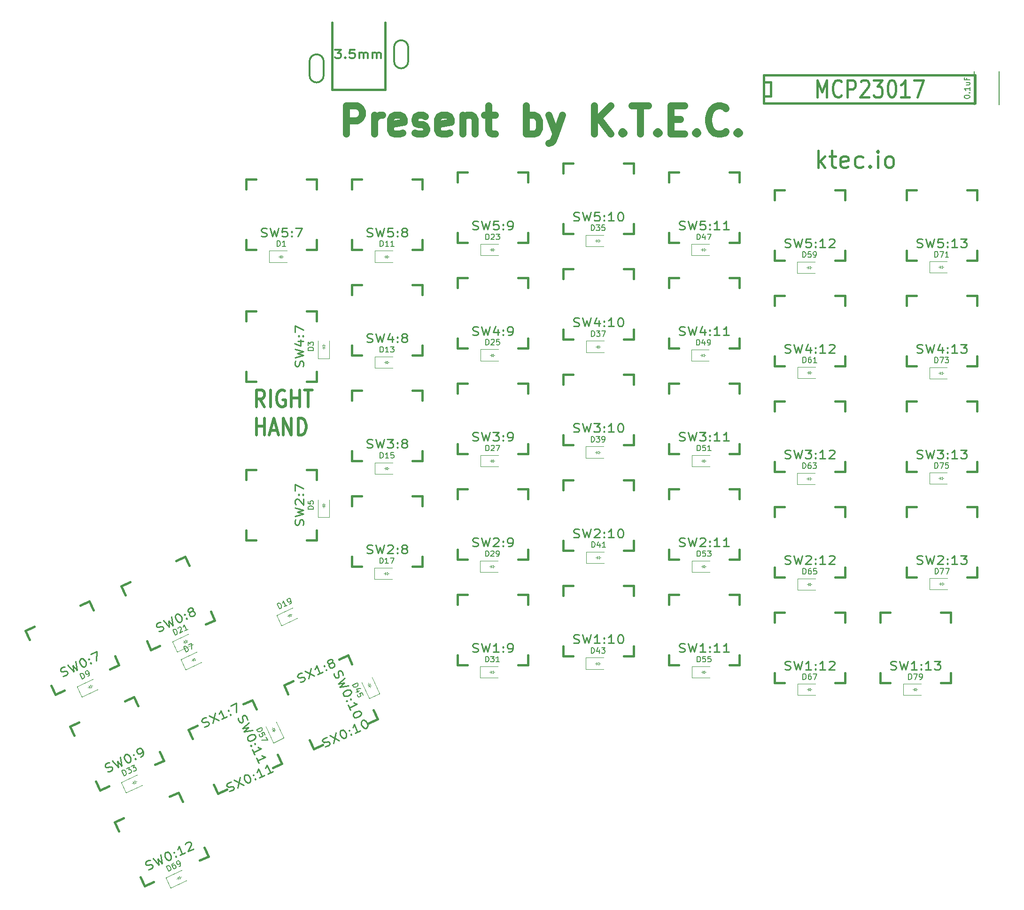
<source format=gbr>
G04 #@! TF.FileFunction,Legend,Top*
%FSLAX46Y46*%
G04 Gerber Fmt 4.6, Leading zero omitted, Abs format (unit mm)*
G04 Created by KiCad (PCBNEW 4.0.6) date 04/09/17 10:00:18*
%MOMM*%
%LPD*%
G01*
G04 APERTURE LIST*
%ADD10C,0.150000*%
%ADD11C,0.400000*%
%ADD12C,1.270000*%
%ADD13C,0.508000*%
%ADD14C,0.381000*%
%ADD15C,0.300000*%
%ADD16C,0.100000*%
%ADD17C,0.120000*%
%ADD18C,0.254000*%
%ADD19C,0.304800*%
%ADD20C,0.457200*%
G04 APERTURE END LIST*
D10*
D11*
X169180715Y-56602143D02*
X169180715Y-53602143D01*
X169466429Y-55459286D02*
X170323572Y-56602143D01*
X170323572Y-54602143D02*
X169180715Y-55745000D01*
X171180714Y-54602143D02*
X172323571Y-54602143D01*
X171609286Y-53602143D02*
X171609286Y-56173571D01*
X171752143Y-56459286D01*
X172037857Y-56602143D01*
X172323571Y-56602143D01*
X174466429Y-56459286D02*
X174180715Y-56602143D01*
X173609286Y-56602143D01*
X173323572Y-56459286D01*
X173180715Y-56173571D01*
X173180715Y-55030714D01*
X173323572Y-54745000D01*
X173609286Y-54602143D01*
X174180715Y-54602143D01*
X174466429Y-54745000D01*
X174609286Y-55030714D01*
X174609286Y-55316429D01*
X173180715Y-55602143D01*
X177180715Y-56459286D02*
X176895001Y-56602143D01*
X176323572Y-56602143D01*
X176037858Y-56459286D01*
X175895001Y-56316429D01*
X175752144Y-56030714D01*
X175752144Y-55173571D01*
X175895001Y-54887857D01*
X176037858Y-54745000D01*
X176323572Y-54602143D01*
X176895001Y-54602143D01*
X177180715Y-54745000D01*
X178466430Y-56316429D02*
X178609287Y-56459286D01*
X178466430Y-56602143D01*
X178323573Y-56459286D01*
X178466430Y-56316429D01*
X178466430Y-56602143D01*
X179895001Y-56602143D02*
X179895001Y-54602143D01*
X179895001Y-53602143D02*
X179752144Y-53745000D01*
X179895001Y-53887857D01*
X180037858Y-53745000D01*
X179895001Y-53602143D01*
X179895001Y-53887857D01*
X181752143Y-56602143D02*
X181466429Y-56459286D01*
X181323572Y-56316429D01*
X181180715Y-56030714D01*
X181180715Y-55173571D01*
X181323572Y-54887857D01*
X181466429Y-54745000D01*
X181752143Y-54602143D01*
X182180715Y-54602143D01*
X182466429Y-54745000D01*
X182609286Y-54887857D01*
X182752143Y-55173571D01*
X182752143Y-56030714D01*
X182609286Y-56316429D01*
X182466429Y-56459286D01*
X182180715Y-56602143D01*
X181752143Y-56602143D01*
D12*
X84061905Y-50558095D02*
X84061905Y-45478095D01*
X85997143Y-45478095D01*
X86480952Y-45720000D01*
X86722857Y-45961905D01*
X86964762Y-46445714D01*
X86964762Y-47171429D01*
X86722857Y-47655238D01*
X86480952Y-47897143D01*
X85997143Y-48139048D01*
X84061905Y-48139048D01*
X89141905Y-50558095D02*
X89141905Y-47171429D01*
X89141905Y-48139048D02*
X89383810Y-47655238D01*
X89625714Y-47413333D01*
X90109524Y-47171429D01*
X90593333Y-47171429D01*
X94221905Y-50316190D02*
X93738095Y-50558095D01*
X92770476Y-50558095D01*
X92286667Y-50316190D01*
X92044762Y-49832381D01*
X92044762Y-47897143D01*
X92286667Y-47413333D01*
X92770476Y-47171429D01*
X93738095Y-47171429D01*
X94221905Y-47413333D01*
X94463810Y-47897143D01*
X94463810Y-48380952D01*
X92044762Y-48864762D01*
X96399048Y-50316190D02*
X96882858Y-50558095D01*
X97850477Y-50558095D01*
X98334286Y-50316190D01*
X98576191Y-49832381D01*
X98576191Y-49590476D01*
X98334286Y-49106667D01*
X97850477Y-48864762D01*
X97124762Y-48864762D01*
X96640953Y-48622857D01*
X96399048Y-48139048D01*
X96399048Y-47897143D01*
X96640953Y-47413333D01*
X97124762Y-47171429D01*
X97850477Y-47171429D01*
X98334286Y-47413333D01*
X102688572Y-50316190D02*
X102204762Y-50558095D01*
X101237143Y-50558095D01*
X100753334Y-50316190D01*
X100511429Y-49832381D01*
X100511429Y-47897143D01*
X100753334Y-47413333D01*
X101237143Y-47171429D01*
X102204762Y-47171429D01*
X102688572Y-47413333D01*
X102930477Y-47897143D01*
X102930477Y-48380952D01*
X100511429Y-48864762D01*
X105107620Y-47171429D02*
X105107620Y-50558095D01*
X105107620Y-47655238D02*
X105349525Y-47413333D01*
X105833334Y-47171429D01*
X106559048Y-47171429D01*
X107042858Y-47413333D01*
X107284763Y-47897143D01*
X107284763Y-50558095D01*
X108978096Y-47171429D02*
X110913334Y-47171429D01*
X109703810Y-45478095D02*
X109703810Y-49832381D01*
X109945715Y-50316190D01*
X110429524Y-50558095D01*
X110913334Y-50558095D01*
X116477143Y-50558095D02*
X116477143Y-45478095D01*
X116477143Y-47413333D02*
X116960952Y-47171429D01*
X117928571Y-47171429D01*
X118412381Y-47413333D01*
X118654286Y-47655238D01*
X118896190Y-48139048D01*
X118896190Y-49590476D01*
X118654286Y-50074286D01*
X118412381Y-50316190D01*
X117928571Y-50558095D01*
X116960952Y-50558095D01*
X116477143Y-50316190D01*
X120589523Y-47171429D02*
X121799047Y-50558095D01*
X123008571Y-47171429D02*
X121799047Y-50558095D01*
X121315238Y-51767619D01*
X121073333Y-52009524D01*
X120589523Y-52251429D01*
X128814285Y-50558095D02*
X128814285Y-45478095D01*
X131717142Y-50558095D02*
X129539999Y-47655238D01*
X131717142Y-45478095D02*
X128814285Y-48380952D01*
X133894285Y-50074286D02*
X134136190Y-50316190D01*
X133894285Y-50558095D01*
X133652380Y-50316190D01*
X133894285Y-50074286D01*
X133894285Y-50558095D01*
X135587619Y-45478095D02*
X138490476Y-45478095D01*
X137039047Y-50558095D02*
X137039047Y-45478095D01*
X140183809Y-50074286D02*
X140425714Y-50316190D01*
X140183809Y-50558095D01*
X139941904Y-50316190D01*
X140183809Y-50074286D01*
X140183809Y-50558095D01*
X142602857Y-47897143D02*
X144296190Y-47897143D01*
X145021904Y-50558095D02*
X142602857Y-50558095D01*
X142602857Y-45478095D01*
X145021904Y-45478095D01*
X147199047Y-50074286D02*
X147440952Y-50316190D01*
X147199047Y-50558095D01*
X146957142Y-50316190D01*
X147199047Y-50074286D01*
X147199047Y-50558095D01*
X152520952Y-50074286D02*
X152279047Y-50316190D01*
X151553333Y-50558095D01*
X151069523Y-50558095D01*
X150343809Y-50316190D01*
X149860000Y-49832381D01*
X149618095Y-49348571D01*
X149376190Y-48380952D01*
X149376190Y-47655238D01*
X149618095Y-46687619D01*
X149860000Y-46203810D01*
X150343809Y-45720000D01*
X151069523Y-45478095D01*
X151553333Y-45478095D01*
X152279047Y-45720000D01*
X152520952Y-45961905D01*
X154698095Y-50074286D02*
X154940000Y-50316190D01*
X154698095Y-50558095D01*
X154456190Y-50316190D01*
X154698095Y-50074286D01*
X154698095Y-50558095D01*
D13*
X69366190Y-99803857D02*
X68519524Y-98352429D01*
X67914762Y-99803857D02*
X67914762Y-96755857D01*
X68882381Y-96755857D01*
X69124286Y-96901000D01*
X69245238Y-97046143D01*
X69366190Y-97336429D01*
X69366190Y-97771857D01*
X69245238Y-98062143D01*
X69124286Y-98207286D01*
X68882381Y-98352429D01*
X67914762Y-98352429D01*
X70454762Y-99803857D02*
X70454762Y-96755857D01*
X72994762Y-96901000D02*
X72752857Y-96755857D01*
X72390000Y-96755857D01*
X72027143Y-96901000D01*
X71785238Y-97191286D01*
X71664286Y-97481571D01*
X71543334Y-98062143D01*
X71543334Y-98497571D01*
X71664286Y-99078143D01*
X71785238Y-99368429D01*
X72027143Y-99658714D01*
X72390000Y-99803857D01*
X72631905Y-99803857D01*
X72994762Y-99658714D01*
X73115714Y-99513571D01*
X73115714Y-98497571D01*
X72631905Y-98497571D01*
X74204286Y-99803857D02*
X74204286Y-96755857D01*
X74204286Y-98207286D02*
X75655714Y-98207286D01*
X75655714Y-99803857D02*
X75655714Y-96755857D01*
X76502381Y-96755857D02*
X77953809Y-96755857D01*
X77228095Y-99803857D02*
X77228095Y-96755857D01*
X67914762Y-104883857D02*
X67914762Y-101835857D01*
X67914762Y-103287286D02*
X69366190Y-103287286D01*
X69366190Y-104883857D02*
X69366190Y-101835857D01*
X70454762Y-104013000D02*
X71664285Y-104013000D01*
X70212857Y-104883857D02*
X71059523Y-101835857D01*
X71906190Y-104883857D01*
X72752857Y-104883857D02*
X72752857Y-101835857D01*
X74204285Y-104883857D01*
X74204285Y-101835857D01*
X75413809Y-104883857D02*
X75413809Y-101835857D01*
X76018571Y-101835857D01*
X76381428Y-101981000D01*
X76623333Y-102271286D01*
X76744285Y-102561571D01*
X76865237Y-103142143D01*
X76865237Y-103577571D01*
X76744285Y-104158143D01*
X76623333Y-104448429D01*
X76381428Y-104738714D01*
X76018571Y-104883857D01*
X75413809Y-104883857D01*
D14*
X43524640Y-132148012D02*
X45136055Y-131396596D01*
X53423333Y-127532175D02*
X55034748Y-126780760D01*
X55034748Y-126780760D02*
X55786164Y-128392175D01*
X59650585Y-136679453D02*
X60402000Y-138290868D01*
X60402000Y-138290868D02*
X58790585Y-139042284D01*
X50503307Y-142906705D02*
X48891892Y-143658120D01*
X48891892Y-143658120D02*
X48140476Y-142046705D01*
X44276055Y-133759427D02*
X43524640Y-132148012D01*
D10*
X201767000Y-39251000D02*
X201767000Y-45251000D01*
X197267000Y-45251000D02*
X197267000Y-39251000D01*
D14*
X91109800Y-30480000D02*
X91109800Y-42545000D01*
X91109800Y-42545000D02*
X81508600Y-42545000D01*
X81508600Y-42545000D02*
X81508600Y-30480000D01*
D15*
X92710000Y-37465000D02*
X92710000Y-34925000D01*
X95250000Y-37465000D02*
X95250000Y-34925000D01*
X92710000Y-34925000D02*
G75*
G02X93980000Y-33655000I1270000J0D01*
G01*
X93980000Y-33655000D02*
G75*
G02X95250000Y-34925000I0J-1270000D01*
G01*
X93980000Y-38735000D02*
G75*
G02X92710000Y-37465000I0J1270000D01*
G01*
X95250000Y-37465000D02*
G75*
G02X93980000Y-38735000I-1270000J0D01*
G01*
X77470000Y-40005000D02*
X77470000Y-37465000D01*
X80010000Y-37465000D02*
G75*
G03X78740000Y-36195000I-1270000J0D01*
G01*
X78740000Y-36195000D02*
G75*
G03X77470000Y-37465000I0J-1270000D01*
G01*
X78740000Y-41275000D02*
G75*
G03X80010000Y-40005000I0J1270000D01*
G01*
X77470000Y-40005000D02*
G75*
G03X78740000Y-41275000I1270000J0D01*
G01*
X80010000Y-40005000D02*
X80010000Y-37465000D01*
D14*
X26260260Y-140197272D02*
X27871675Y-139445856D01*
X36158953Y-135581435D02*
X37770368Y-134830020D01*
X37770368Y-134830020D02*
X38521784Y-136441435D01*
X42386205Y-144728713D02*
X43137620Y-146340128D01*
X43137620Y-146340128D02*
X41526205Y-147091544D01*
X33238927Y-150955965D02*
X31627512Y-151707380D01*
X31627512Y-151707380D02*
X30876096Y-150095965D01*
X27011675Y-141808687D02*
X26260260Y-140197272D01*
X34309520Y-157461652D02*
X35920935Y-156710236D01*
X44208213Y-152845815D02*
X45819628Y-152094400D01*
X45819628Y-152094400D02*
X46571044Y-153705815D01*
X50435465Y-161993093D02*
X51186880Y-163604508D01*
X51186880Y-163604508D02*
X49575465Y-164355924D01*
X41288187Y-168220345D02*
X39676772Y-168971760D01*
X39676772Y-168971760D02*
X38925356Y-167360345D01*
X35060935Y-159073067D02*
X34309520Y-157461652D01*
X78231432Y-161504160D02*
X77480016Y-159892745D01*
X73615595Y-151605467D02*
X72864180Y-149994052D01*
X72864180Y-149994052D02*
X74475595Y-149242636D01*
X82762873Y-145378215D02*
X84374288Y-144626800D01*
X84374288Y-144626800D02*
X85125704Y-146238215D01*
X88990125Y-154525493D02*
X89741540Y-156136908D01*
X89741540Y-156136908D02*
X88130125Y-156888324D01*
X79842847Y-160752745D02*
X78231432Y-161504160D01*
X60967052Y-169555960D02*
X60215636Y-167944545D01*
X56351215Y-159657267D02*
X55599800Y-158045852D01*
X55599800Y-158045852D02*
X57211215Y-157294436D01*
X65498493Y-153430015D02*
X67109908Y-152678600D01*
X67109908Y-152678600D02*
X67861324Y-154290015D01*
X71725745Y-162577293D02*
X72477160Y-164188708D01*
X72477160Y-164188708D02*
X70865745Y-164940124D01*
X62578467Y-168804545D02*
X60967052Y-169555960D01*
X42361320Y-174728572D02*
X43972735Y-173977156D01*
X52260013Y-170112735D02*
X53871428Y-169361320D01*
X53871428Y-169361320D02*
X54622844Y-170972735D01*
X58487265Y-179260013D02*
X59238680Y-180871428D01*
X59238680Y-180871428D02*
X57627265Y-181622844D01*
X49339987Y-185487265D02*
X47728572Y-186238680D01*
X47728572Y-186238680D02*
X46977156Y-184627265D01*
X43112735Y-176339987D02*
X42361320Y-174728572D01*
X104140000Y-133677660D02*
X105918000Y-133677660D01*
X115062000Y-133677660D02*
X116840000Y-133677660D01*
X116840000Y-133677660D02*
X116840000Y-135455660D01*
X116840000Y-144599660D02*
X116840000Y-146377660D01*
X116840000Y-146377660D02*
X115062000Y-146377660D01*
X105918000Y-146377660D02*
X104140000Y-146377660D01*
X104140000Y-146377660D02*
X104140000Y-144599660D01*
X104140000Y-135455660D02*
X104140000Y-133677660D01*
X123190000Y-132080000D02*
X124968000Y-132080000D01*
X134112000Y-132080000D02*
X135890000Y-132080000D01*
X135890000Y-132080000D02*
X135890000Y-133858000D01*
X135890000Y-143002000D02*
X135890000Y-144780000D01*
X135890000Y-144780000D02*
X134112000Y-144780000D01*
X124968000Y-144780000D02*
X123190000Y-144780000D01*
X123190000Y-144780000D02*
X123190000Y-143002000D01*
X123190000Y-133858000D02*
X123190000Y-132080000D01*
X142240000Y-133677660D02*
X144018000Y-133677660D01*
X153162000Y-133677660D02*
X154940000Y-133677660D01*
X154940000Y-133677660D02*
X154940000Y-135455660D01*
X154940000Y-144599660D02*
X154940000Y-146377660D01*
X154940000Y-146377660D02*
X153162000Y-146377660D01*
X144018000Y-146377660D02*
X142240000Y-146377660D01*
X142240000Y-146377660D02*
X142240000Y-144599660D01*
X142240000Y-135455660D02*
X142240000Y-133677660D01*
X161290000Y-136852660D02*
X163068000Y-136852660D01*
X172212000Y-136852660D02*
X173990000Y-136852660D01*
X173990000Y-136852660D02*
X173990000Y-138630660D01*
X173990000Y-147774660D02*
X173990000Y-149552660D01*
X173990000Y-149552660D02*
X172212000Y-149552660D01*
X163068000Y-149552660D02*
X161290000Y-149552660D01*
X161290000Y-149552660D02*
X161290000Y-147774660D01*
X161290000Y-138630660D02*
X161290000Y-136852660D01*
X180340000Y-136852660D02*
X182118000Y-136852660D01*
X191262000Y-136852660D02*
X193040000Y-136852660D01*
X193040000Y-136852660D02*
X193040000Y-138630660D01*
X193040000Y-147774660D02*
X193040000Y-149552660D01*
X193040000Y-149552660D02*
X191262000Y-149552660D01*
X182118000Y-149552660D02*
X180340000Y-149552660D01*
X180340000Y-149552660D02*
X180340000Y-147774660D01*
X180340000Y-138630660D02*
X180340000Y-136852660D01*
X66040000Y-123835160D02*
X66040000Y-122057160D01*
X66040000Y-112913160D02*
X66040000Y-111135160D01*
X66040000Y-111135160D02*
X67818000Y-111135160D01*
X76962000Y-111135160D02*
X78740000Y-111135160D01*
X78740000Y-111135160D02*
X78740000Y-112913160D01*
X78740000Y-122057160D02*
X78740000Y-123835160D01*
X78740000Y-123835160D02*
X76962000Y-123835160D01*
X67818000Y-123835160D02*
X66040000Y-123835160D01*
X85090000Y-115897660D02*
X86868000Y-115897660D01*
X96012000Y-115897660D02*
X97790000Y-115897660D01*
X97790000Y-115897660D02*
X97790000Y-117675660D01*
X97790000Y-126819660D02*
X97790000Y-128597660D01*
X97790000Y-128597660D02*
X96012000Y-128597660D01*
X86868000Y-128597660D02*
X85090000Y-128597660D01*
X85090000Y-128597660D02*
X85090000Y-126819660D01*
X85090000Y-117675660D02*
X85090000Y-115897660D01*
X104140000Y-114627660D02*
X105918000Y-114627660D01*
X115062000Y-114627660D02*
X116840000Y-114627660D01*
X116840000Y-114627660D02*
X116840000Y-116405660D01*
X116840000Y-125549660D02*
X116840000Y-127327660D01*
X116840000Y-127327660D02*
X115062000Y-127327660D01*
X105918000Y-127327660D02*
X104140000Y-127327660D01*
X104140000Y-127327660D02*
X104140000Y-125549660D01*
X104140000Y-116405660D02*
X104140000Y-114627660D01*
X123190000Y-113030000D02*
X124968000Y-113030000D01*
X134112000Y-113030000D02*
X135890000Y-113030000D01*
X135890000Y-113030000D02*
X135890000Y-114808000D01*
X135890000Y-123952000D02*
X135890000Y-125730000D01*
X135890000Y-125730000D02*
X134112000Y-125730000D01*
X124968000Y-125730000D02*
X123190000Y-125730000D01*
X123190000Y-125730000D02*
X123190000Y-123952000D01*
X123190000Y-114808000D02*
X123190000Y-113030000D01*
X142240000Y-114627660D02*
X144018000Y-114627660D01*
X153162000Y-114627660D02*
X154940000Y-114627660D01*
X154940000Y-114627660D02*
X154940000Y-116405660D01*
X154940000Y-125549660D02*
X154940000Y-127327660D01*
X154940000Y-127327660D02*
X153162000Y-127327660D01*
X144018000Y-127327660D02*
X142240000Y-127327660D01*
X142240000Y-127327660D02*
X142240000Y-125549660D01*
X142240000Y-116405660D02*
X142240000Y-114627660D01*
X161290000Y-117802660D02*
X163068000Y-117802660D01*
X172212000Y-117802660D02*
X173990000Y-117802660D01*
X173990000Y-117802660D02*
X173990000Y-119580660D01*
X173990000Y-128724660D02*
X173990000Y-130502660D01*
X173990000Y-130502660D02*
X172212000Y-130502660D01*
X163068000Y-130502660D02*
X161290000Y-130502660D01*
X161290000Y-130502660D02*
X161290000Y-128724660D01*
X161290000Y-119580660D02*
X161290000Y-117802660D01*
X85090000Y-96847660D02*
X86868000Y-96847660D01*
X96012000Y-96847660D02*
X97790000Y-96847660D01*
X97790000Y-96847660D02*
X97790000Y-98625660D01*
X97790000Y-107769660D02*
X97790000Y-109547660D01*
X97790000Y-109547660D02*
X96012000Y-109547660D01*
X86868000Y-109547660D02*
X85090000Y-109547660D01*
X85090000Y-109547660D02*
X85090000Y-107769660D01*
X85090000Y-98625660D02*
X85090000Y-96847660D01*
X104140000Y-95577660D02*
X105918000Y-95577660D01*
X115062000Y-95577660D02*
X116840000Y-95577660D01*
X116840000Y-95577660D02*
X116840000Y-97355660D01*
X116840000Y-106499660D02*
X116840000Y-108277660D01*
X116840000Y-108277660D02*
X115062000Y-108277660D01*
X105918000Y-108277660D02*
X104140000Y-108277660D01*
X104140000Y-108277660D02*
X104140000Y-106499660D01*
X104140000Y-97355660D02*
X104140000Y-95577660D01*
X123190000Y-93980000D02*
X124968000Y-93980000D01*
X134112000Y-93980000D02*
X135890000Y-93980000D01*
X135890000Y-93980000D02*
X135890000Y-95758000D01*
X135890000Y-104902000D02*
X135890000Y-106680000D01*
X135890000Y-106680000D02*
X134112000Y-106680000D01*
X124968000Y-106680000D02*
X123190000Y-106680000D01*
X123190000Y-106680000D02*
X123190000Y-104902000D01*
X123190000Y-95758000D02*
X123190000Y-93980000D01*
X142240000Y-95577660D02*
X144018000Y-95577660D01*
X153162000Y-95577660D02*
X154940000Y-95577660D01*
X154940000Y-95577660D02*
X154940000Y-97355660D01*
X154940000Y-106499660D02*
X154940000Y-108277660D01*
X154940000Y-108277660D02*
X153162000Y-108277660D01*
X144018000Y-108277660D02*
X142240000Y-108277660D01*
X142240000Y-108277660D02*
X142240000Y-106499660D01*
X142240000Y-97355660D02*
X142240000Y-95577660D01*
X161290000Y-98752660D02*
X163068000Y-98752660D01*
X172212000Y-98752660D02*
X173990000Y-98752660D01*
X173990000Y-98752660D02*
X173990000Y-100530660D01*
X173990000Y-109674660D02*
X173990000Y-111452660D01*
X173990000Y-111452660D02*
X172212000Y-111452660D01*
X163068000Y-111452660D02*
X161290000Y-111452660D01*
X161290000Y-111452660D02*
X161290000Y-109674660D01*
X161290000Y-100530660D02*
X161290000Y-98752660D01*
X66040000Y-95260160D02*
X66040000Y-93482160D01*
X66040000Y-84338160D02*
X66040000Y-82560160D01*
X66040000Y-82560160D02*
X67818000Y-82560160D01*
X76962000Y-82560160D02*
X78740000Y-82560160D01*
X78740000Y-82560160D02*
X78740000Y-84338160D01*
X78740000Y-93482160D02*
X78740000Y-95260160D01*
X78740000Y-95260160D02*
X76962000Y-95260160D01*
X67818000Y-95260160D02*
X66040000Y-95260160D01*
X85090000Y-77797660D02*
X86868000Y-77797660D01*
X96012000Y-77797660D02*
X97790000Y-77797660D01*
X97790000Y-77797660D02*
X97790000Y-79575660D01*
X97790000Y-88719660D02*
X97790000Y-90497660D01*
X97790000Y-90497660D02*
X96012000Y-90497660D01*
X86868000Y-90497660D02*
X85090000Y-90497660D01*
X85090000Y-90497660D02*
X85090000Y-88719660D01*
X85090000Y-79575660D02*
X85090000Y-77797660D01*
X104140000Y-76527660D02*
X105918000Y-76527660D01*
X115062000Y-76527660D02*
X116840000Y-76527660D01*
X116840000Y-76527660D02*
X116840000Y-78305660D01*
X116840000Y-87449660D02*
X116840000Y-89227660D01*
X116840000Y-89227660D02*
X115062000Y-89227660D01*
X105918000Y-89227660D02*
X104140000Y-89227660D01*
X104140000Y-89227660D02*
X104140000Y-87449660D01*
X104140000Y-78305660D02*
X104140000Y-76527660D01*
X123190000Y-74930000D02*
X124968000Y-74930000D01*
X134112000Y-74930000D02*
X135890000Y-74930000D01*
X135890000Y-74930000D02*
X135890000Y-76708000D01*
X135890000Y-85852000D02*
X135890000Y-87630000D01*
X135890000Y-87630000D02*
X134112000Y-87630000D01*
X124968000Y-87630000D02*
X123190000Y-87630000D01*
X123190000Y-87630000D02*
X123190000Y-85852000D01*
X123190000Y-76708000D02*
X123190000Y-74930000D01*
X142240000Y-76527660D02*
X144018000Y-76527660D01*
X153162000Y-76527660D02*
X154940000Y-76527660D01*
X154940000Y-76527660D02*
X154940000Y-78305660D01*
X154940000Y-87449660D02*
X154940000Y-89227660D01*
X154940000Y-89227660D02*
X153162000Y-89227660D01*
X144018000Y-89227660D02*
X142240000Y-89227660D01*
X142240000Y-89227660D02*
X142240000Y-87449660D01*
X142240000Y-78305660D02*
X142240000Y-76527660D01*
X161290000Y-79702660D02*
X163068000Y-79702660D01*
X172212000Y-79702660D02*
X173990000Y-79702660D01*
X173990000Y-79702660D02*
X173990000Y-81480660D01*
X173990000Y-90624660D02*
X173990000Y-92402660D01*
X173990000Y-92402660D02*
X172212000Y-92402660D01*
X163068000Y-92402660D02*
X161290000Y-92402660D01*
X161290000Y-92402660D02*
X161290000Y-90624660D01*
X161290000Y-81480660D02*
X161290000Y-79702660D01*
X185102500Y-79702660D02*
X186880500Y-79702660D01*
X196024500Y-79702660D02*
X197802500Y-79702660D01*
X197802500Y-79702660D02*
X197802500Y-81480660D01*
X197802500Y-90624660D02*
X197802500Y-92402660D01*
X197802500Y-92402660D02*
X196024500Y-92402660D01*
X186880500Y-92402660D02*
X185102500Y-92402660D01*
X185102500Y-92402660D02*
X185102500Y-90624660D01*
X185102500Y-81480660D02*
X185102500Y-79702660D01*
X66040000Y-58750200D02*
X67818000Y-58750200D01*
X76962000Y-58750200D02*
X78740000Y-58750200D01*
X78740000Y-58750200D02*
X78740000Y-60528200D01*
X78740000Y-69672200D02*
X78740000Y-71450200D01*
X78740000Y-71450200D02*
X76962000Y-71450200D01*
X67818000Y-71450200D02*
X66040000Y-71450200D01*
X66040000Y-71450200D02*
X66040000Y-69672200D01*
X66040000Y-60528200D02*
X66040000Y-58750200D01*
X85090000Y-58750200D02*
X86868000Y-58750200D01*
X96012000Y-58750200D02*
X97790000Y-58750200D01*
X97790000Y-58750200D02*
X97790000Y-60528200D01*
X97790000Y-69672200D02*
X97790000Y-71450200D01*
X97790000Y-71450200D02*
X96012000Y-71450200D01*
X86868000Y-71450200D02*
X85090000Y-71450200D01*
X85090000Y-71450200D02*
X85090000Y-69672200D01*
X85090000Y-60528200D02*
X85090000Y-58750200D01*
X104140000Y-57477660D02*
X105918000Y-57477660D01*
X115062000Y-57477660D02*
X116840000Y-57477660D01*
X116840000Y-57477660D02*
X116840000Y-59255660D01*
X116840000Y-68399660D02*
X116840000Y-70177660D01*
X116840000Y-70177660D02*
X115062000Y-70177660D01*
X105918000Y-70177660D02*
X104140000Y-70177660D01*
X104140000Y-70177660D02*
X104140000Y-68399660D01*
X104140000Y-59255660D02*
X104140000Y-57477660D01*
X123190000Y-55880000D02*
X124968000Y-55880000D01*
X134112000Y-55880000D02*
X135890000Y-55880000D01*
X135890000Y-55880000D02*
X135890000Y-57658000D01*
X135890000Y-66802000D02*
X135890000Y-68580000D01*
X135890000Y-68580000D02*
X134112000Y-68580000D01*
X124968000Y-68580000D02*
X123190000Y-68580000D01*
X123190000Y-68580000D02*
X123190000Y-66802000D01*
X123190000Y-57658000D02*
X123190000Y-55880000D01*
X142240000Y-57477660D02*
X144018000Y-57477660D01*
X153162000Y-57477660D02*
X154940000Y-57477660D01*
X154940000Y-57477660D02*
X154940000Y-59255660D01*
X154940000Y-68399660D02*
X154940000Y-70177660D01*
X154940000Y-70177660D02*
X153162000Y-70177660D01*
X144018000Y-70177660D02*
X142240000Y-70177660D01*
X142240000Y-70177660D02*
X142240000Y-68399660D01*
X142240000Y-59255660D02*
X142240000Y-57477660D01*
X161290000Y-60655200D02*
X163068000Y-60655200D01*
X172212000Y-60655200D02*
X173990000Y-60655200D01*
X173990000Y-60655200D02*
X173990000Y-62433200D01*
X173990000Y-71577200D02*
X173990000Y-73355200D01*
X173990000Y-73355200D02*
X172212000Y-73355200D01*
X163068000Y-73355200D02*
X161290000Y-73355200D01*
X161290000Y-73355200D02*
X161290000Y-71577200D01*
X161290000Y-62433200D02*
X161290000Y-60655200D01*
X185102500Y-60655200D02*
X186880500Y-60655200D01*
X196024500Y-60655200D02*
X197802500Y-60655200D01*
X197802500Y-60655200D02*
X197802500Y-62433200D01*
X197802500Y-71577200D02*
X197802500Y-73355200D01*
X197802500Y-73355200D02*
X196024500Y-73355200D01*
X186880500Y-73355200D02*
X185102500Y-73355200D01*
X185102500Y-73355200D02*
X185102500Y-71577200D01*
X185102500Y-62433200D02*
X185102500Y-60655200D01*
X159370000Y-39980000D02*
X197470000Y-39980000D01*
X197470000Y-39980000D02*
X197470000Y-45060000D01*
X197470000Y-45060000D02*
X159370000Y-45060000D01*
X159370000Y-45060000D02*
X159370000Y-39980000D01*
X159370000Y-41250000D02*
X160640000Y-41250000D01*
X160640000Y-41250000D02*
X160640000Y-43790000D01*
X160640000Y-43790000D02*
X159370000Y-43790000D01*
X185102500Y-117802660D02*
X186880500Y-117802660D01*
X196024500Y-117802660D02*
X197802500Y-117802660D01*
X197802500Y-117802660D02*
X197802500Y-119580660D01*
X197802500Y-128724660D02*
X197802500Y-130502660D01*
X197802500Y-130502660D02*
X196024500Y-130502660D01*
X186880500Y-130502660D02*
X185102500Y-130502660D01*
X185102500Y-130502660D02*
X185102500Y-128724660D01*
X185102500Y-119580660D02*
X185102500Y-117802660D01*
X185102500Y-98752660D02*
X186880500Y-98752660D01*
X196024500Y-98752660D02*
X197802500Y-98752660D01*
X197802500Y-98752660D02*
X197802500Y-100530660D01*
X197802500Y-109674660D02*
X197802500Y-111452660D01*
X197802500Y-111452660D02*
X196024500Y-111452660D01*
X186880500Y-111452660D02*
X185102500Y-111452660D01*
X185102500Y-111452660D02*
X185102500Y-109674660D01*
X185102500Y-100530660D02*
X185102500Y-98752660D01*
D16*
X72110600Y-72415400D02*
X72110600Y-72923400D01*
X72491600Y-72669400D02*
X72745600Y-72669400D01*
X72110600Y-72669400D02*
X71856600Y-72669400D01*
X72491600Y-72923400D02*
X72110600Y-72669400D01*
X72491600Y-72415400D02*
X72491600Y-72923400D01*
X72110600Y-72669400D02*
X72491600Y-72415400D01*
D17*
X70164600Y-71653400D02*
X70164600Y-73685400D01*
X73364600Y-71644400D02*
X70164600Y-71644400D01*
X70164600Y-73694400D02*
X73364600Y-73694400D01*
D16*
X79781400Y-89128600D02*
X80289400Y-89128600D01*
X80035400Y-88747600D02*
X80035400Y-88493600D01*
X80035400Y-89128600D02*
X80035400Y-89382600D01*
X80289400Y-88747600D02*
X80035400Y-89128600D01*
X79781400Y-88747600D02*
X80289400Y-88747600D01*
X80035400Y-89128600D02*
X79781400Y-88747600D01*
D17*
X79019400Y-91074600D02*
X81051400Y-91074600D01*
X79010400Y-87874600D02*
X79010400Y-91074600D01*
X81060400Y-91074600D02*
X81060400Y-87874600D01*
D16*
X79781400Y-117779800D02*
X80289400Y-117779800D01*
X80035400Y-117398800D02*
X80035400Y-117144800D01*
X80035400Y-117779800D02*
X80035400Y-118033800D01*
X80289400Y-117398800D02*
X80035400Y-117779800D01*
X79781400Y-117398800D02*
X80289400Y-117398800D01*
X80035400Y-117779800D02*
X79781400Y-117398800D01*
D17*
X79019400Y-119725800D02*
X81051400Y-119725800D01*
X79010400Y-116525800D02*
X79010400Y-119725800D01*
X81060400Y-119725800D02*
X81060400Y-116525800D01*
D16*
X56329853Y-145241343D02*
X56544543Y-145701747D01*
X56782501Y-145310527D02*
X57012703Y-145203182D01*
X56437198Y-145471545D02*
X56206996Y-145578890D01*
X56889846Y-145540730D02*
X56437198Y-145471545D01*
X56675156Y-145080325D02*
X56889846Y-145540730D01*
X56437198Y-145471545D02*
X56675156Y-145080325D01*
D17*
X54244143Y-145373151D02*
X55102903Y-147214769D01*
X57140524Y-144012616D02*
X54240339Y-145364995D01*
X55106707Y-147222926D02*
X58006892Y-145870547D01*
D16*
X37635453Y-150118143D02*
X37850143Y-150578547D01*
X38088101Y-150187327D02*
X38318303Y-150079982D01*
X37742798Y-150348345D02*
X37512596Y-150455690D01*
X38195446Y-150417530D02*
X37742798Y-150348345D01*
X37980756Y-149957125D02*
X38195446Y-150417530D01*
X37742798Y-150348345D02*
X37980756Y-149957125D01*
D17*
X35549743Y-150249951D02*
X36408503Y-152091569D01*
X38446124Y-148889416D02*
X35545939Y-150241795D01*
X36412307Y-152099726D02*
X39312492Y-150747347D01*
D16*
X91160600Y-72415400D02*
X91160600Y-72923400D01*
X91541600Y-72669400D02*
X91795600Y-72669400D01*
X91160600Y-72669400D02*
X90906600Y-72669400D01*
X91541600Y-72923400D02*
X91160600Y-72669400D01*
X91541600Y-72415400D02*
X91541600Y-72923400D01*
X91160600Y-72669400D02*
X91541600Y-72415400D01*
D17*
X89214600Y-71653400D02*
X89214600Y-73685400D01*
X92414600Y-71644400D02*
X89214600Y-71644400D01*
X89214600Y-73694400D02*
X92414600Y-73694400D01*
D16*
X91160600Y-91516200D02*
X91160600Y-92024200D01*
X91541600Y-91770200D02*
X91795600Y-91770200D01*
X91160600Y-91770200D02*
X90906600Y-91770200D01*
X91541600Y-92024200D02*
X91160600Y-91770200D01*
X91541600Y-91516200D02*
X91541600Y-92024200D01*
X91160600Y-91770200D02*
X91541600Y-91516200D01*
D17*
X89214600Y-90754200D02*
X89214600Y-92786200D01*
X92414600Y-90745200D02*
X89214600Y-90745200D01*
X89214600Y-92795200D02*
X92414600Y-92795200D01*
D16*
X91160600Y-110617000D02*
X91160600Y-111125000D01*
X91541600Y-110871000D02*
X91795600Y-110871000D01*
X91160600Y-110871000D02*
X90906600Y-110871000D01*
X91541600Y-111125000D02*
X91160600Y-110871000D01*
X91541600Y-110617000D02*
X91541600Y-111125000D01*
X91160600Y-110871000D02*
X91541600Y-110617000D01*
D17*
X89214600Y-109855000D02*
X89214600Y-111887000D01*
X92414600Y-109846000D02*
X89214600Y-109846000D01*
X89214600Y-111896000D02*
X92414600Y-111896000D01*
D16*
X91109800Y-129616200D02*
X91109800Y-130124200D01*
X91490800Y-129870200D02*
X91744800Y-129870200D01*
X91109800Y-129870200D02*
X90855800Y-129870200D01*
X91490800Y-130124200D02*
X91109800Y-129870200D01*
X91490800Y-129616200D02*
X91490800Y-130124200D01*
X91109800Y-129870200D02*
X91490800Y-129616200D01*
D17*
X89163800Y-128854200D02*
X89163800Y-130886200D01*
X92363800Y-128845200D02*
X89163800Y-128845200D01*
X89163800Y-130895200D02*
X92363800Y-130895200D01*
D16*
X73601853Y-137265743D02*
X73816543Y-137726147D01*
X74054501Y-137334927D02*
X74284703Y-137227582D01*
X73709198Y-137495945D02*
X73478996Y-137603290D01*
X74161846Y-137565130D02*
X73709198Y-137495945D01*
X73947156Y-137104725D02*
X74161846Y-137565130D01*
X73709198Y-137495945D02*
X73947156Y-137104725D01*
D17*
X71516143Y-137397551D02*
X72374903Y-139239169D01*
X74412524Y-136037016D02*
X71512339Y-137389395D01*
X72378707Y-139247326D02*
X75278892Y-137894947D01*
D16*
X54805853Y-141990143D02*
X55020543Y-142450547D01*
X55258501Y-142059327D02*
X55488703Y-141951982D01*
X54913198Y-142220345D02*
X54682996Y-142327690D01*
X55365846Y-142289530D02*
X54913198Y-142220345D01*
X55151156Y-141829125D02*
X55365846Y-142289530D01*
X54913198Y-142220345D02*
X55151156Y-141829125D01*
D17*
X52720143Y-142121951D02*
X53578903Y-143963569D01*
X55616524Y-140761416D02*
X52716339Y-142113795D01*
X53582707Y-143971726D02*
X56482892Y-142619347D01*
D16*
X110210600Y-71196200D02*
X110210600Y-71704200D01*
X110591600Y-71450200D02*
X110845600Y-71450200D01*
X110210600Y-71450200D02*
X109956600Y-71450200D01*
X110591600Y-71704200D02*
X110210600Y-71450200D01*
X110591600Y-71196200D02*
X110591600Y-71704200D01*
X110210600Y-71450200D02*
X110591600Y-71196200D01*
D17*
X108264600Y-70434200D02*
X108264600Y-72466200D01*
X111464600Y-70425200D02*
X108264600Y-70425200D01*
X108264600Y-72475200D02*
X111464600Y-72475200D01*
D16*
X110210600Y-90195400D02*
X110210600Y-90703400D01*
X110591600Y-90449400D02*
X110845600Y-90449400D01*
X110210600Y-90449400D02*
X109956600Y-90449400D01*
X110591600Y-90703400D02*
X110210600Y-90449400D01*
X110591600Y-90195400D02*
X110591600Y-90703400D01*
X110210600Y-90449400D02*
X110591600Y-90195400D01*
D17*
X108264600Y-89433400D02*
X108264600Y-91465400D01*
X111464600Y-89424400D02*
X108264600Y-89424400D01*
X108264600Y-91474400D02*
X111464600Y-91474400D01*
D16*
X110210600Y-109296200D02*
X110210600Y-109804200D01*
X110591600Y-109550200D02*
X110845600Y-109550200D01*
X110210600Y-109550200D02*
X109956600Y-109550200D01*
X110591600Y-109804200D02*
X110210600Y-109550200D01*
X110591600Y-109296200D02*
X110591600Y-109804200D01*
X110210600Y-109550200D02*
X110591600Y-109296200D01*
D17*
X108264600Y-108534200D02*
X108264600Y-110566200D01*
X111464600Y-108525200D02*
X108264600Y-108525200D01*
X108264600Y-110575200D02*
X111464600Y-110575200D01*
D16*
X110159800Y-128346200D02*
X110159800Y-128854200D01*
X110540800Y-128600200D02*
X110794800Y-128600200D01*
X110159800Y-128600200D02*
X109905800Y-128600200D01*
X110540800Y-128854200D02*
X110159800Y-128600200D01*
X110540800Y-128346200D02*
X110540800Y-128854200D01*
X110159800Y-128600200D02*
X110540800Y-128346200D01*
D17*
X108213800Y-127584200D02*
X108213800Y-129616200D01*
X111413800Y-127575200D02*
X108213800Y-127575200D01*
X108213800Y-129625200D02*
X111413800Y-129625200D01*
D16*
X110159800Y-147396200D02*
X110159800Y-147904200D01*
X110540800Y-147650200D02*
X110794800Y-147650200D01*
X110159800Y-147650200D02*
X109905800Y-147650200D01*
X110540800Y-147904200D02*
X110159800Y-147650200D01*
X110540800Y-147396200D02*
X110540800Y-147904200D01*
X110159800Y-147650200D02*
X110540800Y-147396200D01*
D17*
X108213800Y-146634200D02*
X108213800Y-148666200D01*
X111413800Y-146625200D02*
X108213800Y-146625200D01*
X108213800Y-148675200D02*
X111413800Y-148675200D01*
D16*
X45611053Y-167390143D02*
X45825743Y-167850547D01*
X46063701Y-167459327D02*
X46293903Y-167351982D01*
X45718398Y-167620345D02*
X45488196Y-167727690D01*
X46171046Y-167689530D02*
X45718398Y-167620345D01*
X45956356Y-167229125D02*
X46171046Y-167689530D01*
X45718398Y-167620345D02*
X45956356Y-167229125D01*
D17*
X43525343Y-167521951D02*
X44384103Y-169363569D01*
X46421724Y-166161416D02*
X43521539Y-167513795D01*
X44387907Y-169371726D02*
X47288092Y-168019347D01*
D16*
X129209800Y-69570600D02*
X129209800Y-70078600D01*
X129590800Y-69824600D02*
X129844800Y-69824600D01*
X129209800Y-69824600D02*
X128955800Y-69824600D01*
X129590800Y-70078600D02*
X129209800Y-69824600D01*
X129590800Y-69570600D02*
X129590800Y-70078600D01*
X129209800Y-69824600D02*
X129590800Y-69570600D01*
D17*
X127263800Y-68808600D02*
X127263800Y-70840600D01*
X130463800Y-68799600D02*
X127263800Y-68799600D01*
X127263800Y-70849600D02*
X130463800Y-70849600D01*
D16*
X129260600Y-88671400D02*
X129260600Y-89179400D01*
X129641600Y-88925400D02*
X129895600Y-88925400D01*
X129260600Y-88925400D02*
X129006600Y-88925400D01*
X129641600Y-89179400D02*
X129260600Y-88925400D01*
X129641600Y-88671400D02*
X129641600Y-89179400D01*
X129260600Y-88925400D02*
X129641600Y-88671400D01*
D17*
X127314600Y-87909400D02*
X127314600Y-89941400D01*
X130514600Y-87900400D02*
X127314600Y-87900400D01*
X127314600Y-89950400D02*
X130514600Y-89950400D01*
D16*
X129209800Y-107721400D02*
X129209800Y-108229400D01*
X129590800Y-107975400D02*
X129844800Y-107975400D01*
X129209800Y-107975400D02*
X128955800Y-107975400D01*
X129590800Y-108229400D02*
X129209800Y-107975400D01*
X129590800Y-107721400D02*
X129590800Y-108229400D01*
X129209800Y-107975400D02*
X129590800Y-107721400D01*
D17*
X127263800Y-106959400D02*
X127263800Y-108991400D01*
X130463800Y-106950400D02*
X127263800Y-106950400D01*
X127263800Y-109000400D02*
X130463800Y-109000400D01*
D16*
X129311400Y-126720600D02*
X129311400Y-127228600D01*
X129692400Y-126974600D02*
X129946400Y-126974600D01*
X129311400Y-126974600D02*
X129057400Y-126974600D01*
X129692400Y-127228600D02*
X129311400Y-126974600D01*
X129692400Y-126720600D02*
X129692400Y-127228600D01*
X129311400Y-126974600D02*
X129692400Y-126720600D01*
D17*
X127365400Y-125958600D02*
X127365400Y-127990600D01*
X130565400Y-125949600D02*
X127365400Y-125949600D01*
X127365400Y-127999600D02*
X130565400Y-127999600D01*
D16*
X129209800Y-145821400D02*
X129209800Y-146329400D01*
X129590800Y-146075400D02*
X129844800Y-146075400D01*
X129209800Y-146075400D02*
X128955800Y-146075400D01*
X129590800Y-146329400D02*
X129209800Y-146075400D01*
X129590800Y-145821400D02*
X129590800Y-146329400D01*
X129209800Y-146075400D02*
X129590800Y-145821400D01*
D17*
X127263800Y-145059400D02*
X127263800Y-147091400D01*
X130463800Y-145050400D02*
X127263800Y-145050400D01*
X127263800Y-147100400D02*
X130463800Y-147100400D01*
D16*
X88091343Y-150273747D02*
X88551747Y-150059057D01*
X88160527Y-149821099D02*
X88053182Y-149590897D01*
X88321545Y-150166402D02*
X88428890Y-150396604D01*
X88390730Y-149713754D02*
X88321545Y-150166402D01*
X87930325Y-149928444D02*
X88390730Y-149713754D01*
X88321545Y-150166402D02*
X87930325Y-149928444D01*
D17*
X88223151Y-152359457D02*
X90064769Y-151500697D01*
X86862616Y-149463076D02*
X88214995Y-152363261D01*
X90072926Y-151496893D02*
X88720547Y-148596708D01*
D16*
X148259800Y-71196200D02*
X148259800Y-71704200D01*
X148640800Y-71450200D02*
X148894800Y-71450200D01*
X148259800Y-71450200D02*
X148005800Y-71450200D01*
X148640800Y-71704200D02*
X148259800Y-71450200D01*
X148640800Y-71196200D02*
X148640800Y-71704200D01*
X148259800Y-71450200D02*
X148640800Y-71196200D01*
D17*
X146313800Y-70434200D02*
X146313800Y-72466200D01*
X149513800Y-70425200D02*
X146313800Y-70425200D01*
X146313800Y-72475200D02*
X149513800Y-72475200D01*
D16*
X148209000Y-90246200D02*
X148209000Y-90754200D01*
X148590000Y-90500200D02*
X148844000Y-90500200D01*
X148209000Y-90500200D02*
X147955000Y-90500200D01*
X148590000Y-90754200D02*
X148209000Y-90500200D01*
X148590000Y-90246200D02*
X148590000Y-90754200D01*
X148209000Y-90500200D02*
X148590000Y-90246200D01*
D17*
X146263000Y-89484200D02*
X146263000Y-91516200D01*
X149463000Y-89475200D02*
X146263000Y-89475200D01*
X146263000Y-91525200D02*
X149463000Y-91525200D01*
D16*
X148310600Y-109296200D02*
X148310600Y-109804200D01*
X148691600Y-109550200D02*
X148945600Y-109550200D01*
X148310600Y-109550200D02*
X148056600Y-109550200D01*
X148691600Y-109804200D02*
X148310600Y-109550200D01*
X148691600Y-109296200D02*
X148691600Y-109804200D01*
X148310600Y-109550200D02*
X148691600Y-109296200D01*
D17*
X146364600Y-108534200D02*
X146364600Y-110566200D01*
X149564600Y-108525200D02*
X146364600Y-108525200D01*
X146364600Y-110575200D02*
X149564600Y-110575200D01*
D16*
X148310600Y-128346200D02*
X148310600Y-128854200D01*
X148691600Y-128600200D02*
X148945600Y-128600200D01*
X148310600Y-128600200D02*
X148056600Y-128600200D01*
X148691600Y-128854200D02*
X148310600Y-128600200D01*
X148691600Y-128346200D02*
X148691600Y-128854200D01*
X148310600Y-128600200D02*
X148691600Y-128346200D01*
D17*
X146364600Y-127584200D02*
X146364600Y-129616200D01*
X149564600Y-127575200D02*
X146364600Y-127575200D01*
X146364600Y-129625200D02*
X149564600Y-129625200D01*
D16*
X148310600Y-147396200D02*
X148310600Y-147904200D01*
X148691600Y-147650200D02*
X148945600Y-147650200D01*
X148310600Y-147650200D02*
X148056600Y-147650200D01*
X148691600Y-147904200D02*
X148310600Y-147650200D01*
X148691600Y-147396200D02*
X148691600Y-147904200D01*
X148310600Y-147650200D02*
X148691600Y-147396200D01*
D17*
X146364600Y-146634200D02*
X146364600Y-148666200D01*
X149564600Y-146625200D02*
X146364600Y-146625200D01*
X146364600Y-148675200D02*
X149564600Y-148675200D01*
D16*
X70819343Y-158300147D02*
X71279747Y-158085457D01*
X70888527Y-157847499D02*
X70781182Y-157617297D01*
X71049545Y-158192802D02*
X71156890Y-158423004D01*
X71118730Y-157740154D02*
X71049545Y-158192802D01*
X70658325Y-157954844D02*
X71118730Y-157740154D01*
X71049545Y-158192802D02*
X70658325Y-157954844D01*
D17*
X70951151Y-160385857D02*
X72792769Y-159527097D01*
X69590616Y-157489476D02*
X70942995Y-160389661D01*
X72800926Y-159523293D02*
X71448547Y-156623108D01*
D16*
X167309800Y-74396600D02*
X167309800Y-74904600D01*
X167690800Y-74650600D02*
X167944800Y-74650600D01*
X167309800Y-74650600D02*
X167055800Y-74650600D01*
X167690800Y-74904600D02*
X167309800Y-74650600D01*
X167690800Y-74396600D02*
X167690800Y-74904600D01*
X167309800Y-74650600D02*
X167690800Y-74396600D01*
D17*
X165363800Y-73634600D02*
X165363800Y-75666600D01*
X168563800Y-73625600D02*
X165363800Y-73625600D01*
X165363800Y-75675600D02*
X168563800Y-75675600D01*
D16*
X167360600Y-93395800D02*
X167360600Y-93903800D01*
X167741600Y-93649800D02*
X167995600Y-93649800D01*
X167360600Y-93649800D02*
X167106600Y-93649800D01*
X167741600Y-93903800D02*
X167360600Y-93649800D01*
X167741600Y-93395800D02*
X167741600Y-93903800D01*
X167360600Y-93649800D02*
X167741600Y-93395800D01*
D17*
X165414600Y-92633800D02*
X165414600Y-94665800D01*
X168614600Y-92624800D02*
X165414600Y-92624800D01*
X165414600Y-94674800D02*
X168614600Y-94674800D01*
D16*
X167309800Y-112496600D02*
X167309800Y-113004600D01*
X167690800Y-112750600D02*
X167944800Y-112750600D01*
X167309800Y-112750600D02*
X167055800Y-112750600D01*
X167690800Y-113004600D02*
X167309800Y-112750600D01*
X167690800Y-112496600D02*
X167690800Y-113004600D01*
X167309800Y-112750600D02*
X167690800Y-112496600D01*
D17*
X165363800Y-111734600D02*
X165363800Y-113766600D01*
X168563800Y-111725600D02*
X165363800Y-111725600D01*
X165363800Y-113775600D02*
X168563800Y-113775600D01*
D16*
X167360600Y-131546600D02*
X167360600Y-132054600D01*
X167741600Y-131800600D02*
X167995600Y-131800600D01*
X167360600Y-131800600D02*
X167106600Y-131800600D01*
X167741600Y-132054600D02*
X167360600Y-131800600D01*
X167741600Y-131546600D02*
X167741600Y-132054600D01*
X167360600Y-131800600D02*
X167741600Y-131546600D01*
D17*
X165414600Y-130784600D02*
X165414600Y-132816600D01*
X168614600Y-130775600D02*
X165414600Y-130775600D01*
X165414600Y-132825600D02*
X168614600Y-132825600D01*
D16*
X167360600Y-150545800D02*
X167360600Y-151053800D01*
X167741600Y-150799800D02*
X167995600Y-150799800D01*
X167360600Y-150799800D02*
X167106600Y-150799800D01*
X167741600Y-151053800D02*
X167360600Y-150799800D01*
X167741600Y-150545800D02*
X167741600Y-151053800D01*
X167360600Y-150799800D02*
X167741600Y-150545800D01*
D17*
X165414600Y-149783800D02*
X165414600Y-151815800D01*
X168614600Y-149774800D02*
X165414600Y-149774800D01*
X165414600Y-151824800D02*
X168614600Y-151824800D01*
D16*
X53637453Y-184611343D02*
X53852143Y-185071747D01*
X54090101Y-184680527D02*
X54320303Y-184573182D01*
X53744798Y-184841545D02*
X53514596Y-184948890D01*
X54197446Y-184910730D02*
X53744798Y-184841545D01*
X53982756Y-184450325D02*
X54197446Y-184910730D01*
X53744798Y-184841545D02*
X53982756Y-184450325D01*
D17*
X51551743Y-184743151D02*
X52410503Y-186584769D01*
X54448124Y-183382616D02*
X51547939Y-184734995D01*
X52414307Y-186592926D02*
X55314492Y-185240547D01*
D16*
X191135000Y-74345800D02*
X191135000Y-74853800D01*
X191516000Y-74599800D02*
X191770000Y-74599800D01*
X191135000Y-74599800D02*
X190881000Y-74599800D01*
X191516000Y-74853800D02*
X191135000Y-74599800D01*
X191516000Y-74345800D02*
X191516000Y-74853800D01*
X191135000Y-74599800D02*
X191516000Y-74345800D01*
D17*
X189189000Y-73583800D02*
X189189000Y-75615800D01*
X192389000Y-73574800D02*
X189189000Y-73574800D01*
X189189000Y-75624800D02*
X192389000Y-75624800D01*
D16*
X191135000Y-93446600D02*
X191135000Y-93954600D01*
X191516000Y-93700600D02*
X191770000Y-93700600D01*
X191135000Y-93700600D02*
X190881000Y-93700600D01*
X191516000Y-93954600D02*
X191135000Y-93700600D01*
X191516000Y-93446600D02*
X191516000Y-93954600D01*
X191135000Y-93700600D02*
X191516000Y-93446600D01*
D17*
X189189000Y-92684600D02*
X189189000Y-94716600D01*
X192389000Y-92675600D02*
X189189000Y-92675600D01*
X189189000Y-94725600D02*
X192389000Y-94725600D01*
D16*
X191135000Y-112445800D02*
X191135000Y-112953800D01*
X191516000Y-112699800D02*
X191770000Y-112699800D01*
X191135000Y-112699800D02*
X190881000Y-112699800D01*
X191516000Y-112953800D02*
X191135000Y-112699800D01*
X191516000Y-112445800D02*
X191516000Y-112953800D01*
X191135000Y-112699800D02*
X191516000Y-112445800D01*
D17*
X189189000Y-111683800D02*
X189189000Y-113715800D01*
X192389000Y-111674800D02*
X189189000Y-111674800D01*
X189189000Y-113724800D02*
X192389000Y-113724800D01*
D16*
X191185800Y-131495800D02*
X191185800Y-132003800D01*
X191566800Y-131749800D02*
X191820800Y-131749800D01*
X191185800Y-131749800D02*
X190931800Y-131749800D01*
X191566800Y-132003800D02*
X191185800Y-131749800D01*
X191566800Y-131495800D02*
X191566800Y-132003800D01*
X191185800Y-131749800D02*
X191566800Y-131495800D01*
D17*
X189239800Y-130733800D02*
X189239800Y-132765800D01*
X192439800Y-130724800D02*
X189239800Y-130724800D01*
X189239800Y-132774800D02*
X192439800Y-132774800D01*
D16*
X186410600Y-150545800D02*
X186410600Y-151053800D01*
X186791600Y-150799800D02*
X187045600Y-150799800D01*
X186410600Y-150799800D02*
X186156600Y-150799800D01*
X186791600Y-151053800D02*
X186410600Y-150799800D01*
X186791600Y-150545800D02*
X186791600Y-151053800D01*
X186410600Y-150799800D02*
X186791600Y-150545800D01*
D17*
X184464600Y-149783800D02*
X184464600Y-151815800D01*
X187664600Y-149774800D02*
X184464600Y-149774800D01*
X184464600Y-151824800D02*
X187664600Y-151824800D01*
D18*
X50319937Y-140309742D02*
X50580810Y-140268170D01*
X50964480Y-140089262D01*
X51087277Y-139951926D01*
X51133342Y-139850372D01*
X51148736Y-139683046D01*
X51087396Y-139551502D01*
X50949321Y-139455740D01*
X50841917Y-139425750D01*
X50657779Y-139431540D01*
X50320173Y-139508896D01*
X50136035Y-139514686D01*
X50028630Y-139484696D01*
X49890557Y-139388934D01*
X49829217Y-139257389D01*
X49844610Y-139090064D01*
X49890675Y-138988510D01*
X50013473Y-138851175D01*
X50397144Y-138672267D01*
X50658016Y-138630693D01*
X51164484Y-138314450D02*
X52192224Y-139516755D01*
X52039110Y-138387047D01*
X52806097Y-139230501D01*
X52545697Y-137670380D01*
X53466505Y-137241000D02*
X53619973Y-137169437D01*
X53804112Y-137163645D01*
X53911515Y-137193635D01*
X54049590Y-137289397D01*
X54249004Y-137516704D01*
X54402354Y-137845564D01*
X54448300Y-138144434D01*
X54432906Y-138311760D01*
X54386842Y-138413313D01*
X54264043Y-138550650D01*
X54110576Y-138622213D01*
X53926438Y-138628003D01*
X53819033Y-138598014D01*
X53680959Y-138502251D01*
X53481545Y-138274944D01*
X53328195Y-137946084D01*
X53282249Y-137647214D01*
X53297643Y-137479888D01*
X53343707Y-137378335D01*
X53466505Y-137241000D01*
X55276980Y-137918162D02*
X55384384Y-137948152D01*
X55338320Y-138049706D01*
X55230916Y-138019715D01*
X55276980Y-137918162D01*
X55338320Y-138049706D01*
X54939610Y-137194669D02*
X55047014Y-137224659D01*
X55000950Y-137326213D01*
X54893546Y-137296222D01*
X54939610Y-137194669D01*
X55000950Y-137326213D01*
X55967823Y-136795279D02*
X55783685Y-136801070D01*
X55676281Y-136771081D01*
X55538207Y-136675318D01*
X55507537Y-136609545D01*
X55522930Y-136442220D01*
X55568995Y-136340666D01*
X55691793Y-136203331D01*
X55998729Y-136060204D01*
X56182867Y-136054413D01*
X56290271Y-136084403D01*
X56428346Y-136180165D01*
X56459016Y-136245938D01*
X56443622Y-136413264D01*
X56397557Y-136514817D01*
X56274759Y-136652152D01*
X55967823Y-136795279D01*
X55845025Y-136932615D01*
X55798960Y-137034168D01*
X55783567Y-137201494D01*
X55906247Y-137464582D01*
X56044321Y-137560345D01*
X56151725Y-137590335D01*
X56335863Y-137584544D01*
X56642800Y-137441417D01*
X56765597Y-137304082D01*
X56811662Y-137202528D01*
X56827056Y-137035202D01*
X56704376Y-136772114D01*
X56566301Y-136676351D01*
X56458897Y-136646361D01*
X56274759Y-136652152D01*
D10*
X195469381Y-43893857D02*
X195469381Y-43798618D01*
X195517000Y-43703380D01*
X195564619Y-43655761D01*
X195659857Y-43608142D01*
X195850333Y-43560523D01*
X196088429Y-43560523D01*
X196278905Y-43608142D01*
X196374143Y-43655761D01*
X196421762Y-43703380D01*
X196469381Y-43798618D01*
X196469381Y-43893857D01*
X196421762Y-43989095D01*
X196374143Y-44036714D01*
X196278905Y-44084333D01*
X196088429Y-44131952D01*
X195850333Y-44131952D01*
X195659857Y-44084333D01*
X195564619Y-44036714D01*
X195517000Y-43989095D01*
X195469381Y-43893857D01*
X196374143Y-43131952D02*
X196421762Y-43084333D01*
X196469381Y-43131952D01*
X196421762Y-43179571D01*
X196374143Y-43131952D01*
X196469381Y-43131952D01*
X196469381Y-42131952D02*
X196469381Y-42703381D01*
X196469381Y-42417667D02*
X195469381Y-42417667D01*
X195612238Y-42512905D01*
X195707476Y-42608143D01*
X195755095Y-42703381D01*
X195802714Y-41274809D02*
X196469381Y-41274809D01*
X195802714Y-41703381D02*
X196326524Y-41703381D01*
X196421762Y-41655762D01*
X196469381Y-41560524D01*
X196469381Y-41417666D01*
X196421762Y-41322428D01*
X196374143Y-41274809D01*
X195945571Y-40465285D02*
X195945571Y-40798619D01*
X196469381Y-40798619D02*
X195469381Y-40798619D01*
X195469381Y-40322428D01*
D19*
X82075867Y-35360429D02*
X83176534Y-35360429D01*
X82583867Y-35941000D01*
X82837867Y-35941000D01*
X83007200Y-36013571D01*
X83091867Y-36086143D01*
X83176534Y-36231286D01*
X83176534Y-36594143D01*
X83091867Y-36739286D01*
X83007200Y-36811857D01*
X82837867Y-36884429D01*
X82329867Y-36884429D01*
X82160534Y-36811857D01*
X82075867Y-36739286D01*
X83938533Y-36739286D02*
X84023200Y-36811857D01*
X83938533Y-36884429D01*
X83853867Y-36811857D01*
X83938533Y-36739286D01*
X83938533Y-36884429D01*
X85631867Y-35360429D02*
X84785200Y-35360429D01*
X84700534Y-36086143D01*
X84785200Y-36013571D01*
X84954534Y-35941000D01*
X85377867Y-35941000D01*
X85547200Y-36013571D01*
X85631867Y-36086143D01*
X85716534Y-36231286D01*
X85716534Y-36594143D01*
X85631867Y-36739286D01*
X85547200Y-36811857D01*
X85377867Y-36884429D01*
X84954534Y-36884429D01*
X84785200Y-36811857D01*
X84700534Y-36739286D01*
X86478533Y-36884429D02*
X86478533Y-35868429D01*
X86478533Y-36013571D02*
X86563200Y-35941000D01*
X86732533Y-35868429D01*
X86986533Y-35868429D01*
X87155867Y-35941000D01*
X87240533Y-36086143D01*
X87240533Y-36884429D01*
X87240533Y-36086143D02*
X87325200Y-35941000D01*
X87494533Y-35868429D01*
X87748533Y-35868429D01*
X87917867Y-35941000D01*
X88002533Y-36086143D01*
X88002533Y-36884429D01*
X88849200Y-36884429D02*
X88849200Y-35868429D01*
X88849200Y-36013571D02*
X88933867Y-35941000D01*
X89103200Y-35868429D01*
X89357200Y-35868429D01*
X89526534Y-35941000D01*
X89611200Y-36086143D01*
X89611200Y-36884429D01*
X89611200Y-36086143D02*
X89695867Y-35941000D01*
X89865200Y-35868429D01*
X90119200Y-35868429D01*
X90288534Y-35941000D01*
X90373200Y-36086143D01*
X90373200Y-36884429D01*
D18*
X33055557Y-148359002D02*
X33316430Y-148317430D01*
X33700100Y-148138522D01*
X33822897Y-148001186D01*
X33868962Y-147899632D01*
X33884356Y-147732306D01*
X33823016Y-147600762D01*
X33684941Y-147505000D01*
X33577537Y-147475010D01*
X33393399Y-147480800D01*
X33055793Y-147558156D01*
X32871655Y-147563946D01*
X32764250Y-147533956D01*
X32626177Y-147438194D01*
X32564837Y-147306649D01*
X32580230Y-147139324D01*
X32626295Y-147037770D01*
X32749093Y-146900435D01*
X33132764Y-146721527D01*
X33393636Y-146679953D01*
X33900104Y-146363710D02*
X34927844Y-147566015D01*
X34774730Y-146436307D01*
X35541717Y-147279761D01*
X35281317Y-145719640D01*
X36202125Y-145290260D02*
X36355593Y-145218697D01*
X36539732Y-145212905D01*
X36647135Y-145242895D01*
X36785210Y-145338657D01*
X36984624Y-145565964D01*
X37137974Y-145894824D01*
X37183920Y-146193694D01*
X37168526Y-146361020D01*
X37122462Y-146462573D01*
X36999663Y-146599910D01*
X36846196Y-146671473D01*
X36662058Y-146677263D01*
X36554653Y-146647274D01*
X36416579Y-146551511D01*
X36217165Y-146324204D01*
X36063815Y-145995344D01*
X36017869Y-145696474D01*
X36033263Y-145529148D01*
X36079327Y-145427595D01*
X36202125Y-145290260D01*
X38012600Y-145967422D02*
X38120004Y-145997412D01*
X38073940Y-146098966D01*
X37966536Y-146068975D01*
X38012600Y-145967422D01*
X38073940Y-146098966D01*
X37675230Y-145243929D02*
X37782634Y-145273919D01*
X37736570Y-145375473D01*
X37629166Y-145345482D01*
X37675230Y-145243929D01*
X37736570Y-145375473D01*
X38043743Y-144431499D02*
X39118019Y-143930556D01*
X39071483Y-145633804D01*
X41104817Y-165623382D02*
X41365690Y-165581810D01*
X41749360Y-165402902D01*
X41872157Y-165265566D01*
X41918222Y-165164012D01*
X41933616Y-164996686D01*
X41872276Y-164865142D01*
X41734201Y-164769380D01*
X41626797Y-164739390D01*
X41442659Y-164745180D01*
X41105053Y-164822536D01*
X40920915Y-164828326D01*
X40813510Y-164798336D01*
X40675437Y-164702574D01*
X40614097Y-164571029D01*
X40629490Y-164403704D01*
X40675555Y-164302150D01*
X40798353Y-164164815D01*
X41182024Y-163985907D01*
X41442896Y-163944333D01*
X41949364Y-163628090D02*
X42977104Y-164830395D01*
X42823990Y-163700687D01*
X43590977Y-164544141D01*
X43330577Y-162984020D01*
X44251385Y-162554640D02*
X44404853Y-162483077D01*
X44588992Y-162477285D01*
X44696395Y-162507275D01*
X44834470Y-162603037D01*
X45033884Y-162830344D01*
X45187234Y-163159204D01*
X45233180Y-163458074D01*
X45217786Y-163625400D01*
X45171722Y-163726953D01*
X45048923Y-163864290D01*
X44895456Y-163935853D01*
X44711318Y-163941643D01*
X44603913Y-163911654D01*
X44465839Y-163815891D01*
X44266425Y-163588584D01*
X44113075Y-163259724D01*
X44067129Y-162960854D01*
X44082523Y-162793528D01*
X44128587Y-162691975D01*
X44251385Y-162554640D01*
X46061860Y-163231802D02*
X46169264Y-163261792D01*
X46123200Y-163363346D01*
X46015796Y-163333355D01*
X46061860Y-163231802D01*
X46123200Y-163363346D01*
X45724490Y-162508309D02*
X45831894Y-162538299D01*
X45785830Y-162639853D01*
X45678426Y-162609862D01*
X45724490Y-162508309D01*
X45785830Y-162639853D01*
X46967275Y-162969747D02*
X47274212Y-162826621D01*
X47397009Y-162689285D01*
X47443074Y-162587731D01*
X47504531Y-162318851D01*
X47458586Y-162019982D01*
X47213226Y-161493805D01*
X47075151Y-161398043D01*
X46967747Y-161368053D01*
X46783609Y-161373844D01*
X46476673Y-161516971D01*
X46353875Y-161654306D01*
X46307810Y-161755860D01*
X46292417Y-161923185D01*
X46445767Y-162252045D01*
X46583840Y-162347808D01*
X46691245Y-162377799D01*
X46875383Y-162372007D01*
X47182319Y-162228880D01*
X47305117Y-162091546D01*
X47351181Y-161989991D01*
X47366576Y-161822665D01*
X81839997Y-147863785D02*
X81881570Y-148124658D01*
X82060478Y-148508328D01*
X82197814Y-148631125D01*
X82299367Y-148677190D01*
X82466693Y-148692584D01*
X82598238Y-148631244D01*
X82694000Y-148493169D01*
X82723990Y-148385765D01*
X82718199Y-148201627D01*
X82640844Y-147864021D01*
X82635053Y-147679883D01*
X82665043Y-147572478D01*
X82760806Y-147434405D01*
X82892350Y-147373065D01*
X83059676Y-147388458D01*
X83161229Y-147434523D01*
X83298564Y-147557321D01*
X83477473Y-147940992D01*
X83519046Y-148201864D01*
X83835289Y-148708332D02*
X82632985Y-149736072D01*
X83762693Y-149582958D01*
X82919238Y-150349945D01*
X84479360Y-150089545D01*
X84908740Y-151010353D02*
X84980303Y-151163821D01*
X84986095Y-151347960D01*
X84956105Y-151455363D01*
X84860342Y-151593438D01*
X84633036Y-151792852D01*
X84304176Y-151946202D01*
X84005305Y-151992148D01*
X83837979Y-151976754D01*
X83736426Y-151930690D01*
X83599090Y-151807891D01*
X83527527Y-151654424D01*
X83521736Y-151470286D01*
X83551726Y-151362881D01*
X83647488Y-151224807D01*
X83874795Y-151025393D01*
X84203655Y-150872043D01*
X84502525Y-150826097D01*
X84669851Y-150841491D01*
X84771405Y-150887555D01*
X84908740Y-151010353D01*
X84231578Y-152820828D02*
X84201588Y-152928232D01*
X84100033Y-152882168D01*
X84130024Y-152774764D01*
X84231578Y-152820828D01*
X84100033Y-152882168D01*
X84955070Y-152483458D02*
X84925080Y-152590862D01*
X84823526Y-152544798D01*
X84853517Y-152437394D01*
X84955070Y-152483458D01*
X84823526Y-152544798D01*
X84851449Y-154493584D02*
X84422069Y-153572775D01*
X84636759Y-154033180D02*
X86017972Y-153389110D01*
X85749092Y-153327651D01*
X85545985Y-153235523D01*
X85408650Y-153112725D01*
X86697824Y-154847056D02*
X86769387Y-155000524D01*
X86775179Y-155184662D01*
X86745189Y-155292066D01*
X86649426Y-155430140D01*
X86422119Y-155629555D01*
X86093259Y-155782905D01*
X85794389Y-155828851D01*
X85627063Y-155813456D01*
X85525510Y-155767393D01*
X85388174Y-155644594D01*
X85316611Y-155491126D01*
X85310820Y-155306988D01*
X85340810Y-155199584D01*
X85436572Y-155061510D01*
X85663879Y-154862096D01*
X85992739Y-154708746D01*
X86291609Y-154662799D01*
X86458935Y-154678194D01*
X86560489Y-154724258D01*
X86697824Y-154847056D01*
X64575617Y-155915585D02*
X64617190Y-156176458D01*
X64796098Y-156560128D01*
X64933434Y-156682925D01*
X65034987Y-156728990D01*
X65202313Y-156744384D01*
X65333858Y-156683044D01*
X65429620Y-156544969D01*
X65459610Y-156437565D01*
X65453819Y-156253427D01*
X65376464Y-155915821D01*
X65370673Y-155731683D01*
X65400663Y-155624278D01*
X65496426Y-155486205D01*
X65627970Y-155424865D01*
X65795296Y-155440258D01*
X65896849Y-155486323D01*
X66034184Y-155609121D01*
X66213093Y-155992792D01*
X66254666Y-156253664D01*
X66570909Y-156760132D02*
X65368605Y-157787872D01*
X66498313Y-157634758D01*
X65654858Y-158401745D01*
X67214980Y-158141345D01*
X67644360Y-159062153D02*
X67715923Y-159215621D01*
X67721715Y-159399760D01*
X67691725Y-159507163D01*
X67595962Y-159645238D01*
X67368656Y-159844652D01*
X67039796Y-159998002D01*
X66740925Y-160043948D01*
X66573599Y-160028554D01*
X66472046Y-159982490D01*
X66334710Y-159859691D01*
X66263147Y-159706224D01*
X66257356Y-159522086D01*
X66287346Y-159414681D01*
X66383108Y-159276607D01*
X66610415Y-159077193D01*
X66939275Y-158923843D01*
X67238145Y-158877897D01*
X67405471Y-158893291D01*
X67507025Y-158939355D01*
X67644360Y-159062153D01*
X66967198Y-160872628D02*
X66937208Y-160980032D01*
X66835653Y-160933968D01*
X66865644Y-160826564D01*
X66967198Y-160872628D01*
X66835653Y-160933968D01*
X67690690Y-160535258D02*
X67660700Y-160642662D01*
X67559146Y-160596598D01*
X67589137Y-160489194D01*
X67690690Y-160535258D01*
X67559146Y-160596598D01*
X67587069Y-162545384D02*
X67157689Y-161624575D01*
X67372379Y-162084980D02*
X68753592Y-161440910D01*
X68484712Y-161379451D01*
X68281605Y-161287323D01*
X68144270Y-161164525D01*
X68302702Y-164080065D02*
X67873322Y-163159256D01*
X68088012Y-163619661D02*
X69469225Y-162975590D01*
X69200346Y-162914132D01*
X68997238Y-162822004D01*
X68859904Y-162699206D01*
X48389277Y-183248119D02*
X48650150Y-183206546D01*
X49033820Y-183027638D01*
X49156617Y-182890302D01*
X49202682Y-182788749D01*
X49218076Y-182621423D01*
X49156736Y-182489878D01*
X49018661Y-182394116D01*
X48911257Y-182364126D01*
X48727119Y-182369917D01*
X48389513Y-182447272D01*
X48205375Y-182453063D01*
X48097970Y-182423073D01*
X47959897Y-182327310D01*
X47898557Y-182195766D01*
X47913950Y-182028440D01*
X47960015Y-181926887D01*
X48082813Y-181789552D01*
X48466484Y-181610643D01*
X48727356Y-181569070D01*
X49233824Y-181252827D02*
X50261564Y-182455131D01*
X50108450Y-181325423D01*
X50875437Y-182168878D01*
X50615037Y-180608756D01*
X51535845Y-180179376D02*
X51689313Y-180107813D01*
X51873452Y-180102021D01*
X51980855Y-180132011D01*
X52118930Y-180227774D01*
X52318344Y-180455080D01*
X52471694Y-180783940D01*
X52517640Y-181082811D01*
X52502246Y-181250137D01*
X52456182Y-181351690D01*
X52333383Y-181489026D01*
X52179916Y-181560589D01*
X51995778Y-181566380D01*
X51888373Y-181536390D01*
X51750299Y-181440628D01*
X51550885Y-181213321D01*
X51397535Y-180884461D01*
X51351589Y-180585591D01*
X51366983Y-180418265D01*
X51413047Y-180316711D01*
X51535845Y-180179376D01*
X53346320Y-180856538D02*
X53453724Y-180886528D01*
X53407660Y-180988083D01*
X53300256Y-180958092D01*
X53346320Y-180856538D01*
X53407660Y-180988083D01*
X53008950Y-180133046D02*
X53116354Y-180163036D01*
X53070290Y-180264590D01*
X52962886Y-180234599D01*
X53008950Y-180133046D01*
X53070290Y-180264590D01*
X55019076Y-180236667D02*
X54098267Y-180666047D01*
X54558672Y-180451357D02*
X53914602Y-179070144D01*
X53853143Y-179339024D01*
X53761015Y-179542131D01*
X53638217Y-179679466D01*
X55050218Y-178700744D02*
X55096281Y-178599191D01*
X55219080Y-178461856D01*
X55602750Y-178282947D01*
X55786888Y-178277156D01*
X55894292Y-178307146D01*
X56032367Y-178402908D01*
X56093707Y-178534452D01*
X56108982Y-178767550D01*
X55556214Y-179986196D01*
X56553757Y-179521034D01*
X106849334Y-143946517D02*
X107103334Y-144019089D01*
X107526667Y-144019089D01*
X107696000Y-143946517D01*
X107780667Y-143873946D01*
X107865334Y-143728803D01*
X107865334Y-143583660D01*
X107780667Y-143438517D01*
X107696000Y-143365946D01*
X107526667Y-143293374D01*
X107188000Y-143220803D01*
X107018667Y-143148231D01*
X106934000Y-143075660D01*
X106849334Y-142930517D01*
X106849334Y-142785374D01*
X106934000Y-142640231D01*
X107018667Y-142567660D01*
X107188000Y-142495089D01*
X107611334Y-142495089D01*
X107865334Y-142567660D01*
X108458000Y-142495089D02*
X108881333Y-144019089D01*
X109220000Y-142930517D01*
X109558667Y-144019089D01*
X109982000Y-142495089D01*
X111590667Y-144019089D02*
X110574667Y-144019089D01*
X111082667Y-144019089D02*
X111082667Y-142495089D01*
X110913333Y-142712803D01*
X110744000Y-142857946D01*
X110574667Y-142930517D01*
X112352666Y-143873946D02*
X112437333Y-143946517D01*
X112352666Y-144019089D01*
X112268000Y-143946517D01*
X112352666Y-143873946D01*
X112352666Y-144019089D01*
X112352666Y-143075660D02*
X112437333Y-143148231D01*
X112352666Y-143220803D01*
X112268000Y-143148231D01*
X112352666Y-143075660D01*
X112352666Y-143220803D01*
X113284000Y-144019089D02*
X113622667Y-144019089D01*
X113792000Y-143946517D01*
X113876667Y-143873946D01*
X114046000Y-143656231D01*
X114130667Y-143365946D01*
X114130667Y-142785374D01*
X114046000Y-142640231D01*
X113961333Y-142567660D01*
X113792000Y-142495089D01*
X113453333Y-142495089D01*
X113284000Y-142567660D01*
X113199333Y-142640231D01*
X113114667Y-142785374D01*
X113114667Y-143148231D01*
X113199333Y-143293374D01*
X113284000Y-143365946D01*
X113453333Y-143438517D01*
X113792000Y-143438517D01*
X113961333Y-143365946D01*
X114046000Y-143293374D01*
X114130667Y-143148231D01*
X125052668Y-142348857D02*
X125306668Y-142421429D01*
X125730001Y-142421429D01*
X125899334Y-142348857D01*
X125984001Y-142276286D01*
X126068668Y-142131143D01*
X126068668Y-141986000D01*
X125984001Y-141840857D01*
X125899334Y-141768286D01*
X125730001Y-141695714D01*
X125391334Y-141623143D01*
X125222001Y-141550571D01*
X125137334Y-141478000D01*
X125052668Y-141332857D01*
X125052668Y-141187714D01*
X125137334Y-141042571D01*
X125222001Y-140970000D01*
X125391334Y-140897429D01*
X125814668Y-140897429D01*
X126068668Y-140970000D01*
X126661334Y-140897429D02*
X127084667Y-142421429D01*
X127423334Y-141332857D01*
X127762001Y-142421429D01*
X128185334Y-140897429D01*
X129794001Y-142421429D02*
X128778001Y-142421429D01*
X129286001Y-142421429D02*
X129286001Y-140897429D01*
X129116667Y-141115143D01*
X128947334Y-141260286D01*
X128778001Y-141332857D01*
X130556000Y-142276286D02*
X130640667Y-142348857D01*
X130556000Y-142421429D01*
X130471334Y-142348857D01*
X130556000Y-142276286D01*
X130556000Y-142421429D01*
X130556000Y-141478000D02*
X130640667Y-141550571D01*
X130556000Y-141623143D01*
X130471334Y-141550571D01*
X130556000Y-141478000D01*
X130556000Y-141623143D01*
X132334001Y-142421429D02*
X131318001Y-142421429D01*
X131826001Y-142421429D02*
X131826001Y-140897429D01*
X131656667Y-141115143D01*
X131487334Y-141260286D01*
X131318001Y-141332857D01*
X133434667Y-140897429D02*
X133604000Y-140897429D01*
X133773334Y-140970000D01*
X133858000Y-141042571D01*
X133942667Y-141187714D01*
X134027334Y-141478000D01*
X134027334Y-141840857D01*
X133942667Y-142131143D01*
X133858000Y-142276286D01*
X133773334Y-142348857D01*
X133604000Y-142421429D01*
X133434667Y-142421429D01*
X133265334Y-142348857D01*
X133180667Y-142276286D01*
X133096000Y-142131143D01*
X133011334Y-141840857D01*
X133011334Y-141478000D01*
X133096000Y-141187714D01*
X133180667Y-141042571D01*
X133265334Y-140970000D01*
X133434667Y-140897429D01*
X144102668Y-143946517D02*
X144356668Y-144019089D01*
X144780001Y-144019089D01*
X144949334Y-143946517D01*
X145034001Y-143873946D01*
X145118668Y-143728803D01*
X145118668Y-143583660D01*
X145034001Y-143438517D01*
X144949334Y-143365946D01*
X144780001Y-143293374D01*
X144441334Y-143220803D01*
X144272001Y-143148231D01*
X144187334Y-143075660D01*
X144102668Y-142930517D01*
X144102668Y-142785374D01*
X144187334Y-142640231D01*
X144272001Y-142567660D01*
X144441334Y-142495089D01*
X144864668Y-142495089D01*
X145118668Y-142567660D01*
X145711334Y-142495089D02*
X146134667Y-144019089D01*
X146473334Y-142930517D01*
X146812001Y-144019089D01*
X147235334Y-142495089D01*
X148844001Y-144019089D02*
X147828001Y-144019089D01*
X148336001Y-144019089D02*
X148336001Y-142495089D01*
X148166667Y-142712803D01*
X147997334Y-142857946D01*
X147828001Y-142930517D01*
X149606000Y-143873946D02*
X149690667Y-143946517D01*
X149606000Y-144019089D01*
X149521334Y-143946517D01*
X149606000Y-143873946D01*
X149606000Y-144019089D01*
X149606000Y-143075660D02*
X149690667Y-143148231D01*
X149606000Y-143220803D01*
X149521334Y-143148231D01*
X149606000Y-143075660D01*
X149606000Y-143220803D01*
X151384001Y-144019089D02*
X150368001Y-144019089D01*
X150876001Y-144019089D02*
X150876001Y-142495089D01*
X150706667Y-142712803D01*
X150537334Y-142857946D01*
X150368001Y-142930517D01*
X153077334Y-144019089D02*
X152061334Y-144019089D01*
X152569334Y-144019089D02*
X152569334Y-142495089D01*
X152400000Y-142712803D01*
X152230667Y-142857946D01*
X152061334Y-142930517D01*
X163152668Y-147121517D02*
X163406668Y-147194089D01*
X163830001Y-147194089D01*
X163999334Y-147121517D01*
X164084001Y-147048946D01*
X164168668Y-146903803D01*
X164168668Y-146758660D01*
X164084001Y-146613517D01*
X163999334Y-146540946D01*
X163830001Y-146468374D01*
X163491334Y-146395803D01*
X163322001Y-146323231D01*
X163237334Y-146250660D01*
X163152668Y-146105517D01*
X163152668Y-145960374D01*
X163237334Y-145815231D01*
X163322001Y-145742660D01*
X163491334Y-145670089D01*
X163914668Y-145670089D01*
X164168668Y-145742660D01*
X164761334Y-145670089D02*
X165184667Y-147194089D01*
X165523334Y-146105517D01*
X165862001Y-147194089D01*
X166285334Y-145670089D01*
X167894001Y-147194089D02*
X166878001Y-147194089D01*
X167386001Y-147194089D02*
X167386001Y-145670089D01*
X167216667Y-145887803D01*
X167047334Y-146032946D01*
X166878001Y-146105517D01*
X168656000Y-147048946D02*
X168740667Y-147121517D01*
X168656000Y-147194089D01*
X168571334Y-147121517D01*
X168656000Y-147048946D01*
X168656000Y-147194089D01*
X168656000Y-146250660D02*
X168740667Y-146323231D01*
X168656000Y-146395803D01*
X168571334Y-146323231D01*
X168656000Y-146250660D01*
X168656000Y-146395803D01*
X170434001Y-147194089D02*
X169418001Y-147194089D01*
X169926001Y-147194089D02*
X169926001Y-145670089D01*
X169756667Y-145887803D01*
X169587334Y-146032946D01*
X169418001Y-146105517D01*
X171111334Y-145815231D02*
X171196000Y-145742660D01*
X171365334Y-145670089D01*
X171788667Y-145670089D01*
X171958000Y-145742660D01*
X172042667Y-145815231D01*
X172127334Y-145960374D01*
X172127334Y-146105517D01*
X172042667Y-146323231D01*
X171026667Y-147194089D01*
X172127334Y-147194089D01*
X182202668Y-147121517D02*
X182456668Y-147194089D01*
X182880001Y-147194089D01*
X183049334Y-147121517D01*
X183134001Y-147048946D01*
X183218668Y-146903803D01*
X183218668Y-146758660D01*
X183134001Y-146613517D01*
X183049334Y-146540946D01*
X182880001Y-146468374D01*
X182541334Y-146395803D01*
X182372001Y-146323231D01*
X182287334Y-146250660D01*
X182202668Y-146105517D01*
X182202668Y-145960374D01*
X182287334Y-145815231D01*
X182372001Y-145742660D01*
X182541334Y-145670089D01*
X182964668Y-145670089D01*
X183218668Y-145742660D01*
X183811334Y-145670089D02*
X184234667Y-147194089D01*
X184573334Y-146105517D01*
X184912001Y-147194089D01*
X185335334Y-145670089D01*
X186944001Y-147194089D02*
X185928001Y-147194089D01*
X186436001Y-147194089D02*
X186436001Y-145670089D01*
X186266667Y-145887803D01*
X186097334Y-146032946D01*
X185928001Y-146105517D01*
X187706000Y-147048946D02*
X187790667Y-147121517D01*
X187706000Y-147194089D01*
X187621334Y-147121517D01*
X187706000Y-147048946D01*
X187706000Y-147194089D01*
X187706000Y-146250660D02*
X187790667Y-146323231D01*
X187706000Y-146395803D01*
X187621334Y-146323231D01*
X187706000Y-146250660D01*
X187706000Y-146395803D01*
X189484001Y-147194089D02*
X188468001Y-147194089D01*
X188976001Y-147194089D02*
X188976001Y-145670089D01*
X188806667Y-145887803D01*
X188637334Y-146032946D01*
X188468001Y-146105517D01*
X190076667Y-145670089D02*
X191177334Y-145670089D01*
X190584667Y-146250660D01*
X190838667Y-146250660D01*
X191008000Y-146323231D01*
X191092667Y-146395803D01*
X191177334Y-146540946D01*
X191177334Y-146903803D01*
X191092667Y-147048946D01*
X191008000Y-147121517D01*
X190838667Y-147194089D01*
X190330667Y-147194089D01*
X190161334Y-147121517D01*
X190076667Y-147048946D01*
X76308857Y-121125826D02*
X76381429Y-120871826D01*
X76381429Y-120448493D01*
X76308857Y-120279160D01*
X76236286Y-120194493D01*
X76091143Y-120109826D01*
X75946000Y-120109826D01*
X75800857Y-120194493D01*
X75728286Y-120279160D01*
X75655714Y-120448493D01*
X75583143Y-120787160D01*
X75510571Y-120956493D01*
X75438000Y-121041160D01*
X75292857Y-121125826D01*
X75147714Y-121125826D01*
X75002571Y-121041160D01*
X74930000Y-120956493D01*
X74857429Y-120787160D01*
X74857429Y-120363826D01*
X74930000Y-120109826D01*
X74857429Y-119517160D02*
X76381429Y-119093827D01*
X75292857Y-118755160D01*
X76381429Y-118416493D01*
X74857429Y-117993160D01*
X75002571Y-117400493D02*
X74930000Y-117315827D01*
X74857429Y-117146493D01*
X74857429Y-116723160D01*
X74930000Y-116553827D01*
X75002571Y-116469160D01*
X75147714Y-116384493D01*
X75292857Y-116384493D01*
X75510571Y-116469160D01*
X76381429Y-117485160D01*
X76381429Y-116384493D01*
X76236286Y-115622494D02*
X76308857Y-115537827D01*
X76381429Y-115622494D01*
X76308857Y-115707160D01*
X76236286Y-115622494D01*
X76381429Y-115622494D01*
X75438000Y-115622494D02*
X75510571Y-115537827D01*
X75583143Y-115622494D01*
X75510571Y-115707160D01*
X75438000Y-115622494D01*
X75583143Y-115622494D01*
X74857429Y-114945160D02*
X74857429Y-113759827D01*
X76381429Y-114521827D01*
X87799334Y-126166517D02*
X88053334Y-126239089D01*
X88476667Y-126239089D01*
X88646000Y-126166517D01*
X88730667Y-126093946D01*
X88815334Y-125948803D01*
X88815334Y-125803660D01*
X88730667Y-125658517D01*
X88646000Y-125585946D01*
X88476667Y-125513374D01*
X88138000Y-125440803D01*
X87968667Y-125368231D01*
X87884000Y-125295660D01*
X87799334Y-125150517D01*
X87799334Y-125005374D01*
X87884000Y-124860231D01*
X87968667Y-124787660D01*
X88138000Y-124715089D01*
X88561334Y-124715089D01*
X88815334Y-124787660D01*
X89408000Y-124715089D02*
X89831333Y-126239089D01*
X90170000Y-125150517D01*
X90508667Y-126239089D01*
X90932000Y-124715089D01*
X91524667Y-124860231D02*
X91609333Y-124787660D01*
X91778667Y-124715089D01*
X92202000Y-124715089D01*
X92371333Y-124787660D01*
X92456000Y-124860231D01*
X92540667Y-125005374D01*
X92540667Y-125150517D01*
X92456000Y-125368231D01*
X91440000Y-126239089D01*
X92540667Y-126239089D01*
X93302666Y-126093946D02*
X93387333Y-126166517D01*
X93302666Y-126239089D01*
X93218000Y-126166517D01*
X93302666Y-126093946D01*
X93302666Y-126239089D01*
X93302666Y-125295660D02*
X93387333Y-125368231D01*
X93302666Y-125440803D01*
X93218000Y-125368231D01*
X93302666Y-125295660D01*
X93302666Y-125440803D01*
X94403333Y-125368231D02*
X94234000Y-125295660D01*
X94149333Y-125223089D01*
X94064667Y-125077946D01*
X94064667Y-125005374D01*
X94149333Y-124860231D01*
X94234000Y-124787660D01*
X94403333Y-124715089D01*
X94742000Y-124715089D01*
X94911333Y-124787660D01*
X94996000Y-124860231D01*
X95080667Y-125005374D01*
X95080667Y-125077946D01*
X94996000Y-125223089D01*
X94911333Y-125295660D01*
X94742000Y-125368231D01*
X94403333Y-125368231D01*
X94234000Y-125440803D01*
X94149333Y-125513374D01*
X94064667Y-125658517D01*
X94064667Y-125948803D01*
X94149333Y-126093946D01*
X94234000Y-126166517D01*
X94403333Y-126239089D01*
X94742000Y-126239089D01*
X94911333Y-126166517D01*
X94996000Y-126093946D01*
X95080667Y-125948803D01*
X95080667Y-125658517D01*
X94996000Y-125513374D01*
X94911333Y-125440803D01*
X94742000Y-125368231D01*
X106849334Y-124896517D02*
X107103334Y-124969089D01*
X107526667Y-124969089D01*
X107696000Y-124896517D01*
X107780667Y-124823946D01*
X107865334Y-124678803D01*
X107865334Y-124533660D01*
X107780667Y-124388517D01*
X107696000Y-124315946D01*
X107526667Y-124243374D01*
X107188000Y-124170803D01*
X107018667Y-124098231D01*
X106934000Y-124025660D01*
X106849334Y-123880517D01*
X106849334Y-123735374D01*
X106934000Y-123590231D01*
X107018667Y-123517660D01*
X107188000Y-123445089D01*
X107611334Y-123445089D01*
X107865334Y-123517660D01*
X108458000Y-123445089D02*
X108881333Y-124969089D01*
X109220000Y-123880517D01*
X109558667Y-124969089D01*
X109982000Y-123445089D01*
X110574667Y-123590231D02*
X110659333Y-123517660D01*
X110828667Y-123445089D01*
X111252000Y-123445089D01*
X111421333Y-123517660D01*
X111506000Y-123590231D01*
X111590667Y-123735374D01*
X111590667Y-123880517D01*
X111506000Y-124098231D01*
X110490000Y-124969089D01*
X111590667Y-124969089D01*
X112352666Y-124823946D02*
X112437333Y-124896517D01*
X112352666Y-124969089D01*
X112268000Y-124896517D01*
X112352666Y-124823946D01*
X112352666Y-124969089D01*
X112352666Y-124025660D02*
X112437333Y-124098231D01*
X112352666Y-124170803D01*
X112268000Y-124098231D01*
X112352666Y-124025660D01*
X112352666Y-124170803D01*
X113284000Y-124969089D02*
X113622667Y-124969089D01*
X113792000Y-124896517D01*
X113876667Y-124823946D01*
X114046000Y-124606231D01*
X114130667Y-124315946D01*
X114130667Y-123735374D01*
X114046000Y-123590231D01*
X113961333Y-123517660D01*
X113792000Y-123445089D01*
X113453333Y-123445089D01*
X113284000Y-123517660D01*
X113199333Y-123590231D01*
X113114667Y-123735374D01*
X113114667Y-124098231D01*
X113199333Y-124243374D01*
X113284000Y-124315946D01*
X113453333Y-124388517D01*
X113792000Y-124388517D01*
X113961333Y-124315946D01*
X114046000Y-124243374D01*
X114130667Y-124098231D01*
X125052668Y-123298857D02*
X125306668Y-123371429D01*
X125730001Y-123371429D01*
X125899334Y-123298857D01*
X125984001Y-123226286D01*
X126068668Y-123081143D01*
X126068668Y-122936000D01*
X125984001Y-122790857D01*
X125899334Y-122718286D01*
X125730001Y-122645714D01*
X125391334Y-122573143D01*
X125222001Y-122500571D01*
X125137334Y-122428000D01*
X125052668Y-122282857D01*
X125052668Y-122137714D01*
X125137334Y-121992571D01*
X125222001Y-121920000D01*
X125391334Y-121847429D01*
X125814668Y-121847429D01*
X126068668Y-121920000D01*
X126661334Y-121847429D02*
X127084667Y-123371429D01*
X127423334Y-122282857D01*
X127762001Y-123371429D01*
X128185334Y-121847429D01*
X128778001Y-121992571D02*
X128862667Y-121920000D01*
X129032001Y-121847429D01*
X129455334Y-121847429D01*
X129624667Y-121920000D01*
X129709334Y-121992571D01*
X129794001Y-122137714D01*
X129794001Y-122282857D01*
X129709334Y-122500571D01*
X128693334Y-123371429D01*
X129794001Y-123371429D01*
X130556000Y-123226286D02*
X130640667Y-123298857D01*
X130556000Y-123371429D01*
X130471334Y-123298857D01*
X130556000Y-123226286D01*
X130556000Y-123371429D01*
X130556000Y-122428000D02*
X130640667Y-122500571D01*
X130556000Y-122573143D01*
X130471334Y-122500571D01*
X130556000Y-122428000D01*
X130556000Y-122573143D01*
X132334001Y-123371429D02*
X131318001Y-123371429D01*
X131826001Y-123371429D02*
X131826001Y-121847429D01*
X131656667Y-122065143D01*
X131487334Y-122210286D01*
X131318001Y-122282857D01*
X133434667Y-121847429D02*
X133604000Y-121847429D01*
X133773334Y-121920000D01*
X133858000Y-121992571D01*
X133942667Y-122137714D01*
X134027334Y-122428000D01*
X134027334Y-122790857D01*
X133942667Y-123081143D01*
X133858000Y-123226286D01*
X133773334Y-123298857D01*
X133604000Y-123371429D01*
X133434667Y-123371429D01*
X133265334Y-123298857D01*
X133180667Y-123226286D01*
X133096000Y-123081143D01*
X133011334Y-122790857D01*
X133011334Y-122428000D01*
X133096000Y-122137714D01*
X133180667Y-121992571D01*
X133265334Y-121920000D01*
X133434667Y-121847429D01*
X144102668Y-124896517D02*
X144356668Y-124969089D01*
X144780001Y-124969089D01*
X144949334Y-124896517D01*
X145034001Y-124823946D01*
X145118668Y-124678803D01*
X145118668Y-124533660D01*
X145034001Y-124388517D01*
X144949334Y-124315946D01*
X144780001Y-124243374D01*
X144441334Y-124170803D01*
X144272001Y-124098231D01*
X144187334Y-124025660D01*
X144102668Y-123880517D01*
X144102668Y-123735374D01*
X144187334Y-123590231D01*
X144272001Y-123517660D01*
X144441334Y-123445089D01*
X144864668Y-123445089D01*
X145118668Y-123517660D01*
X145711334Y-123445089D02*
X146134667Y-124969089D01*
X146473334Y-123880517D01*
X146812001Y-124969089D01*
X147235334Y-123445089D01*
X147828001Y-123590231D02*
X147912667Y-123517660D01*
X148082001Y-123445089D01*
X148505334Y-123445089D01*
X148674667Y-123517660D01*
X148759334Y-123590231D01*
X148844001Y-123735374D01*
X148844001Y-123880517D01*
X148759334Y-124098231D01*
X147743334Y-124969089D01*
X148844001Y-124969089D01*
X149606000Y-124823946D02*
X149690667Y-124896517D01*
X149606000Y-124969089D01*
X149521334Y-124896517D01*
X149606000Y-124823946D01*
X149606000Y-124969089D01*
X149606000Y-124025660D02*
X149690667Y-124098231D01*
X149606000Y-124170803D01*
X149521334Y-124098231D01*
X149606000Y-124025660D01*
X149606000Y-124170803D01*
X151384001Y-124969089D02*
X150368001Y-124969089D01*
X150876001Y-124969089D02*
X150876001Y-123445089D01*
X150706667Y-123662803D01*
X150537334Y-123807946D01*
X150368001Y-123880517D01*
X153077334Y-124969089D02*
X152061334Y-124969089D01*
X152569334Y-124969089D02*
X152569334Y-123445089D01*
X152400000Y-123662803D01*
X152230667Y-123807946D01*
X152061334Y-123880517D01*
X163152668Y-128071517D02*
X163406668Y-128144089D01*
X163830001Y-128144089D01*
X163999334Y-128071517D01*
X164084001Y-127998946D01*
X164168668Y-127853803D01*
X164168668Y-127708660D01*
X164084001Y-127563517D01*
X163999334Y-127490946D01*
X163830001Y-127418374D01*
X163491334Y-127345803D01*
X163322001Y-127273231D01*
X163237334Y-127200660D01*
X163152668Y-127055517D01*
X163152668Y-126910374D01*
X163237334Y-126765231D01*
X163322001Y-126692660D01*
X163491334Y-126620089D01*
X163914668Y-126620089D01*
X164168668Y-126692660D01*
X164761334Y-126620089D02*
X165184667Y-128144089D01*
X165523334Y-127055517D01*
X165862001Y-128144089D01*
X166285334Y-126620089D01*
X166878001Y-126765231D02*
X166962667Y-126692660D01*
X167132001Y-126620089D01*
X167555334Y-126620089D01*
X167724667Y-126692660D01*
X167809334Y-126765231D01*
X167894001Y-126910374D01*
X167894001Y-127055517D01*
X167809334Y-127273231D01*
X166793334Y-128144089D01*
X167894001Y-128144089D01*
X168656000Y-127998946D02*
X168740667Y-128071517D01*
X168656000Y-128144089D01*
X168571334Y-128071517D01*
X168656000Y-127998946D01*
X168656000Y-128144089D01*
X168656000Y-127200660D02*
X168740667Y-127273231D01*
X168656000Y-127345803D01*
X168571334Y-127273231D01*
X168656000Y-127200660D01*
X168656000Y-127345803D01*
X170434001Y-128144089D02*
X169418001Y-128144089D01*
X169926001Y-128144089D02*
X169926001Y-126620089D01*
X169756667Y-126837803D01*
X169587334Y-126982946D01*
X169418001Y-127055517D01*
X171111334Y-126765231D02*
X171196000Y-126692660D01*
X171365334Y-126620089D01*
X171788667Y-126620089D01*
X171958000Y-126692660D01*
X172042667Y-126765231D01*
X172127334Y-126910374D01*
X172127334Y-127055517D01*
X172042667Y-127273231D01*
X171026667Y-128144089D01*
X172127334Y-128144089D01*
X87799334Y-107116517D02*
X88053334Y-107189089D01*
X88476667Y-107189089D01*
X88646000Y-107116517D01*
X88730667Y-107043946D01*
X88815334Y-106898803D01*
X88815334Y-106753660D01*
X88730667Y-106608517D01*
X88646000Y-106535946D01*
X88476667Y-106463374D01*
X88138000Y-106390803D01*
X87968667Y-106318231D01*
X87884000Y-106245660D01*
X87799334Y-106100517D01*
X87799334Y-105955374D01*
X87884000Y-105810231D01*
X87968667Y-105737660D01*
X88138000Y-105665089D01*
X88561334Y-105665089D01*
X88815334Y-105737660D01*
X89408000Y-105665089D02*
X89831333Y-107189089D01*
X90170000Y-106100517D01*
X90508667Y-107189089D01*
X90932000Y-105665089D01*
X91440000Y-105665089D02*
X92540667Y-105665089D01*
X91948000Y-106245660D01*
X92202000Y-106245660D01*
X92371333Y-106318231D01*
X92456000Y-106390803D01*
X92540667Y-106535946D01*
X92540667Y-106898803D01*
X92456000Y-107043946D01*
X92371333Y-107116517D01*
X92202000Y-107189089D01*
X91694000Y-107189089D01*
X91524667Y-107116517D01*
X91440000Y-107043946D01*
X93302666Y-107043946D02*
X93387333Y-107116517D01*
X93302666Y-107189089D01*
X93218000Y-107116517D01*
X93302666Y-107043946D01*
X93302666Y-107189089D01*
X93302666Y-106245660D02*
X93387333Y-106318231D01*
X93302666Y-106390803D01*
X93218000Y-106318231D01*
X93302666Y-106245660D01*
X93302666Y-106390803D01*
X94403333Y-106318231D02*
X94234000Y-106245660D01*
X94149333Y-106173089D01*
X94064667Y-106027946D01*
X94064667Y-105955374D01*
X94149333Y-105810231D01*
X94234000Y-105737660D01*
X94403333Y-105665089D01*
X94742000Y-105665089D01*
X94911333Y-105737660D01*
X94996000Y-105810231D01*
X95080667Y-105955374D01*
X95080667Y-106027946D01*
X94996000Y-106173089D01*
X94911333Y-106245660D01*
X94742000Y-106318231D01*
X94403333Y-106318231D01*
X94234000Y-106390803D01*
X94149333Y-106463374D01*
X94064667Y-106608517D01*
X94064667Y-106898803D01*
X94149333Y-107043946D01*
X94234000Y-107116517D01*
X94403333Y-107189089D01*
X94742000Y-107189089D01*
X94911333Y-107116517D01*
X94996000Y-107043946D01*
X95080667Y-106898803D01*
X95080667Y-106608517D01*
X94996000Y-106463374D01*
X94911333Y-106390803D01*
X94742000Y-106318231D01*
X106849334Y-105846517D02*
X107103334Y-105919089D01*
X107526667Y-105919089D01*
X107696000Y-105846517D01*
X107780667Y-105773946D01*
X107865334Y-105628803D01*
X107865334Y-105483660D01*
X107780667Y-105338517D01*
X107696000Y-105265946D01*
X107526667Y-105193374D01*
X107188000Y-105120803D01*
X107018667Y-105048231D01*
X106934000Y-104975660D01*
X106849334Y-104830517D01*
X106849334Y-104685374D01*
X106934000Y-104540231D01*
X107018667Y-104467660D01*
X107188000Y-104395089D01*
X107611334Y-104395089D01*
X107865334Y-104467660D01*
X108458000Y-104395089D02*
X108881333Y-105919089D01*
X109220000Y-104830517D01*
X109558667Y-105919089D01*
X109982000Y-104395089D01*
X110490000Y-104395089D02*
X111590667Y-104395089D01*
X110998000Y-104975660D01*
X111252000Y-104975660D01*
X111421333Y-105048231D01*
X111506000Y-105120803D01*
X111590667Y-105265946D01*
X111590667Y-105628803D01*
X111506000Y-105773946D01*
X111421333Y-105846517D01*
X111252000Y-105919089D01*
X110744000Y-105919089D01*
X110574667Y-105846517D01*
X110490000Y-105773946D01*
X112352666Y-105773946D02*
X112437333Y-105846517D01*
X112352666Y-105919089D01*
X112268000Y-105846517D01*
X112352666Y-105773946D01*
X112352666Y-105919089D01*
X112352666Y-104975660D02*
X112437333Y-105048231D01*
X112352666Y-105120803D01*
X112268000Y-105048231D01*
X112352666Y-104975660D01*
X112352666Y-105120803D01*
X113284000Y-105919089D02*
X113622667Y-105919089D01*
X113792000Y-105846517D01*
X113876667Y-105773946D01*
X114046000Y-105556231D01*
X114130667Y-105265946D01*
X114130667Y-104685374D01*
X114046000Y-104540231D01*
X113961333Y-104467660D01*
X113792000Y-104395089D01*
X113453333Y-104395089D01*
X113284000Y-104467660D01*
X113199333Y-104540231D01*
X113114667Y-104685374D01*
X113114667Y-105048231D01*
X113199333Y-105193374D01*
X113284000Y-105265946D01*
X113453333Y-105338517D01*
X113792000Y-105338517D01*
X113961333Y-105265946D01*
X114046000Y-105193374D01*
X114130667Y-105048231D01*
X125052668Y-104248857D02*
X125306668Y-104321429D01*
X125730001Y-104321429D01*
X125899334Y-104248857D01*
X125984001Y-104176286D01*
X126068668Y-104031143D01*
X126068668Y-103886000D01*
X125984001Y-103740857D01*
X125899334Y-103668286D01*
X125730001Y-103595714D01*
X125391334Y-103523143D01*
X125222001Y-103450571D01*
X125137334Y-103378000D01*
X125052668Y-103232857D01*
X125052668Y-103087714D01*
X125137334Y-102942571D01*
X125222001Y-102870000D01*
X125391334Y-102797429D01*
X125814668Y-102797429D01*
X126068668Y-102870000D01*
X126661334Y-102797429D02*
X127084667Y-104321429D01*
X127423334Y-103232857D01*
X127762001Y-104321429D01*
X128185334Y-102797429D01*
X128693334Y-102797429D02*
X129794001Y-102797429D01*
X129201334Y-103378000D01*
X129455334Y-103378000D01*
X129624667Y-103450571D01*
X129709334Y-103523143D01*
X129794001Y-103668286D01*
X129794001Y-104031143D01*
X129709334Y-104176286D01*
X129624667Y-104248857D01*
X129455334Y-104321429D01*
X128947334Y-104321429D01*
X128778001Y-104248857D01*
X128693334Y-104176286D01*
X130556000Y-104176286D02*
X130640667Y-104248857D01*
X130556000Y-104321429D01*
X130471334Y-104248857D01*
X130556000Y-104176286D01*
X130556000Y-104321429D01*
X130556000Y-103378000D02*
X130640667Y-103450571D01*
X130556000Y-103523143D01*
X130471334Y-103450571D01*
X130556000Y-103378000D01*
X130556000Y-103523143D01*
X132334001Y-104321429D02*
X131318001Y-104321429D01*
X131826001Y-104321429D02*
X131826001Y-102797429D01*
X131656667Y-103015143D01*
X131487334Y-103160286D01*
X131318001Y-103232857D01*
X133434667Y-102797429D02*
X133604000Y-102797429D01*
X133773334Y-102870000D01*
X133858000Y-102942571D01*
X133942667Y-103087714D01*
X134027334Y-103378000D01*
X134027334Y-103740857D01*
X133942667Y-104031143D01*
X133858000Y-104176286D01*
X133773334Y-104248857D01*
X133604000Y-104321429D01*
X133434667Y-104321429D01*
X133265334Y-104248857D01*
X133180667Y-104176286D01*
X133096000Y-104031143D01*
X133011334Y-103740857D01*
X133011334Y-103378000D01*
X133096000Y-103087714D01*
X133180667Y-102942571D01*
X133265334Y-102870000D01*
X133434667Y-102797429D01*
X144102668Y-105846517D02*
X144356668Y-105919089D01*
X144780001Y-105919089D01*
X144949334Y-105846517D01*
X145034001Y-105773946D01*
X145118668Y-105628803D01*
X145118668Y-105483660D01*
X145034001Y-105338517D01*
X144949334Y-105265946D01*
X144780001Y-105193374D01*
X144441334Y-105120803D01*
X144272001Y-105048231D01*
X144187334Y-104975660D01*
X144102668Y-104830517D01*
X144102668Y-104685374D01*
X144187334Y-104540231D01*
X144272001Y-104467660D01*
X144441334Y-104395089D01*
X144864668Y-104395089D01*
X145118668Y-104467660D01*
X145711334Y-104395089D02*
X146134667Y-105919089D01*
X146473334Y-104830517D01*
X146812001Y-105919089D01*
X147235334Y-104395089D01*
X147743334Y-104395089D02*
X148844001Y-104395089D01*
X148251334Y-104975660D01*
X148505334Y-104975660D01*
X148674667Y-105048231D01*
X148759334Y-105120803D01*
X148844001Y-105265946D01*
X148844001Y-105628803D01*
X148759334Y-105773946D01*
X148674667Y-105846517D01*
X148505334Y-105919089D01*
X147997334Y-105919089D01*
X147828001Y-105846517D01*
X147743334Y-105773946D01*
X149606000Y-105773946D02*
X149690667Y-105846517D01*
X149606000Y-105919089D01*
X149521334Y-105846517D01*
X149606000Y-105773946D01*
X149606000Y-105919089D01*
X149606000Y-104975660D02*
X149690667Y-105048231D01*
X149606000Y-105120803D01*
X149521334Y-105048231D01*
X149606000Y-104975660D01*
X149606000Y-105120803D01*
X151384001Y-105919089D02*
X150368001Y-105919089D01*
X150876001Y-105919089D02*
X150876001Y-104395089D01*
X150706667Y-104612803D01*
X150537334Y-104757946D01*
X150368001Y-104830517D01*
X153077334Y-105919089D02*
X152061334Y-105919089D01*
X152569334Y-105919089D02*
X152569334Y-104395089D01*
X152400000Y-104612803D01*
X152230667Y-104757946D01*
X152061334Y-104830517D01*
X163152668Y-109021517D02*
X163406668Y-109094089D01*
X163830001Y-109094089D01*
X163999334Y-109021517D01*
X164084001Y-108948946D01*
X164168668Y-108803803D01*
X164168668Y-108658660D01*
X164084001Y-108513517D01*
X163999334Y-108440946D01*
X163830001Y-108368374D01*
X163491334Y-108295803D01*
X163322001Y-108223231D01*
X163237334Y-108150660D01*
X163152668Y-108005517D01*
X163152668Y-107860374D01*
X163237334Y-107715231D01*
X163322001Y-107642660D01*
X163491334Y-107570089D01*
X163914668Y-107570089D01*
X164168668Y-107642660D01*
X164761334Y-107570089D02*
X165184667Y-109094089D01*
X165523334Y-108005517D01*
X165862001Y-109094089D01*
X166285334Y-107570089D01*
X166793334Y-107570089D02*
X167894001Y-107570089D01*
X167301334Y-108150660D01*
X167555334Y-108150660D01*
X167724667Y-108223231D01*
X167809334Y-108295803D01*
X167894001Y-108440946D01*
X167894001Y-108803803D01*
X167809334Y-108948946D01*
X167724667Y-109021517D01*
X167555334Y-109094089D01*
X167047334Y-109094089D01*
X166878001Y-109021517D01*
X166793334Y-108948946D01*
X168656000Y-108948946D02*
X168740667Y-109021517D01*
X168656000Y-109094089D01*
X168571334Y-109021517D01*
X168656000Y-108948946D01*
X168656000Y-109094089D01*
X168656000Y-108150660D02*
X168740667Y-108223231D01*
X168656000Y-108295803D01*
X168571334Y-108223231D01*
X168656000Y-108150660D01*
X168656000Y-108295803D01*
X170434001Y-109094089D02*
X169418001Y-109094089D01*
X169926001Y-109094089D02*
X169926001Y-107570089D01*
X169756667Y-107787803D01*
X169587334Y-107932946D01*
X169418001Y-108005517D01*
X171111334Y-107715231D02*
X171196000Y-107642660D01*
X171365334Y-107570089D01*
X171788667Y-107570089D01*
X171958000Y-107642660D01*
X172042667Y-107715231D01*
X172127334Y-107860374D01*
X172127334Y-108005517D01*
X172042667Y-108223231D01*
X171026667Y-109094089D01*
X172127334Y-109094089D01*
X76308857Y-92550826D02*
X76381429Y-92296826D01*
X76381429Y-91873493D01*
X76308857Y-91704160D01*
X76236286Y-91619493D01*
X76091143Y-91534826D01*
X75946000Y-91534826D01*
X75800857Y-91619493D01*
X75728286Y-91704160D01*
X75655714Y-91873493D01*
X75583143Y-92212160D01*
X75510571Y-92381493D01*
X75438000Y-92466160D01*
X75292857Y-92550826D01*
X75147714Y-92550826D01*
X75002571Y-92466160D01*
X74930000Y-92381493D01*
X74857429Y-92212160D01*
X74857429Y-91788826D01*
X74930000Y-91534826D01*
X74857429Y-90942160D02*
X76381429Y-90518827D01*
X75292857Y-90180160D01*
X76381429Y-89841493D01*
X74857429Y-89418160D01*
X75365429Y-87978827D02*
X76381429Y-87978827D01*
X74784857Y-88402160D02*
X75873429Y-88825493D01*
X75873429Y-87724827D01*
X76236286Y-87047494D02*
X76308857Y-86962827D01*
X76381429Y-87047494D01*
X76308857Y-87132160D01*
X76236286Y-87047494D01*
X76381429Y-87047494D01*
X75438000Y-87047494D02*
X75510571Y-86962827D01*
X75583143Y-87047494D01*
X75510571Y-87132160D01*
X75438000Y-87047494D01*
X75583143Y-87047494D01*
X74857429Y-86370160D02*
X74857429Y-85184827D01*
X76381429Y-85946827D01*
X87799334Y-88066517D02*
X88053334Y-88139089D01*
X88476667Y-88139089D01*
X88646000Y-88066517D01*
X88730667Y-87993946D01*
X88815334Y-87848803D01*
X88815334Y-87703660D01*
X88730667Y-87558517D01*
X88646000Y-87485946D01*
X88476667Y-87413374D01*
X88138000Y-87340803D01*
X87968667Y-87268231D01*
X87884000Y-87195660D01*
X87799334Y-87050517D01*
X87799334Y-86905374D01*
X87884000Y-86760231D01*
X87968667Y-86687660D01*
X88138000Y-86615089D01*
X88561334Y-86615089D01*
X88815334Y-86687660D01*
X89408000Y-86615089D02*
X89831333Y-88139089D01*
X90170000Y-87050517D01*
X90508667Y-88139089D01*
X90932000Y-86615089D01*
X92371333Y-87123089D02*
X92371333Y-88139089D01*
X91948000Y-86542517D02*
X91524667Y-87631089D01*
X92625333Y-87631089D01*
X93302666Y-87993946D02*
X93387333Y-88066517D01*
X93302666Y-88139089D01*
X93218000Y-88066517D01*
X93302666Y-87993946D01*
X93302666Y-88139089D01*
X93302666Y-87195660D02*
X93387333Y-87268231D01*
X93302666Y-87340803D01*
X93218000Y-87268231D01*
X93302666Y-87195660D01*
X93302666Y-87340803D01*
X94403333Y-87268231D02*
X94234000Y-87195660D01*
X94149333Y-87123089D01*
X94064667Y-86977946D01*
X94064667Y-86905374D01*
X94149333Y-86760231D01*
X94234000Y-86687660D01*
X94403333Y-86615089D01*
X94742000Y-86615089D01*
X94911333Y-86687660D01*
X94996000Y-86760231D01*
X95080667Y-86905374D01*
X95080667Y-86977946D01*
X94996000Y-87123089D01*
X94911333Y-87195660D01*
X94742000Y-87268231D01*
X94403333Y-87268231D01*
X94234000Y-87340803D01*
X94149333Y-87413374D01*
X94064667Y-87558517D01*
X94064667Y-87848803D01*
X94149333Y-87993946D01*
X94234000Y-88066517D01*
X94403333Y-88139089D01*
X94742000Y-88139089D01*
X94911333Y-88066517D01*
X94996000Y-87993946D01*
X95080667Y-87848803D01*
X95080667Y-87558517D01*
X94996000Y-87413374D01*
X94911333Y-87340803D01*
X94742000Y-87268231D01*
X106849334Y-86796517D02*
X107103334Y-86869089D01*
X107526667Y-86869089D01*
X107696000Y-86796517D01*
X107780667Y-86723946D01*
X107865334Y-86578803D01*
X107865334Y-86433660D01*
X107780667Y-86288517D01*
X107696000Y-86215946D01*
X107526667Y-86143374D01*
X107188000Y-86070803D01*
X107018667Y-85998231D01*
X106934000Y-85925660D01*
X106849334Y-85780517D01*
X106849334Y-85635374D01*
X106934000Y-85490231D01*
X107018667Y-85417660D01*
X107188000Y-85345089D01*
X107611334Y-85345089D01*
X107865334Y-85417660D01*
X108458000Y-85345089D02*
X108881333Y-86869089D01*
X109220000Y-85780517D01*
X109558667Y-86869089D01*
X109982000Y-85345089D01*
X111421333Y-85853089D02*
X111421333Y-86869089D01*
X110998000Y-85272517D02*
X110574667Y-86361089D01*
X111675333Y-86361089D01*
X112352666Y-86723946D02*
X112437333Y-86796517D01*
X112352666Y-86869089D01*
X112268000Y-86796517D01*
X112352666Y-86723946D01*
X112352666Y-86869089D01*
X112352666Y-85925660D02*
X112437333Y-85998231D01*
X112352666Y-86070803D01*
X112268000Y-85998231D01*
X112352666Y-85925660D01*
X112352666Y-86070803D01*
X113284000Y-86869089D02*
X113622667Y-86869089D01*
X113792000Y-86796517D01*
X113876667Y-86723946D01*
X114046000Y-86506231D01*
X114130667Y-86215946D01*
X114130667Y-85635374D01*
X114046000Y-85490231D01*
X113961333Y-85417660D01*
X113792000Y-85345089D01*
X113453333Y-85345089D01*
X113284000Y-85417660D01*
X113199333Y-85490231D01*
X113114667Y-85635374D01*
X113114667Y-85998231D01*
X113199333Y-86143374D01*
X113284000Y-86215946D01*
X113453333Y-86288517D01*
X113792000Y-86288517D01*
X113961333Y-86215946D01*
X114046000Y-86143374D01*
X114130667Y-85998231D01*
X125052668Y-85198857D02*
X125306668Y-85271429D01*
X125730001Y-85271429D01*
X125899334Y-85198857D01*
X125984001Y-85126286D01*
X126068668Y-84981143D01*
X126068668Y-84836000D01*
X125984001Y-84690857D01*
X125899334Y-84618286D01*
X125730001Y-84545714D01*
X125391334Y-84473143D01*
X125222001Y-84400571D01*
X125137334Y-84328000D01*
X125052668Y-84182857D01*
X125052668Y-84037714D01*
X125137334Y-83892571D01*
X125222001Y-83820000D01*
X125391334Y-83747429D01*
X125814668Y-83747429D01*
X126068668Y-83820000D01*
X126661334Y-83747429D02*
X127084667Y-85271429D01*
X127423334Y-84182857D01*
X127762001Y-85271429D01*
X128185334Y-83747429D01*
X129624667Y-84255429D02*
X129624667Y-85271429D01*
X129201334Y-83674857D02*
X128778001Y-84763429D01*
X129878667Y-84763429D01*
X130556000Y-85126286D02*
X130640667Y-85198857D01*
X130556000Y-85271429D01*
X130471334Y-85198857D01*
X130556000Y-85126286D01*
X130556000Y-85271429D01*
X130556000Y-84328000D02*
X130640667Y-84400571D01*
X130556000Y-84473143D01*
X130471334Y-84400571D01*
X130556000Y-84328000D01*
X130556000Y-84473143D01*
X132334001Y-85271429D02*
X131318001Y-85271429D01*
X131826001Y-85271429D02*
X131826001Y-83747429D01*
X131656667Y-83965143D01*
X131487334Y-84110286D01*
X131318001Y-84182857D01*
X133434667Y-83747429D02*
X133604000Y-83747429D01*
X133773334Y-83820000D01*
X133858000Y-83892571D01*
X133942667Y-84037714D01*
X134027334Y-84328000D01*
X134027334Y-84690857D01*
X133942667Y-84981143D01*
X133858000Y-85126286D01*
X133773334Y-85198857D01*
X133604000Y-85271429D01*
X133434667Y-85271429D01*
X133265334Y-85198857D01*
X133180667Y-85126286D01*
X133096000Y-84981143D01*
X133011334Y-84690857D01*
X133011334Y-84328000D01*
X133096000Y-84037714D01*
X133180667Y-83892571D01*
X133265334Y-83820000D01*
X133434667Y-83747429D01*
X144102668Y-86796517D02*
X144356668Y-86869089D01*
X144780001Y-86869089D01*
X144949334Y-86796517D01*
X145034001Y-86723946D01*
X145118668Y-86578803D01*
X145118668Y-86433660D01*
X145034001Y-86288517D01*
X144949334Y-86215946D01*
X144780001Y-86143374D01*
X144441334Y-86070803D01*
X144272001Y-85998231D01*
X144187334Y-85925660D01*
X144102668Y-85780517D01*
X144102668Y-85635374D01*
X144187334Y-85490231D01*
X144272001Y-85417660D01*
X144441334Y-85345089D01*
X144864668Y-85345089D01*
X145118668Y-85417660D01*
X145711334Y-85345089D02*
X146134667Y-86869089D01*
X146473334Y-85780517D01*
X146812001Y-86869089D01*
X147235334Y-85345089D01*
X148674667Y-85853089D02*
X148674667Y-86869089D01*
X148251334Y-85272517D02*
X147828001Y-86361089D01*
X148928667Y-86361089D01*
X149606000Y-86723946D02*
X149690667Y-86796517D01*
X149606000Y-86869089D01*
X149521334Y-86796517D01*
X149606000Y-86723946D01*
X149606000Y-86869089D01*
X149606000Y-85925660D02*
X149690667Y-85998231D01*
X149606000Y-86070803D01*
X149521334Y-85998231D01*
X149606000Y-85925660D01*
X149606000Y-86070803D01*
X151384001Y-86869089D02*
X150368001Y-86869089D01*
X150876001Y-86869089D02*
X150876001Y-85345089D01*
X150706667Y-85562803D01*
X150537334Y-85707946D01*
X150368001Y-85780517D01*
X153077334Y-86869089D02*
X152061334Y-86869089D01*
X152569334Y-86869089D02*
X152569334Y-85345089D01*
X152400000Y-85562803D01*
X152230667Y-85707946D01*
X152061334Y-85780517D01*
X163152668Y-89971517D02*
X163406668Y-90044089D01*
X163830001Y-90044089D01*
X163999334Y-89971517D01*
X164084001Y-89898946D01*
X164168668Y-89753803D01*
X164168668Y-89608660D01*
X164084001Y-89463517D01*
X163999334Y-89390946D01*
X163830001Y-89318374D01*
X163491334Y-89245803D01*
X163322001Y-89173231D01*
X163237334Y-89100660D01*
X163152668Y-88955517D01*
X163152668Y-88810374D01*
X163237334Y-88665231D01*
X163322001Y-88592660D01*
X163491334Y-88520089D01*
X163914668Y-88520089D01*
X164168668Y-88592660D01*
X164761334Y-88520089D02*
X165184667Y-90044089D01*
X165523334Y-88955517D01*
X165862001Y-90044089D01*
X166285334Y-88520089D01*
X167724667Y-89028089D02*
X167724667Y-90044089D01*
X167301334Y-88447517D02*
X166878001Y-89536089D01*
X167978667Y-89536089D01*
X168656000Y-89898946D02*
X168740667Y-89971517D01*
X168656000Y-90044089D01*
X168571334Y-89971517D01*
X168656000Y-89898946D01*
X168656000Y-90044089D01*
X168656000Y-89100660D02*
X168740667Y-89173231D01*
X168656000Y-89245803D01*
X168571334Y-89173231D01*
X168656000Y-89100660D01*
X168656000Y-89245803D01*
X170434001Y-90044089D02*
X169418001Y-90044089D01*
X169926001Y-90044089D02*
X169926001Y-88520089D01*
X169756667Y-88737803D01*
X169587334Y-88882946D01*
X169418001Y-88955517D01*
X171111334Y-88665231D02*
X171196000Y-88592660D01*
X171365334Y-88520089D01*
X171788667Y-88520089D01*
X171958000Y-88592660D01*
X172042667Y-88665231D01*
X172127334Y-88810374D01*
X172127334Y-88955517D01*
X172042667Y-89173231D01*
X171026667Y-90044089D01*
X172127334Y-90044089D01*
X186965168Y-89971517D02*
X187219168Y-90044089D01*
X187642501Y-90044089D01*
X187811834Y-89971517D01*
X187896501Y-89898946D01*
X187981168Y-89753803D01*
X187981168Y-89608660D01*
X187896501Y-89463517D01*
X187811834Y-89390946D01*
X187642501Y-89318374D01*
X187303834Y-89245803D01*
X187134501Y-89173231D01*
X187049834Y-89100660D01*
X186965168Y-88955517D01*
X186965168Y-88810374D01*
X187049834Y-88665231D01*
X187134501Y-88592660D01*
X187303834Y-88520089D01*
X187727168Y-88520089D01*
X187981168Y-88592660D01*
X188573834Y-88520089D02*
X188997167Y-90044089D01*
X189335834Y-88955517D01*
X189674501Y-90044089D01*
X190097834Y-88520089D01*
X191537167Y-89028089D02*
X191537167Y-90044089D01*
X191113834Y-88447517D02*
X190690501Y-89536089D01*
X191791167Y-89536089D01*
X192468500Y-89898946D02*
X192553167Y-89971517D01*
X192468500Y-90044089D01*
X192383834Y-89971517D01*
X192468500Y-89898946D01*
X192468500Y-90044089D01*
X192468500Y-89100660D02*
X192553167Y-89173231D01*
X192468500Y-89245803D01*
X192383834Y-89173231D01*
X192468500Y-89100660D01*
X192468500Y-89245803D01*
X194246501Y-90044089D02*
X193230501Y-90044089D01*
X193738501Y-90044089D02*
X193738501Y-88520089D01*
X193569167Y-88737803D01*
X193399834Y-88882946D01*
X193230501Y-88955517D01*
X194839167Y-88520089D02*
X195939834Y-88520089D01*
X195347167Y-89100660D01*
X195601167Y-89100660D01*
X195770500Y-89173231D01*
X195855167Y-89245803D01*
X195939834Y-89390946D01*
X195939834Y-89753803D01*
X195855167Y-89898946D01*
X195770500Y-89971517D01*
X195601167Y-90044089D01*
X195093167Y-90044089D01*
X194923834Y-89971517D01*
X194839167Y-89898946D01*
X68749334Y-69019057D02*
X69003334Y-69091629D01*
X69426667Y-69091629D01*
X69596000Y-69019057D01*
X69680667Y-68946486D01*
X69765334Y-68801343D01*
X69765334Y-68656200D01*
X69680667Y-68511057D01*
X69596000Y-68438486D01*
X69426667Y-68365914D01*
X69088000Y-68293343D01*
X68918667Y-68220771D01*
X68834000Y-68148200D01*
X68749334Y-68003057D01*
X68749334Y-67857914D01*
X68834000Y-67712771D01*
X68918667Y-67640200D01*
X69088000Y-67567629D01*
X69511334Y-67567629D01*
X69765334Y-67640200D01*
X70358000Y-67567629D02*
X70781333Y-69091629D01*
X71120000Y-68003057D01*
X71458667Y-69091629D01*
X71882000Y-67567629D01*
X73406000Y-67567629D02*
X72559333Y-67567629D01*
X72474667Y-68293343D01*
X72559333Y-68220771D01*
X72728667Y-68148200D01*
X73152000Y-68148200D01*
X73321333Y-68220771D01*
X73406000Y-68293343D01*
X73490667Y-68438486D01*
X73490667Y-68801343D01*
X73406000Y-68946486D01*
X73321333Y-69019057D01*
X73152000Y-69091629D01*
X72728667Y-69091629D01*
X72559333Y-69019057D01*
X72474667Y-68946486D01*
X74252666Y-68946486D02*
X74337333Y-69019057D01*
X74252666Y-69091629D01*
X74168000Y-69019057D01*
X74252666Y-68946486D01*
X74252666Y-69091629D01*
X74252666Y-68148200D02*
X74337333Y-68220771D01*
X74252666Y-68293343D01*
X74168000Y-68220771D01*
X74252666Y-68148200D01*
X74252666Y-68293343D01*
X74930000Y-67567629D02*
X76115333Y-67567629D01*
X75353333Y-69091629D01*
X87799334Y-69019057D02*
X88053334Y-69091629D01*
X88476667Y-69091629D01*
X88646000Y-69019057D01*
X88730667Y-68946486D01*
X88815334Y-68801343D01*
X88815334Y-68656200D01*
X88730667Y-68511057D01*
X88646000Y-68438486D01*
X88476667Y-68365914D01*
X88138000Y-68293343D01*
X87968667Y-68220771D01*
X87884000Y-68148200D01*
X87799334Y-68003057D01*
X87799334Y-67857914D01*
X87884000Y-67712771D01*
X87968667Y-67640200D01*
X88138000Y-67567629D01*
X88561334Y-67567629D01*
X88815334Y-67640200D01*
X89408000Y-67567629D02*
X89831333Y-69091629D01*
X90170000Y-68003057D01*
X90508667Y-69091629D01*
X90932000Y-67567629D01*
X92456000Y-67567629D02*
X91609333Y-67567629D01*
X91524667Y-68293343D01*
X91609333Y-68220771D01*
X91778667Y-68148200D01*
X92202000Y-68148200D01*
X92371333Y-68220771D01*
X92456000Y-68293343D01*
X92540667Y-68438486D01*
X92540667Y-68801343D01*
X92456000Y-68946486D01*
X92371333Y-69019057D01*
X92202000Y-69091629D01*
X91778667Y-69091629D01*
X91609333Y-69019057D01*
X91524667Y-68946486D01*
X93302666Y-68946486D02*
X93387333Y-69019057D01*
X93302666Y-69091629D01*
X93218000Y-69019057D01*
X93302666Y-68946486D01*
X93302666Y-69091629D01*
X93302666Y-68148200D02*
X93387333Y-68220771D01*
X93302666Y-68293343D01*
X93218000Y-68220771D01*
X93302666Y-68148200D01*
X93302666Y-68293343D01*
X94403333Y-68220771D02*
X94234000Y-68148200D01*
X94149333Y-68075629D01*
X94064667Y-67930486D01*
X94064667Y-67857914D01*
X94149333Y-67712771D01*
X94234000Y-67640200D01*
X94403333Y-67567629D01*
X94742000Y-67567629D01*
X94911333Y-67640200D01*
X94996000Y-67712771D01*
X95080667Y-67857914D01*
X95080667Y-67930486D01*
X94996000Y-68075629D01*
X94911333Y-68148200D01*
X94742000Y-68220771D01*
X94403333Y-68220771D01*
X94234000Y-68293343D01*
X94149333Y-68365914D01*
X94064667Y-68511057D01*
X94064667Y-68801343D01*
X94149333Y-68946486D01*
X94234000Y-69019057D01*
X94403333Y-69091629D01*
X94742000Y-69091629D01*
X94911333Y-69019057D01*
X94996000Y-68946486D01*
X95080667Y-68801343D01*
X95080667Y-68511057D01*
X94996000Y-68365914D01*
X94911333Y-68293343D01*
X94742000Y-68220771D01*
X106849334Y-67746517D02*
X107103334Y-67819089D01*
X107526667Y-67819089D01*
X107696000Y-67746517D01*
X107780667Y-67673946D01*
X107865334Y-67528803D01*
X107865334Y-67383660D01*
X107780667Y-67238517D01*
X107696000Y-67165946D01*
X107526667Y-67093374D01*
X107188000Y-67020803D01*
X107018667Y-66948231D01*
X106934000Y-66875660D01*
X106849334Y-66730517D01*
X106849334Y-66585374D01*
X106934000Y-66440231D01*
X107018667Y-66367660D01*
X107188000Y-66295089D01*
X107611334Y-66295089D01*
X107865334Y-66367660D01*
X108458000Y-66295089D02*
X108881333Y-67819089D01*
X109220000Y-66730517D01*
X109558667Y-67819089D01*
X109982000Y-66295089D01*
X111506000Y-66295089D02*
X110659333Y-66295089D01*
X110574667Y-67020803D01*
X110659333Y-66948231D01*
X110828667Y-66875660D01*
X111252000Y-66875660D01*
X111421333Y-66948231D01*
X111506000Y-67020803D01*
X111590667Y-67165946D01*
X111590667Y-67528803D01*
X111506000Y-67673946D01*
X111421333Y-67746517D01*
X111252000Y-67819089D01*
X110828667Y-67819089D01*
X110659333Y-67746517D01*
X110574667Y-67673946D01*
X112352666Y-67673946D02*
X112437333Y-67746517D01*
X112352666Y-67819089D01*
X112268000Y-67746517D01*
X112352666Y-67673946D01*
X112352666Y-67819089D01*
X112352666Y-66875660D02*
X112437333Y-66948231D01*
X112352666Y-67020803D01*
X112268000Y-66948231D01*
X112352666Y-66875660D01*
X112352666Y-67020803D01*
X113284000Y-67819089D02*
X113622667Y-67819089D01*
X113792000Y-67746517D01*
X113876667Y-67673946D01*
X114046000Y-67456231D01*
X114130667Y-67165946D01*
X114130667Y-66585374D01*
X114046000Y-66440231D01*
X113961333Y-66367660D01*
X113792000Y-66295089D01*
X113453333Y-66295089D01*
X113284000Y-66367660D01*
X113199333Y-66440231D01*
X113114667Y-66585374D01*
X113114667Y-66948231D01*
X113199333Y-67093374D01*
X113284000Y-67165946D01*
X113453333Y-67238517D01*
X113792000Y-67238517D01*
X113961333Y-67165946D01*
X114046000Y-67093374D01*
X114130667Y-66948231D01*
X125052668Y-66148857D02*
X125306668Y-66221429D01*
X125730001Y-66221429D01*
X125899334Y-66148857D01*
X125984001Y-66076286D01*
X126068668Y-65931143D01*
X126068668Y-65786000D01*
X125984001Y-65640857D01*
X125899334Y-65568286D01*
X125730001Y-65495714D01*
X125391334Y-65423143D01*
X125222001Y-65350571D01*
X125137334Y-65278000D01*
X125052668Y-65132857D01*
X125052668Y-64987714D01*
X125137334Y-64842571D01*
X125222001Y-64770000D01*
X125391334Y-64697429D01*
X125814668Y-64697429D01*
X126068668Y-64770000D01*
X126661334Y-64697429D02*
X127084667Y-66221429D01*
X127423334Y-65132857D01*
X127762001Y-66221429D01*
X128185334Y-64697429D01*
X129709334Y-64697429D02*
X128862667Y-64697429D01*
X128778001Y-65423143D01*
X128862667Y-65350571D01*
X129032001Y-65278000D01*
X129455334Y-65278000D01*
X129624667Y-65350571D01*
X129709334Y-65423143D01*
X129794001Y-65568286D01*
X129794001Y-65931143D01*
X129709334Y-66076286D01*
X129624667Y-66148857D01*
X129455334Y-66221429D01*
X129032001Y-66221429D01*
X128862667Y-66148857D01*
X128778001Y-66076286D01*
X130556000Y-66076286D02*
X130640667Y-66148857D01*
X130556000Y-66221429D01*
X130471334Y-66148857D01*
X130556000Y-66076286D01*
X130556000Y-66221429D01*
X130556000Y-65278000D02*
X130640667Y-65350571D01*
X130556000Y-65423143D01*
X130471334Y-65350571D01*
X130556000Y-65278000D01*
X130556000Y-65423143D01*
X132334001Y-66221429D02*
X131318001Y-66221429D01*
X131826001Y-66221429D02*
X131826001Y-64697429D01*
X131656667Y-64915143D01*
X131487334Y-65060286D01*
X131318001Y-65132857D01*
X133434667Y-64697429D02*
X133604000Y-64697429D01*
X133773334Y-64770000D01*
X133858000Y-64842571D01*
X133942667Y-64987714D01*
X134027334Y-65278000D01*
X134027334Y-65640857D01*
X133942667Y-65931143D01*
X133858000Y-66076286D01*
X133773334Y-66148857D01*
X133604000Y-66221429D01*
X133434667Y-66221429D01*
X133265334Y-66148857D01*
X133180667Y-66076286D01*
X133096000Y-65931143D01*
X133011334Y-65640857D01*
X133011334Y-65278000D01*
X133096000Y-64987714D01*
X133180667Y-64842571D01*
X133265334Y-64770000D01*
X133434667Y-64697429D01*
X144102668Y-67746517D02*
X144356668Y-67819089D01*
X144780001Y-67819089D01*
X144949334Y-67746517D01*
X145034001Y-67673946D01*
X145118668Y-67528803D01*
X145118668Y-67383660D01*
X145034001Y-67238517D01*
X144949334Y-67165946D01*
X144780001Y-67093374D01*
X144441334Y-67020803D01*
X144272001Y-66948231D01*
X144187334Y-66875660D01*
X144102668Y-66730517D01*
X144102668Y-66585374D01*
X144187334Y-66440231D01*
X144272001Y-66367660D01*
X144441334Y-66295089D01*
X144864668Y-66295089D01*
X145118668Y-66367660D01*
X145711334Y-66295089D02*
X146134667Y-67819089D01*
X146473334Y-66730517D01*
X146812001Y-67819089D01*
X147235334Y-66295089D01*
X148759334Y-66295089D02*
X147912667Y-66295089D01*
X147828001Y-67020803D01*
X147912667Y-66948231D01*
X148082001Y-66875660D01*
X148505334Y-66875660D01*
X148674667Y-66948231D01*
X148759334Y-67020803D01*
X148844001Y-67165946D01*
X148844001Y-67528803D01*
X148759334Y-67673946D01*
X148674667Y-67746517D01*
X148505334Y-67819089D01*
X148082001Y-67819089D01*
X147912667Y-67746517D01*
X147828001Y-67673946D01*
X149606000Y-67673946D02*
X149690667Y-67746517D01*
X149606000Y-67819089D01*
X149521334Y-67746517D01*
X149606000Y-67673946D01*
X149606000Y-67819089D01*
X149606000Y-66875660D02*
X149690667Y-66948231D01*
X149606000Y-67020803D01*
X149521334Y-66948231D01*
X149606000Y-66875660D01*
X149606000Y-67020803D01*
X151384001Y-67819089D02*
X150368001Y-67819089D01*
X150876001Y-67819089D02*
X150876001Y-66295089D01*
X150706667Y-66512803D01*
X150537334Y-66657946D01*
X150368001Y-66730517D01*
X153077334Y-67819089D02*
X152061334Y-67819089D01*
X152569334Y-67819089D02*
X152569334Y-66295089D01*
X152400000Y-66512803D01*
X152230667Y-66657946D01*
X152061334Y-66730517D01*
X163152668Y-70924057D02*
X163406668Y-70996629D01*
X163830001Y-70996629D01*
X163999334Y-70924057D01*
X164084001Y-70851486D01*
X164168668Y-70706343D01*
X164168668Y-70561200D01*
X164084001Y-70416057D01*
X163999334Y-70343486D01*
X163830001Y-70270914D01*
X163491334Y-70198343D01*
X163322001Y-70125771D01*
X163237334Y-70053200D01*
X163152668Y-69908057D01*
X163152668Y-69762914D01*
X163237334Y-69617771D01*
X163322001Y-69545200D01*
X163491334Y-69472629D01*
X163914668Y-69472629D01*
X164168668Y-69545200D01*
X164761334Y-69472629D02*
X165184667Y-70996629D01*
X165523334Y-69908057D01*
X165862001Y-70996629D01*
X166285334Y-69472629D01*
X167809334Y-69472629D02*
X166962667Y-69472629D01*
X166878001Y-70198343D01*
X166962667Y-70125771D01*
X167132001Y-70053200D01*
X167555334Y-70053200D01*
X167724667Y-70125771D01*
X167809334Y-70198343D01*
X167894001Y-70343486D01*
X167894001Y-70706343D01*
X167809334Y-70851486D01*
X167724667Y-70924057D01*
X167555334Y-70996629D01*
X167132001Y-70996629D01*
X166962667Y-70924057D01*
X166878001Y-70851486D01*
X168656000Y-70851486D02*
X168740667Y-70924057D01*
X168656000Y-70996629D01*
X168571334Y-70924057D01*
X168656000Y-70851486D01*
X168656000Y-70996629D01*
X168656000Y-70053200D02*
X168740667Y-70125771D01*
X168656000Y-70198343D01*
X168571334Y-70125771D01*
X168656000Y-70053200D01*
X168656000Y-70198343D01*
X170434001Y-70996629D02*
X169418001Y-70996629D01*
X169926001Y-70996629D02*
X169926001Y-69472629D01*
X169756667Y-69690343D01*
X169587334Y-69835486D01*
X169418001Y-69908057D01*
X171111334Y-69617771D02*
X171196000Y-69545200D01*
X171365334Y-69472629D01*
X171788667Y-69472629D01*
X171958000Y-69545200D01*
X172042667Y-69617771D01*
X172127334Y-69762914D01*
X172127334Y-69908057D01*
X172042667Y-70125771D01*
X171026667Y-70996629D01*
X172127334Y-70996629D01*
X186965168Y-70924057D02*
X187219168Y-70996629D01*
X187642501Y-70996629D01*
X187811834Y-70924057D01*
X187896501Y-70851486D01*
X187981168Y-70706343D01*
X187981168Y-70561200D01*
X187896501Y-70416057D01*
X187811834Y-70343486D01*
X187642501Y-70270914D01*
X187303834Y-70198343D01*
X187134501Y-70125771D01*
X187049834Y-70053200D01*
X186965168Y-69908057D01*
X186965168Y-69762914D01*
X187049834Y-69617771D01*
X187134501Y-69545200D01*
X187303834Y-69472629D01*
X187727168Y-69472629D01*
X187981168Y-69545200D01*
X188573834Y-69472629D02*
X188997167Y-70996629D01*
X189335834Y-69908057D01*
X189674501Y-70996629D01*
X190097834Y-69472629D01*
X191621834Y-69472629D02*
X190775167Y-69472629D01*
X190690501Y-70198343D01*
X190775167Y-70125771D01*
X190944501Y-70053200D01*
X191367834Y-70053200D01*
X191537167Y-70125771D01*
X191621834Y-70198343D01*
X191706501Y-70343486D01*
X191706501Y-70706343D01*
X191621834Y-70851486D01*
X191537167Y-70924057D01*
X191367834Y-70996629D01*
X190944501Y-70996629D01*
X190775167Y-70924057D01*
X190690501Y-70851486D01*
X192468500Y-70851486D02*
X192553167Y-70924057D01*
X192468500Y-70996629D01*
X192383834Y-70924057D01*
X192468500Y-70851486D01*
X192468500Y-70996629D01*
X192468500Y-70053200D02*
X192553167Y-70125771D01*
X192468500Y-70198343D01*
X192383834Y-70125771D01*
X192468500Y-70053200D01*
X192468500Y-70198343D01*
X194246501Y-70996629D02*
X193230501Y-70996629D01*
X193738501Y-70996629D02*
X193738501Y-69472629D01*
X193569167Y-69690343D01*
X193399834Y-69835486D01*
X193230501Y-69908057D01*
X194839167Y-69472629D02*
X195939834Y-69472629D01*
X195347167Y-70053200D01*
X195601167Y-70053200D01*
X195770500Y-70125771D01*
X195855167Y-70198343D01*
X195939834Y-70343486D01*
X195939834Y-70706343D01*
X195855167Y-70851486D01*
X195770500Y-70924057D01*
X195601167Y-70996629D01*
X195093167Y-70996629D01*
X194923834Y-70924057D01*
X194839167Y-70851486D01*
X80283073Y-161090240D02*
X80543945Y-161048667D01*
X80927615Y-160869759D01*
X81050413Y-160732423D01*
X81096477Y-160630870D01*
X81111872Y-160463543D01*
X81050532Y-160331999D01*
X80912457Y-160236237D01*
X80805053Y-160206247D01*
X80620915Y-160212038D01*
X80283309Y-160289393D01*
X80099170Y-160295183D01*
X79991766Y-160265194D01*
X79853693Y-160169431D01*
X79792353Y-160037887D01*
X79807746Y-159870561D01*
X79853811Y-159769007D01*
X79976609Y-159631673D01*
X80360279Y-159452764D01*
X80621151Y-159411191D01*
X81127619Y-159094947D02*
X82845966Y-159975217D01*
X82201896Y-158594004D02*
X81771690Y-160476160D01*
X83122705Y-158164624D02*
X83276173Y-158093061D01*
X83460311Y-158087269D01*
X83567714Y-158117259D01*
X83705789Y-158213021D01*
X83905203Y-158440328D01*
X84058553Y-158769188D01*
X84104499Y-159068058D01*
X84089105Y-159235384D01*
X84043041Y-159336938D01*
X83920243Y-159474274D01*
X83766775Y-159545837D01*
X83582637Y-159551628D01*
X83475233Y-159521638D01*
X83337158Y-159425875D01*
X83137745Y-159198568D01*
X82984395Y-158869708D01*
X82938448Y-158570838D01*
X82953842Y-158403512D01*
X82999907Y-158301959D01*
X83122705Y-158164624D01*
X84933179Y-158841786D02*
X85040583Y-158871776D01*
X84994519Y-158973330D01*
X84887116Y-158943339D01*
X84933179Y-158841786D01*
X84994519Y-158973330D01*
X84595809Y-158118293D02*
X84703213Y-158148283D01*
X84657149Y-158249838D01*
X84549745Y-158219846D01*
X84595809Y-158118293D01*
X84657149Y-158249838D01*
X86605935Y-158221915D02*
X85685127Y-158651295D01*
X86145531Y-158436605D02*
X85501461Y-157055392D01*
X85440002Y-157324271D01*
X85347874Y-157527379D01*
X85225076Y-157664714D01*
X86959407Y-156375540D02*
X87112875Y-156303977D01*
X87297014Y-156298185D01*
X87404417Y-156328175D01*
X87542491Y-156423938D01*
X87741906Y-156651244D01*
X87895256Y-156980104D01*
X87941202Y-157278975D01*
X87925808Y-157446301D01*
X87879744Y-157547854D01*
X87756945Y-157685190D01*
X87603478Y-157756753D01*
X87419340Y-157762544D01*
X87311935Y-157732554D01*
X87173861Y-157636792D01*
X86974447Y-157409484D01*
X86821097Y-157080624D01*
X86775151Y-156781754D01*
X86790545Y-156614428D01*
X86836609Y-156512875D01*
X86959407Y-156375540D01*
X63016153Y-169139500D02*
X63277025Y-169097927D01*
X63660695Y-168919019D01*
X63783493Y-168781683D01*
X63829557Y-168680130D01*
X63844952Y-168512803D01*
X63783612Y-168381259D01*
X63645537Y-168285497D01*
X63538133Y-168255507D01*
X63353995Y-168261298D01*
X63016389Y-168338653D01*
X62832250Y-168344443D01*
X62724846Y-168314454D01*
X62586773Y-168218691D01*
X62525433Y-168087147D01*
X62540826Y-167919821D01*
X62586891Y-167818267D01*
X62709689Y-167680933D01*
X63093359Y-167502024D01*
X63354231Y-167460451D01*
X63860699Y-167144207D02*
X65579046Y-168024477D01*
X64934976Y-166643264D02*
X64504770Y-168525420D01*
X65855785Y-166213884D02*
X66009253Y-166142321D01*
X66193391Y-166136529D01*
X66300794Y-166166519D01*
X66438869Y-166262281D01*
X66638283Y-166489588D01*
X66791633Y-166818448D01*
X66837579Y-167117318D01*
X66822185Y-167284644D01*
X66776121Y-167386198D01*
X66653323Y-167523534D01*
X66499855Y-167595097D01*
X66315717Y-167600888D01*
X66208313Y-167570898D01*
X66070238Y-167475135D01*
X65870825Y-167247828D01*
X65717475Y-166918968D01*
X65671528Y-166620098D01*
X65686922Y-166452772D01*
X65732987Y-166351219D01*
X65855785Y-166213884D01*
X67666259Y-166891046D02*
X67773663Y-166921036D01*
X67727599Y-167022590D01*
X67620196Y-166992599D01*
X67666259Y-166891046D01*
X67727599Y-167022590D01*
X67328889Y-166167553D02*
X67436293Y-166197543D01*
X67390229Y-166299098D01*
X67282825Y-166269106D01*
X67328889Y-166167553D01*
X67390229Y-166299098D01*
X69339015Y-166271175D02*
X68418207Y-166700555D01*
X68878611Y-166485865D02*
X68234541Y-165104652D01*
X68173082Y-165373531D01*
X68080954Y-165576639D01*
X67958156Y-165713974D01*
X70873696Y-165555541D02*
X69952888Y-165984921D01*
X70413292Y-165770231D02*
X69769222Y-164389018D01*
X69707763Y-164657898D01*
X69615635Y-164861005D01*
X69492837Y-164998340D01*
D20*
X168985714Y-43898857D02*
X168985714Y-40850857D01*
X169832381Y-43028000D01*
X170679047Y-40850857D01*
X170679047Y-43898857D01*
X173339999Y-43608571D02*
X173219047Y-43753714D01*
X172856190Y-43898857D01*
X172614285Y-43898857D01*
X172251428Y-43753714D01*
X172009523Y-43463429D01*
X171888571Y-43173143D01*
X171767619Y-42592571D01*
X171767619Y-42157143D01*
X171888571Y-41576571D01*
X172009523Y-41286286D01*
X172251428Y-40996000D01*
X172614285Y-40850857D01*
X172856190Y-40850857D01*
X173219047Y-40996000D01*
X173339999Y-41141143D01*
X174428571Y-43898857D02*
X174428571Y-40850857D01*
X175396190Y-40850857D01*
X175638095Y-40996000D01*
X175759047Y-41141143D01*
X175879999Y-41431429D01*
X175879999Y-41866857D01*
X175759047Y-42157143D01*
X175638095Y-42302286D01*
X175396190Y-42447429D01*
X174428571Y-42447429D01*
X176847619Y-41141143D02*
X176968571Y-40996000D01*
X177210476Y-40850857D01*
X177815238Y-40850857D01*
X178057142Y-40996000D01*
X178178095Y-41141143D01*
X178299047Y-41431429D01*
X178299047Y-41721714D01*
X178178095Y-42157143D01*
X176726666Y-43898857D01*
X178299047Y-43898857D01*
X179145714Y-40850857D02*
X180718095Y-40850857D01*
X179871428Y-42012000D01*
X180234286Y-42012000D01*
X180476190Y-42157143D01*
X180597143Y-42302286D01*
X180718095Y-42592571D01*
X180718095Y-43318286D01*
X180597143Y-43608571D01*
X180476190Y-43753714D01*
X180234286Y-43898857D01*
X179508571Y-43898857D01*
X179266667Y-43753714D01*
X179145714Y-43608571D01*
X182290476Y-40850857D02*
X182532381Y-40850857D01*
X182774286Y-40996000D01*
X182895238Y-41141143D01*
X183016191Y-41431429D01*
X183137143Y-42012000D01*
X183137143Y-42737714D01*
X183016191Y-43318286D01*
X182895238Y-43608571D01*
X182774286Y-43753714D01*
X182532381Y-43898857D01*
X182290476Y-43898857D01*
X182048572Y-43753714D01*
X181927619Y-43608571D01*
X181806667Y-43318286D01*
X181685715Y-42737714D01*
X181685715Y-42012000D01*
X181806667Y-41431429D01*
X181927619Y-41141143D01*
X182048572Y-40996000D01*
X182290476Y-40850857D01*
X185556191Y-43898857D02*
X184104763Y-43898857D01*
X184830477Y-43898857D02*
X184830477Y-40850857D01*
X184588572Y-41286286D01*
X184346667Y-41576571D01*
X184104763Y-41721714D01*
X186402858Y-40850857D02*
X188096191Y-40850857D01*
X187007620Y-43898857D01*
D18*
X58525206Y-157502559D02*
X58786078Y-157460986D01*
X59169748Y-157282078D01*
X59292546Y-157144742D01*
X59338610Y-157043189D01*
X59354005Y-156875863D01*
X59292665Y-156744318D01*
X59154590Y-156648556D01*
X59047186Y-156618566D01*
X58863048Y-156624357D01*
X58525441Y-156701712D01*
X58341303Y-156707503D01*
X58233899Y-156677513D01*
X58095826Y-156581750D01*
X58034486Y-156450206D01*
X58049879Y-156282880D01*
X58095943Y-156181327D01*
X58218741Y-156043992D01*
X58602412Y-155865083D01*
X58863284Y-155823510D01*
X59369752Y-155507266D02*
X61088099Y-156387536D01*
X60444029Y-155006323D02*
X60013823Y-156888480D01*
X62546047Y-155707684D02*
X61625238Y-156137064D01*
X62085642Y-155922374D02*
X61441572Y-154541161D01*
X61380113Y-154810041D01*
X61287985Y-155013148D01*
X61165187Y-155150483D01*
X63175312Y-155254105D02*
X63282716Y-155284095D01*
X63236652Y-155385649D01*
X63129248Y-155355658D01*
X63175312Y-155254105D01*
X63236652Y-155385649D01*
X62837942Y-154530612D02*
X62945346Y-154560602D01*
X62899282Y-154662157D01*
X62791878Y-154632165D01*
X62837942Y-154530612D01*
X62899282Y-154662157D01*
X63206455Y-153718183D02*
X64280732Y-153217239D01*
X64234195Y-154920487D01*
X75789586Y-149450759D02*
X76050458Y-149409186D01*
X76434128Y-149230278D01*
X76556926Y-149092942D01*
X76602990Y-148991389D01*
X76618385Y-148824063D01*
X76557045Y-148692518D01*
X76418970Y-148596756D01*
X76311566Y-148566766D01*
X76127428Y-148572557D01*
X75789821Y-148649912D01*
X75605683Y-148655703D01*
X75498279Y-148625713D01*
X75360206Y-148529950D01*
X75298866Y-148398406D01*
X75314259Y-148231080D01*
X75360323Y-148129527D01*
X75483121Y-147992192D01*
X75866792Y-147813283D01*
X76127664Y-147771710D01*
X76634132Y-147455466D02*
X78352479Y-148335736D01*
X77708409Y-146954523D02*
X77278203Y-148836680D01*
X79810427Y-147655884D02*
X78889618Y-148085264D01*
X79350022Y-147870574D02*
X78705952Y-146489361D01*
X78644493Y-146758241D01*
X78552365Y-146961348D01*
X78429567Y-147098683D01*
X80439692Y-147202305D02*
X80547096Y-147232295D01*
X80501032Y-147333849D01*
X80393628Y-147303858D01*
X80439692Y-147202305D01*
X80501032Y-147333849D01*
X80102322Y-146478812D02*
X80209726Y-146508802D01*
X80163662Y-146610357D01*
X80056258Y-146580365D01*
X80102322Y-146478812D01*
X80163662Y-146610357D01*
X81130535Y-146079422D02*
X80946397Y-146085214D01*
X80838993Y-146055224D01*
X80700919Y-145959461D01*
X80670249Y-145893688D01*
X80685642Y-145726363D01*
X80731707Y-145624809D01*
X80854505Y-145487474D01*
X81161442Y-145344348D01*
X81345579Y-145338556D01*
X81452983Y-145368546D01*
X81591058Y-145464308D01*
X81621728Y-145530081D01*
X81606334Y-145697407D01*
X81560269Y-145798960D01*
X81437471Y-145936295D01*
X81130535Y-146079422D01*
X81007737Y-146216758D01*
X80961673Y-146318311D01*
X80946279Y-146485637D01*
X81068959Y-146748725D01*
X81207033Y-146844488D01*
X81314437Y-146874478D01*
X81498575Y-146868687D01*
X81805512Y-146725561D01*
X81928309Y-146588225D01*
X81974374Y-146486671D01*
X81989768Y-146319345D01*
X81867088Y-146056257D01*
X81729014Y-145960494D01*
X81621609Y-145930505D01*
X81437471Y-145936295D01*
X186965168Y-128071517D02*
X187219168Y-128144089D01*
X187642501Y-128144089D01*
X187811834Y-128071517D01*
X187896501Y-127998946D01*
X187981168Y-127853803D01*
X187981168Y-127708660D01*
X187896501Y-127563517D01*
X187811834Y-127490946D01*
X187642501Y-127418374D01*
X187303834Y-127345803D01*
X187134501Y-127273231D01*
X187049834Y-127200660D01*
X186965168Y-127055517D01*
X186965168Y-126910374D01*
X187049834Y-126765231D01*
X187134501Y-126692660D01*
X187303834Y-126620089D01*
X187727168Y-126620089D01*
X187981168Y-126692660D01*
X188573834Y-126620089D02*
X188997167Y-128144089D01*
X189335834Y-127055517D01*
X189674501Y-128144089D01*
X190097834Y-126620089D01*
X190690501Y-126765231D02*
X190775167Y-126692660D01*
X190944501Y-126620089D01*
X191367834Y-126620089D01*
X191537167Y-126692660D01*
X191621834Y-126765231D01*
X191706501Y-126910374D01*
X191706501Y-127055517D01*
X191621834Y-127273231D01*
X190605834Y-128144089D01*
X191706501Y-128144089D01*
X192468500Y-127998946D02*
X192553167Y-128071517D01*
X192468500Y-128144089D01*
X192383834Y-128071517D01*
X192468500Y-127998946D01*
X192468500Y-128144089D01*
X192468500Y-127200660D02*
X192553167Y-127273231D01*
X192468500Y-127345803D01*
X192383834Y-127273231D01*
X192468500Y-127200660D01*
X192468500Y-127345803D01*
X194246501Y-128144089D02*
X193230501Y-128144089D01*
X193738501Y-128144089D02*
X193738501Y-126620089D01*
X193569167Y-126837803D01*
X193399834Y-126982946D01*
X193230501Y-127055517D01*
X194839167Y-126620089D02*
X195939834Y-126620089D01*
X195347167Y-127200660D01*
X195601167Y-127200660D01*
X195770500Y-127273231D01*
X195855167Y-127345803D01*
X195939834Y-127490946D01*
X195939834Y-127853803D01*
X195855167Y-127998946D01*
X195770500Y-128071517D01*
X195601167Y-128144089D01*
X195093167Y-128144089D01*
X194923834Y-128071517D01*
X194839167Y-127998946D01*
X186965168Y-109021517D02*
X187219168Y-109094089D01*
X187642501Y-109094089D01*
X187811834Y-109021517D01*
X187896501Y-108948946D01*
X187981168Y-108803803D01*
X187981168Y-108658660D01*
X187896501Y-108513517D01*
X187811834Y-108440946D01*
X187642501Y-108368374D01*
X187303834Y-108295803D01*
X187134501Y-108223231D01*
X187049834Y-108150660D01*
X186965168Y-108005517D01*
X186965168Y-107860374D01*
X187049834Y-107715231D01*
X187134501Y-107642660D01*
X187303834Y-107570089D01*
X187727168Y-107570089D01*
X187981168Y-107642660D01*
X188573834Y-107570089D02*
X188997167Y-109094089D01*
X189335834Y-108005517D01*
X189674501Y-109094089D01*
X190097834Y-107570089D01*
X190605834Y-107570089D02*
X191706501Y-107570089D01*
X191113834Y-108150660D01*
X191367834Y-108150660D01*
X191537167Y-108223231D01*
X191621834Y-108295803D01*
X191706501Y-108440946D01*
X191706501Y-108803803D01*
X191621834Y-108948946D01*
X191537167Y-109021517D01*
X191367834Y-109094089D01*
X190859834Y-109094089D01*
X190690501Y-109021517D01*
X190605834Y-108948946D01*
X192468500Y-108948946D02*
X192553167Y-109021517D01*
X192468500Y-109094089D01*
X192383834Y-109021517D01*
X192468500Y-108948946D01*
X192468500Y-109094089D01*
X192468500Y-108150660D02*
X192553167Y-108223231D01*
X192468500Y-108295803D01*
X192383834Y-108223231D01*
X192468500Y-108150660D01*
X192468500Y-108295803D01*
X194246501Y-109094089D02*
X193230501Y-109094089D01*
X193738501Y-109094089D02*
X193738501Y-107570089D01*
X193569167Y-107787803D01*
X193399834Y-107932946D01*
X193230501Y-108005517D01*
X194839167Y-107570089D02*
X195939834Y-107570089D01*
X195347167Y-108150660D01*
X195601167Y-108150660D01*
X195770500Y-108223231D01*
X195855167Y-108295803D01*
X195939834Y-108440946D01*
X195939834Y-108803803D01*
X195855167Y-108948946D01*
X195770500Y-109021517D01*
X195601167Y-109094089D01*
X195093167Y-109094089D01*
X194923834Y-109021517D01*
X194839167Y-108948946D01*
D10*
X71626505Y-70821781D02*
X71626505Y-69821781D01*
X71864600Y-69821781D01*
X72007458Y-69869400D01*
X72102696Y-69964638D01*
X72150315Y-70059876D01*
X72197934Y-70250352D01*
X72197934Y-70393210D01*
X72150315Y-70583686D01*
X72102696Y-70678924D01*
X72007458Y-70774162D01*
X71864600Y-70821781D01*
X71626505Y-70821781D01*
X73150315Y-70821781D02*
X72578886Y-70821781D01*
X72864600Y-70821781D02*
X72864600Y-69821781D01*
X72769362Y-69964638D01*
X72674124Y-70059876D01*
X72578886Y-70107495D01*
X78187781Y-89612695D02*
X77187781Y-89612695D01*
X77187781Y-89374600D01*
X77235400Y-89231742D01*
X77330638Y-89136504D01*
X77425876Y-89088885D01*
X77616352Y-89041266D01*
X77759210Y-89041266D01*
X77949686Y-89088885D01*
X78044924Y-89136504D01*
X78140162Y-89231742D01*
X78187781Y-89374600D01*
X78187781Y-89612695D01*
X77187781Y-88707933D02*
X77187781Y-88088885D01*
X77568733Y-88422219D01*
X77568733Y-88279361D01*
X77616352Y-88184123D01*
X77663971Y-88136504D01*
X77759210Y-88088885D01*
X77997305Y-88088885D01*
X78092543Y-88136504D01*
X78140162Y-88184123D01*
X78187781Y-88279361D01*
X78187781Y-88565076D01*
X78140162Y-88660314D01*
X78092543Y-88707933D01*
X78187781Y-118263895D02*
X77187781Y-118263895D01*
X77187781Y-118025800D01*
X77235400Y-117882942D01*
X77330638Y-117787704D01*
X77425876Y-117740085D01*
X77616352Y-117692466D01*
X77759210Y-117692466D01*
X77949686Y-117740085D01*
X78044924Y-117787704D01*
X78140162Y-117882942D01*
X78187781Y-118025800D01*
X78187781Y-118263895D01*
X77187781Y-116787704D02*
X77187781Y-117263895D01*
X77663971Y-117311514D01*
X77616352Y-117263895D01*
X77568733Y-117168657D01*
X77568733Y-116930561D01*
X77616352Y-116835323D01*
X77663971Y-116787704D01*
X77759210Y-116740085D01*
X77997305Y-116740085D01*
X78092543Y-116787704D01*
X78140162Y-116835323D01*
X78187781Y-116930561D01*
X78187781Y-117168657D01*
X78140162Y-117263895D01*
X78092543Y-117311514D01*
X55217621Y-144001621D02*
X54795003Y-143095313D01*
X55010790Y-142994690D01*
X55160388Y-142977473D01*
X55286953Y-143023538D01*
X55370359Y-143089729D01*
X55494015Y-143242234D01*
X55554390Y-143371707D01*
X55591731Y-143564462D01*
X55588823Y-143670901D01*
X55542757Y-143797466D01*
X55433409Y-143900998D01*
X55217621Y-144001621D01*
X55614996Y-142712944D02*
X56219201Y-142431198D01*
X56253401Y-143518629D01*
X36523221Y-148878421D02*
X36100603Y-147972113D01*
X36316390Y-147871490D01*
X36465988Y-147854273D01*
X36592553Y-147900338D01*
X36675959Y-147966529D01*
X36799615Y-148119034D01*
X36859990Y-148248507D01*
X36897331Y-148441262D01*
X36894423Y-148547701D01*
X36848357Y-148674266D01*
X36739009Y-148777798D01*
X36523221Y-148878421D01*
X37472686Y-148435678D02*
X37645316Y-148355179D01*
X37711508Y-148271772D01*
X37734540Y-148208490D01*
X37760481Y-148038768D01*
X37723140Y-147846014D01*
X37562142Y-147500753D01*
X37478736Y-147434563D01*
X37415454Y-147411530D01*
X37309014Y-147408622D01*
X37136383Y-147489121D01*
X37070193Y-147572528D01*
X37047160Y-147635810D01*
X37044252Y-147742249D01*
X37144875Y-147958037D01*
X37228282Y-148024227D01*
X37291565Y-148047261D01*
X37398004Y-148050169D01*
X37570635Y-147969670D01*
X37636825Y-147886263D01*
X37659858Y-147822980D01*
X37662766Y-147716540D01*
X90200314Y-70821781D02*
X90200314Y-69821781D01*
X90438409Y-69821781D01*
X90581267Y-69869400D01*
X90676505Y-69964638D01*
X90724124Y-70059876D01*
X90771743Y-70250352D01*
X90771743Y-70393210D01*
X90724124Y-70583686D01*
X90676505Y-70678924D01*
X90581267Y-70774162D01*
X90438409Y-70821781D01*
X90200314Y-70821781D01*
X91724124Y-70821781D02*
X91152695Y-70821781D01*
X91438409Y-70821781D02*
X91438409Y-69821781D01*
X91343171Y-69964638D01*
X91247933Y-70059876D01*
X91152695Y-70107495D01*
X92676505Y-70821781D02*
X92105076Y-70821781D01*
X92390790Y-70821781D02*
X92390790Y-69821781D01*
X92295552Y-69964638D01*
X92200314Y-70059876D01*
X92105076Y-70107495D01*
X90200314Y-89922581D02*
X90200314Y-88922581D01*
X90438409Y-88922581D01*
X90581267Y-88970200D01*
X90676505Y-89065438D01*
X90724124Y-89160676D01*
X90771743Y-89351152D01*
X90771743Y-89494010D01*
X90724124Y-89684486D01*
X90676505Y-89779724D01*
X90581267Y-89874962D01*
X90438409Y-89922581D01*
X90200314Y-89922581D01*
X91724124Y-89922581D02*
X91152695Y-89922581D01*
X91438409Y-89922581D02*
X91438409Y-88922581D01*
X91343171Y-89065438D01*
X91247933Y-89160676D01*
X91152695Y-89208295D01*
X92057457Y-88922581D02*
X92676505Y-88922581D01*
X92343171Y-89303533D01*
X92486029Y-89303533D01*
X92581267Y-89351152D01*
X92628886Y-89398771D01*
X92676505Y-89494010D01*
X92676505Y-89732105D01*
X92628886Y-89827343D01*
X92581267Y-89874962D01*
X92486029Y-89922581D01*
X92200314Y-89922581D01*
X92105076Y-89874962D01*
X92057457Y-89827343D01*
X90200314Y-109023381D02*
X90200314Y-108023381D01*
X90438409Y-108023381D01*
X90581267Y-108071000D01*
X90676505Y-108166238D01*
X90724124Y-108261476D01*
X90771743Y-108451952D01*
X90771743Y-108594810D01*
X90724124Y-108785286D01*
X90676505Y-108880524D01*
X90581267Y-108975762D01*
X90438409Y-109023381D01*
X90200314Y-109023381D01*
X91724124Y-109023381D02*
X91152695Y-109023381D01*
X91438409Y-109023381D02*
X91438409Y-108023381D01*
X91343171Y-108166238D01*
X91247933Y-108261476D01*
X91152695Y-108309095D01*
X92628886Y-108023381D02*
X92152695Y-108023381D01*
X92105076Y-108499571D01*
X92152695Y-108451952D01*
X92247933Y-108404333D01*
X92486029Y-108404333D01*
X92581267Y-108451952D01*
X92628886Y-108499571D01*
X92676505Y-108594810D01*
X92676505Y-108832905D01*
X92628886Y-108928143D01*
X92581267Y-108975762D01*
X92486029Y-109023381D01*
X92247933Y-109023381D01*
X92152695Y-108975762D01*
X92105076Y-108928143D01*
X90149514Y-128022581D02*
X90149514Y-127022581D01*
X90387609Y-127022581D01*
X90530467Y-127070200D01*
X90625705Y-127165438D01*
X90673324Y-127260676D01*
X90720943Y-127451152D01*
X90720943Y-127594010D01*
X90673324Y-127784486D01*
X90625705Y-127879724D01*
X90530467Y-127974962D01*
X90387609Y-128022581D01*
X90149514Y-128022581D01*
X91673324Y-128022581D02*
X91101895Y-128022581D01*
X91387609Y-128022581D02*
X91387609Y-127022581D01*
X91292371Y-127165438D01*
X91197133Y-127260676D01*
X91101895Y-127308295D01*
X92006657Y-127022581D02*
X92673324Y-127022581D01*
X92244752Y-128022581D01*
X72058046Y-136227268D02*
X71635427Y-135320960D01*
X71851215Y-135220337D01*
X72000813Y-135203120D01*
X72127377Y-135249185D01*
X72210784Y-135315376D01*
X72334440Y-135467881D01*
X72394814Y-135597354D01*
X72432155Y-135790109D01*
X72429247Y-135896548D01*
X72383182Y-136023113D01*
X72273833Y-136126645D01*
X72058046Y-136227268D01*
X73439086Y-135583278D02*
X72921196Y-135824774D01*
X73180141Y-135704026D02*
X72757522Y-134797719D01*
X72731582Y-134967440D01*
X72685516Y-135094005D01*
X72619326Y-135177411D01*
X73870661Y-135382031D02*
X74043291Y-135301533D01*
X74109482Y-135218125D01*
X74132515Y-135154843D01*
X74158456Y-134985122D01*
X74121115Y-134792367D01*
X73960117Y-134447106D01*
X73876710Y-134380916D01*
X73813428Y-134357883D01*
X73706989Y-134354975D01*
X73534358Y-134435474D01*
X73468168Y-134518881D01*
X73445135Y-134582163D01*
X73442227Y-134688603D01*
X73542850Y-134904390D01*
X73626257Y-134970580D01*
X73689539Y-134993614D01*
X73795979Y-134996522D01*
X73968610Y-134916023D01*
X74034800Y-134832616D01*
X74057832Y-134769333D01*
X74060740Y-134662894D01*
X53262046Y-140951668D02*
X52839427Y-140045360D01*
X53055215Y-139944737D01*
X53204813Y-139927520D01*
X53331377Y-139973585D01*
X53414784Y-140039776D01*
X53538440Y-140192281D01*
X53598814Y-140321754D01*
X53636155Y-140514509D01*
X53633247Y-140620948D01*
X53587182Y-140747513D01*
X53477833Y-140851045D01*
X53262046Y-140951668D01*
X53742827Y-139729181D02*
X53765860Y-139665899D01*
X53832050Y-139582492D01*
X54047838Y-139481869D01*
X54154278Y-139484777D01*
X54217560Y-139507810D01*
X54300967Y-139574000D01*
X54341216Y-139660315D01*
X54358433Y-139809912D01*
X54082038Y-140569299D01*
X54643086Y-140307678D01*
X55506237Y-139905184D02*
X54988346Y-140146681D01*
X55247291Y-140025933D02*
X54824673Y-139119625D01*
X54798732Y-139289347D01*
X54752666Y-139415911D01*
X54686476Y-139499318D01*
X109250314Y-69602581D02*
X109250314Y-68602581D01*
X109488409Y-68602581D01*
X109631267Y-68650200D01*
X109726505Y-68745438D01*
X109774124Y-68840676D01*
X109821743Y-69031152D01*
X109821743Y-69174010D01*
X109774124Y-69364486D01*
X109726505Y-69459724D01*
X109631267Y-69554962D01*
X109488409Y-69602581D01*
X109250314Y-69602581D01*
X110202695Y-68697819D02*
X110250314Y-68650200D01*
X110345552Y-68602581D01*
X110583648Y-68602581D01*
X110678886Y-68650200D01*
X110726505Y-68697819D01*
X110774124Y-68793057D01*
X110774124Y-68888295D01*
X110726505Y-69031152D01*
X110155076Y-69602581D01*
X110774124Y-69602581D01*
X111107457Y-68602581D02*
X111726505Y-68602581D01*
X111393171Y-68983533D01*
X111536029Y-68983533D01*
X111631267Y-69031152D01*
X111678886Y-69078771D01*
X111726505Y-69174010D01*
X111726505Y-69412105D01*
X111678886Y-69507343D01*
X111631267Y-69554962D01*
X111536029Y-69602581D01*
X111250314Y-69602581D01*
X111155076Y-69554962D01*
X111107457Y-69507343D01*
X109250314Y-88601781D02*
X109250314Y-87601781D01*
X109488409Y-87601781D01*
X109631267Y-87649400D01*
X109726505Y-87744638D01*
X109774124Y-87839876D01*
X109821743Y-88030352D01*
X109821743Y-88173210D01*
X109774124Y-88363686D01*
X109726505Y-88458924D01*
X109631267Y-88554162D01*
X109488409Y-88601781D01*
X109250314Y-88601781D01*
X110202695Y-87697019D02*
X110250314Y-87649400D01*
X110345552Y-87601781D01*
X110583648Y-87601781D01*
X110678886Y-87649400D01*
X110726505Y-87697019D01*
X110774124Y-87792257D01*
X110774124Y-87887495D01*
X110726505Y-88030352D01*
X110155076Y-88601781D01*
X110774124Y-88601781D01*
X111678886Y-87601781D02*
X111202695Y-87601781D01*
X111155076Y-88077971D01*
X111202695Y-88030352D01*
X111297933Y-87982733D01*
X111536029Y-87982733D01*
X111631267Y-88030352D01*
X111678886Y-88077971D01*
X111726505Y-88173210D01*
X111726505Y-88411305D01*
X111678886Y-88506543D01*
X111631267Y-88554162D01*
X111536029Y-88601781D01*
X111297933Y-88601781D01*
X111202695Y-88554162D01*
X111155076Y-88506543D01*
X109250314Y-107702581D02*
X109250314Y-106702581D01*
X109488409Y-106702581D01*
X109631267Y-106750200D01*
X109726505Y-106845438D01*
X109774124Y-106940676D01*
X109821743Y-107131152D01*
X109821743Y-107274010D01*
X109774124Y-107464486D01*
X109726505Y-107559724D01*
X109631267Y-107654962D01*
X109488409Y-107702581D01*
X109250314Y-107702581D01*
X110202695Y-106797819D02*
X110250314Y-106750200D01*
X110345552Y-106702581D01*
X110583648Y-106702581D01*
X110678886Y-106750200D01*
X110726505Y-106797819D01*
X110774124Y-106893057D01*
X110774124Y-106988295D01*
X110726505Y-107131152D01*
X110155076Y-107702581D01*
X110774124Y-107702581D01*
X111107457Y-106702581D02*
X111774124Y-106702581D01*
X111345552Y-107702581D01*
X109199514Y-126752581D02*
X109199514Y-125752581D01*
X109437609Y-125752581D01*
X109580467Y-125800200D01*
X109675705Y-125895438D01*
X109723324Y-125990676D01*
X109770943Y-126181152D01*
X109770943Y-126324010D01*
X109723324Y-126514486D01*
X109675705Y-126609724D01*
X109580467Y-126704962D01*
X109437609Y-126752581D01*
X109199514Y-126752581D01*
X110151895Y-125847819D02*
X110199514Y-125800200D01*
X110294752Y-125752581D01*
X110532848Y-125752581D01*
X110628086Y-125800200D01*
X110675705Y-125847819D01*
X110723324Y-125943057D01*
X110723324Y-126038295D01*
X110675705Y-126181152D01*
X110104276Y-126752581D01*
X110723324Y-126752581D01*
X111199514Y-126752581D02*
X111389990Y-126752581D01*
X111485229Y-126704962D01*
X111532848Y-126657343D01*
X111628086Y-126514486D01*
X111675705Y-126324010D01*
X111675705Y-125943057D01*
X111628086Y-125847819D01*
X111580467Y-125800200D01*
X111485229Y-125752581D01*
X111294752Y-125752581D01*
X111199514Y-125800200D01*
X111151895Y-125847819D01*
X111104276Y-125943057D01*
X111104276Y-126181152D01*
X111151895Y-126276390D01*
X111199514Y-126324010D01*
X111294752Y-126371629D01*
X111485229Y-126371629D01*
X111580467Y-126324010D01*
X111628086Y-126276390D01*
X111675705Y-126181152D01*
X109199514Y-145802581D02*
X109199514Y-144802581D01*
X109437609Y-144802581D01*
X109580467Y-144850200D01*
X109675705Y-144945438D01*
X109723324Y-145040676D01*
X109770943Y-145231152D01*
X109770943Y-145374010D01*
X109723324Y-145564486D01*
X109675705Y-145659724D01*
X109580467Y-145754962D01*
X109437609Y-145802581D01*
X109199514Y-145802581D01*
X110104276Y-144802581D02*
X110723324Y-144802581D01*
X110389990Y-145183533D01*
X110532848Y-145183533D01*
X110628086Y-145231152D01*
X110675705Y-145278771D01*
X110723324Y-145374010D01*
X110723324Y-145612105D01*
X110675705Y-145707343D01*
X110628086Y-145754962D01*
X110532848Y-145802581D01*
X110247133Y-145802581D01*
X110151895Y-145754962D01*
X110104276Y-145707343D01*
X111675705Y-145802581D02*
X111104276Y-145802581D01*
X111389990Y-145802581D02*
X111389990Y-144802581D01*
X111294752Y-144945438D01*
X111199514Y-145040676D01*
X111104276Y-145088295D01*
X44067246Y-166351668D02*
X43644627Y-165445360D01*
X43860415Y-165344737D01*
X44010013Y-165327520D01*
X44136577Y-165373585D01*
X44219984Y-165439776D01*
X44343640Y-165592281D01*
X44404014Y-165721754D01*
X44441355Y-165914509D01*
X44438447Y-166020948D01*
X44392382Y-166147513D01*
X44283033Y-166251045D01*
X44067246Y-166351668D01*
X44464620Y-165062991D02*
X45025668Y-164801370D01*
X44884562Y-165287503D01*
X45014036Y-165227129D01*
X45120475Y-165230037D01*
X45183757Y-165253070D01*
X45267165Y-165319261D01*
X45367788Y-165535048D01*
X45364880Y-165641488D01*
X45341847Y-165704770D01*
X45275657Y-165788177D01*
X45016711Y-165908925D01*
X44910271Y-165906017D01*
X44846989Y-165882984D01*
X45327771Y-164660498D02*
X45888819Y-164398877D01*
X45747713Y-164885009D01*
X45877186Y-164824635D01*
X45983626Y-164827543D01*
X46046908Y-164850576D01*
X46130315Y-164916767D01*
X46230938Y-165132554D01*
X46228030Y-165238994D01*
X46204997Y-165302276D01*
X46138807Y-165385683D01*
X45879861Y-165506431D01*
X45773422Y-165503523D01*
X45710139Y-165480490D01*
X128249514Y-67976981D02*
X128249514Y-66976981D01*
X128487609Y-66976981D01*
X128630467Y-67024600D01*
X128725705Y-67119838D01*
X128773324Y-67215076D01*
X128820943Y-67405552D01*
X128820943Y-67548410D01*
X128773324Y-67738886D01*
X128725705Y-67834124D01*
X128630467Y-67929362D01*
X128487609Y-67976981D01*
X128249514Y-67976981D01*
X129154276Y-66976981D02*
X129773324Y-66976981D01*
X129439990Y-67357933D01*
X129582848Y-67357933D01*
X129678086Y-67405552D01*
X129725705Y-67453171D01*
X129773324Y-67548410D01*
X129773324Y-67786505D01*
X129725705Y-67881743D01*
X129678086Y-67929362D01*
X129582848Y-67976981D01*
X129297133Y-67976981D01*
X129201895Y-67929362D01*
X129154276Y-67881743D01*
X130678086Y-66976981D02*
X130201895Y-66976981D01*
X130154276Y-67453171D01*
X130201895Y-67405552D01*
X130297133Y-67357933D01*
X130535229Y-67357933D01*
X130630467Y-67405552D01*
X130678086Y-67453171D01*
X130725705Y-67548410D01*
X130725705Y-67786505D01*
X130678086Y-67881743D01*
X130630467Y-67929362D01*
X130535229Y-67976981D01*
X130297133Y-67976981D01*
X130201895Y-67929362D01*
X130154276Y-67881743D01*
X128300314Y-87077781D02*
X128300314Y-86077781D01*
X128538409Y-86077781D01*
X128681267Y-86125400D01*
X128776505Y-86220638D01*
X128824124Y-86315876D01*
X128871743Y-86506352D01*
X128871743Y-86649210D01*
X128824124Y-86839686D01*
X128776505Y-86934924D01*
X128681267Y-87030162D01*
X128538409Y-87077781D01*
X128300314Y-87077781D01*
X129205076Y-86077781D02*
X129824124Y-86077781D01*
X129490790Y-86458733D01*
X129633648Y-86458733D01*
X129728886Y-86506352D01*
X129776505Y-86553971D01*
X129824124Y-86649210D01*
X129824124Y-86887305D01*
X129776505Y-86982543D01*
X129728886Y-87030162D01*
X129633648Y-87077781D01*
X129347933Y-87077781D01*
X129252695Y-87030162D01*
X129205076Y-86982543D01*
X130157457Y-86077781D02*
X130824124Y-86077781D01*
X130395552Y-87077781D01*
X128249514Y-106127781D02*
X128249514Y-105127781D01*
X128487609Y-105127781D01*
X128630467Y-105175400D01*
X128725705Y-105270638D01*
X128773324Y-105365876D01*
X128820943Y-105556352D01*
X128820943Y-105699210D01*
X128773324Y-105889686D01*
X128725705Y-105984924D01*
X128630467Y-106080162D01*
X128487609Y-106127781D01*
X128249514Y-106127781D01*
X129154276Y-105127781D02*
X129773324Y-105127781D01*
X129439990Y-105508733D01*
X129582848Y-105508733D01*
X129678086Y-105556352D01*
X129725705Y-105603971D01*
X129773324Y-105699210D01*
X129773324Y-105937305D01*
X129725705Y-106032543D01*
X129678086Y-106080162D01*
X129582848Y-106127781D01*
X129297133Y-106127781D01*
X129201895Y-106080162D01*
X129154276Y-106032543D01*
X130249514Y-106127781D02*
X130439990Y-106127781D01*
X130535229Y-106080162D01*
X130582848Y-106032543D01*
X130678086Y-105889686D01*
X130725705Y-105699210D01*
X130725705Y-105318257D01*
X130678086Y-105223019D01*
X130630467Y-105175400D01*
X130535229Y-105127781D01*
X130344752Y-105127781D01*
X130249514Y-105175400D01*
X130201895Y-105223019D01*
X130154276Y-105318257D01*
X130154276Y-105556352D01*
X130201895Y-105651590D01*
X130249514Y-105699210D01*
X130344752Y-105746829D01*
X130535229Y-105746829D01*
X130630467Y-105699210D01*
X130678086Y-105651590D01*
X130725705Y-105556352D01*
X128351114Y-125126981D02*
X128351114Y-124126981D01*
X128589209Y-124126981D01*
X128732067Y-124174600D01*
X128827305Y-124269838D01*
X128874924Y-124365076D01*
X128922543Y-124555552D01*
X128922543Y-124698410D01*
X128874924Y-124888886D01*
X128827305Y-124984124D01*
X128732067Y-125079362D01*
X128589209Y-125126981D01*
X128351114Y-125126981D01*
X129779686Y-124460314D02*
X129779686Y-125126981D01*
X129541590Y-124079362D02*
X129303495Y-124793648D01*
X129922543Y-124793648D01*
X130827305Y-125126981D02*
X130255876Y-125126981D01*
X130541590Y-125126981D02*
X130541590Y-124126981D01*
X130446352Y-124269838D01*
X130351114Y-124365076D01*
X130255876Y-124412695D01*
X128249514Y-144227781D02*
X128249514Y-143227781D01*
X128487609Y-143227781D01*
X128630467Y-143275400D01*
X128725705Y-143370638D01*
X128773324Y-143465876D01*
X128820943Y-143656352D01*
X128820943Y-143799210D01*
X128773324Y-143989686D01*
X128725705Y-144084924D01*
X128630467Y-144180162D01*
X128487609Y-144227781D01*
X128249514Y-144227781D01*
X129678086Y-143561114D02*
X129678086Y-144227781D01*
X129439990Y-143180162D02*
X129201895Y-143894448D01*
X129820943Y-143894448D01*
X130106657Y-143227781D02*
X130725705Y-143227781D01*
X130392371Y-143608733D01*
X130535229Y-143608733D01*
X130630467Y-143656352D01*
X130678086Y-143703971D01*
X130725705Y-143799210D01*
X130725705Y-144037305D01*
X130678086Y-144132543D01*
X130630467Y-144180162D01*
X130535229Y-144227781D01*
X130249514Y-144227781D01*
X130154276Y-144180162D01*
X130106657Y-144132543D01*
X85206516Y-149998890D02*
X86112824Y-149576271D01*
X86213447Y-149792059D01*
X86230664Y-149941657D01*
X86184599Y-150068221D01*
X86118408Y-150151628D01*
X85965903Y-150275284D01*
X85836430Y-150335658D01*
X85643675Y-150372999D01*
X85537236Y-150370091D01*
X85410671Y-150324026D01*
X85307139Y-150214677D01*
X85206516Y-149998890D01*
X86414462Y-151011870D02*
X85810257Y-151293616D01*
X86659098Y-150635084D02*
X85911112Y-150721167D01*
X86172733Y-151282215D01*
X87139183Y-151777305D02*
X86937936Y-151345729D01*
X86486236Y-151503819D01*
X86549519Y-151526851D01*
X86632925Y-151593042D01*
X86733549Y-151808830D01*
X86730641Y-151915270D01*
X86707608Y-151978552D01*
X86641417Y-152061959D01*
X86425630Y-152162582D01*
X86319190Y-152159674D01*
X86255908Y-152136641D01*
X86172501Y-152070451D01*
X86071877Y-151854663D01*
X86074785Y-151748223D01*
X86097818Y-151684941D01*
X147299514Y-69602581D02*
X147299514Y-68602581D01*
X147537609Y-68602581D01*
X147680467Y-68650200D01*
X147775705Y-68745438D01*
X147823324Y-68840676D01*
X147870943Y-69031152D01*
X147870943Y-69174010D01*
X147823324Y-69364486D01*
X147775705Y-69459724D01*
X147680467Y-69554962D01*
X147537609Y-69602581D01*
X147299514Y-69602581D01*
X148728086Y-68935914D02*
X148728086Y-69602581D01*
X148489990Y-68554962D02*
X148251895Y-69269248D01*
X148870943Y-69269248D01*
X149156657Y-68602581D02*
X149823324Y-68602581D01*
X149394752Y-69602581D01*
X147248714Y-88652581D02*
X147248714Y-87652581D01*
X147486809Y-87652581D01*
X147629667Y-87700200D01*
X147724905Y-87795438D01*
X147772524Y-87890676D01*
X147820143Y-88081152D01*
X147820143Y-88224010D01*
X147772524Y-88414486D01*
X147724905Y-88509724D01*
X147629667Y-88604962D01*
X147486809Y-88652581D01*
X147248714Y-88652581D01*
X148677286Y-87985914D02*
X148677286Y-88652581D01*
X148439190Y-87604962D02*
X148201095Y-88319248D01*
X148820143Y-88319248D01*
X149248714Y-88652581D02*
X149439190Y-88652581D01*
X149534429Y-88604962D01*
X149582048Y-88557343D01*
X149677286Y-88414486D01*
X149724905Y-88224010D01*
X149724905Y-87843057D01*
X149677286Y-87747819D01*
X149629667Y-87700200D01*
X149534429Y-87652581D01*
X149343952Y-87652581D01*
X149248714Y-87700200D01*
X149201095Y-87747819D01*
X149153476Y-87843057D01*
X149153476Y-88081152D01*
X149201095Y-88176390D01*
X149248714Y-88224010D01*
X149343952Y-88271629D01*
X149534429Y-88271629D01*
X149629667Y-88224010D01*
X149677286Y-88176390D01*
X149724905Y-88081152D01*
X147350314Y-107702581D02*
X147350314Y-106702581D01*
X147588409Y-106702581D01*
X147731267Y-106750200D01*
X147826505Y-106845438D01*
X147874124Y-106940676D01*
X147921743Y-107131152D01*
X147921743Y-107274010D01*
X147874124Y-107464486D01*
X147826505Y-107559724D01*
X147731267Y-107654962D01*
X147588409Y-107702581D01*
X147350314Y-107702581D01*
X148826505Y-106702581D02*
X148350314Y-106702581D01*
X148302695Y-107178771D01*
X148350314Y-107131152D01*
X148445552Y-107083533D01*
X148683648Y-107083533D01*
X148778886Y-107131152D01*
X148826505Y-107178771D01*
X148874124Y-107274010D01*
X148874124Y-107512105D01*
X148826505Y-107607343D01*
X148778886Y-107654962D01*
X148683648Y-107702581D01*
X148445552Y-107702581D01*
X148350314Y-107654962D01*
X148302695Y-107607343D01*
X149826505Y-107702581D02*
X149255076Y-107702581D01*
X149540790Y-107702581D02*
X149540790Y-106702581D01*
X149445552Y-106845438D01*
X149350314Y-106940676D01*
X149255076Y-106988295D01*
X147350314Y-126752581D02*
X147350314Y-125752581D01*
X147588409Y-125752581D01*
X147731267Y-125800200D01*
X147826505Y-125895438D01*
X147874124Y-125990676D01*
X147921743Y-126181152D01*
X147921743Y-126324010D01*
X147874124Y-126514486D01*
X147826505Y-126609724D01*
X147731267Y-126704962D01*
X147588409Y-126752581D01*
X147350314Y-126752581D01*
X148826505Y-125752581D02*
X148350314Y-125752581D01*
X148302695Y-126228771D01*
X148350314Y-126181152D01*
X148445552Y-126133533D01*
X148683648Y-126133533D01*
X148778886Y-126181152D01*
X148826505Y-126228771D01*
X148874124Y-126324010D01*
X148874124Y-126562105D01*
X148826505Y-126657343D01*
X148778886Y-126704962D01*
X148683648Y-126752581D01*
X148445552Y-126752581D01*
X148350314Y-126704962D01*
X148302695Y-126657343D01*
X149207457Y-125752581D02*
X149826505Y-125752581D01*
X149493171Y-126133533D01*
X149636029Y-126133533D01*
X149731267Y-126181152D01*
X149778886Y-126228771D01*
X149826505Y-126324010D01*
X149826505Y-126562105D01*
X149778886Y-126657343D01*
X149731267Y-126704962D01*
X149636029Y-126752581D01*
X149350314Y-126752581D01*
X149255076Y-126704962D01*
X149207457Y-126657343D01*
X147350314Y-145802581D02*
X147350314Y-144802581D01*
X147588409Y-144802581D01*
X147731267Y-144850200D01*
X147826505Y-144945438D01*
X147874124Y-145040676D01*
X147921743Y-145231152D01*
X147921743Y-145374010D01*
X147874124Y-145564486D01*
X147826505Y-145659724D01*
X147731267Y-145754962D01*
X147588409Y-145802581D01*
X147350314Y-145802581D01*
X148826505Y-144802581D02*
X148350314Y-144802581D01*
X148302695Y-145278771D01*
X148350314Y-145231152D01*
X148445552Y-145183533D01*
X148683648Y-145183533D01*
X148778886Y-145231152D01*
X148826505Y-145278771D01*
X148874124Y-145374010D01*
X148874124Y-145612105D01*
X148826505Y-145707343D01*
X148778886Y-145754962D01*
X148683648Y-145802581D01*
X148445552Y-145802581D01*
X148350314Y-145754962D01*
X148302695Y-145707343D01*
X149778886Y-144802581D02*
X149302695Y-144802581D01*
X149255076Y-145278771D01*
X149302695Y-145231152D01*
X149397933Y-145183533D01*
X149636029Y-145183533D01*
X149731267Y-145231152D01*
X149778886Y-145278771D01*
X149826505Y-145374010D01*
X149826505Y-145612105D01*
X149778886Y-145707343D01*
X149731267Y-145754962D01*
X149636029Y-145802581D01*
X149397933Y-145802581D01*
X149302695Y-145754962D01*
X149255076Y-145707343D01*
X67934516Y-158025290D02*
X68840824Y-157602671D01*
X68941447Y-157818459D01*
X68958664Y-157968057D01*
X68912599Y-158094621D01*
X68846408Y-158178028D01*
X68693903Y-158301684D01*
X68564430Y-158362058D01*
X68371675Y-158399399D01*
X68265236Y-158396491D01*
X68138671Y-158350426D01*
X68035139Y-158241077D01*
X67934516Y-158025290D01*
X69464689Y-158940555D02*
X69263442Y-158508979D01*
X68811743Y-158667068D01*
X68875025Y-158690101D01*
X68958432Y-158756291D01*
X69059055Y-158972080D01*
X69056147Y-159078519D01*
X69033114Y-159141801D01*
X68966923Y-159225209D01*
X68751136Y-159325832D01*
X68644696Y-159322924D01*
X68581414Y-159299891D01*
X68498007Y-159233701D01*
X68397384Y-159017912D01*
X68400292Y-158911473D01*
X68423325Y-158848191D01*
X69625686Y-159285815D02*
X69907432Y-159890020D01*
X68820002Y-159924220D01*
X166349514Y-72802981D02*
X166349514Y-71802981D01*
X166587609Y-71802981D01*
X166730467Y-71850600D01*
X166825705Y-71945838D01*
X166873324Y-72041076D01*
X166920943Y-72231552D01*
X166920943Y-72374410D01*
X166873324Y-72564886D01*
X166825705Y-72660124D01*
X166730467Y-72755362D01*
X166587609Y-72802981D01*
X166349514Y-72802981D01*
X167825705Y-71802981D02*
X167349514Y-71802981D01*
X167301895Y-72279171D01*
X167349514Y-72231552D01*
X167444752Y-72183933D01*
X167682848Y-72183933D01*
X167778086Y-72231552D01*
X167825705Y-72279171D01*
X167873324Y-72374410D01*
X167873324Y-72612505D01*
X167825705Y-72707743D01*
X167778086Y-72755362D01*
X167682848Y-72802981D01*
X167444752Y-72802981D01*
X167349514Y-72755362D01*
X167301895Y-72707743D01*
X168349514Y-72802981D02*
X168539990Y-72802981D01*
X168635229Y-72755362D01*
X168682848Y-72707743D01*
X168778086Y-72564886D01*
X168825705Y-72374410D01*
X168825705Y-71993457D01*
X168778086Y-71898219D01*
X168730467Y-71850600D01*
X168635229Y-71802981D01*
X168444752Y-71802981D01*
X168349514Y-71850600D01*
X168301895Y-71898219D01*
X168254276Y-71993457D01*
X168254276Y-72231552D01*
X168301895Y-72326790D01*
X168349514Y-72374410D01*
X168444752Y-72422029D01*
X168635229Y-72422029D01*
X168730467Y-72374410D01*
X168778086Y-72326790D01*
X168825705Y-72231552D01*
X166400314Y-91802181D02*
X166400314Y-90802181D01*
X166638409Y-90802181D01*
X166781267Y-90849800D01*
X166876505Y-90945038D01*
X166924124Y-91040276D01*
X166971743Y-91230752D01*
X166971743Y-91373610D01*
X166924124Y-91564086D01*
X166876505Y-91659324D01*
X166781267Y-91754562D01*
X166638409Y-91802181D01*
X166400314Y-91802181D01*
X167828886Y-90802181D02*
X167638409Y-90802181D01*
X167543171Y-90849800D01*
X167495552Y-90897419D01*
X167400314Y-91040276D01*
X167352695Y-91230752D01*
X167352695Y-91611705D01*
X167400314Y-91706943D01*
X167447933Y-91754562D01*
X167543171Y-91802181D01*
X167733648Y-91802181D01*
X167828886Y-91754562D01*
X167876505Y-91706943D01*
X167924124Y-91611705D01*
X167924124Y-91373610D01*
X167876505Y-91278371D01*
X167828886Y-91230752D01*
X167733648Y-91183133D01*
X167543171Y-91183133D01*
X167447933Y-91230752D01*
X167400314Y-91278371D01*
X167352695Y-91373610D01*
X168876505Y-91802181D02*
X168305076Y-91802181D01*
X168590790Y-91802181D02*
X168590790Y-90802181D01*
X168495552Y-90945038D01*
X168400314Y-91040276D01*
X168305076Y-91087895D01*
X166349514Y-110902981D02*
X166349514Y-109902981D01*
X166587609Y-109902981D01*
X166730467Y-109950600D01*
X166825705Y-110045838D01*
X166873324Y-110141076D01*
X166920943Y-110331552D01*
X166920943Y-110474410D01*
X166873324Y-110664886D01*
X166825705Y-110760124D01*
X166730467Y-110855362D01*
X166587609Y-110902981D01*
X166349514Y-110902981D01*
X167778086Y-109902981D02*
X167587609Y-109902981D01*
X167492371Y-109950600D01*
X167444752Y-109998219D01*
X167349514Y-110141076D01*
X167301895Y-110331552D01*
X167301895Y-110712505D01*
X167349514Y-110807743D01*
X167397133Y-110855362D01*
X167492371Y-110902981D01*
X167682848Y-110902981D01*
X167778086Y-110855362D01*
X167825705Y-110807743D01*
X167873324Y-110712505D01*
X167873324Y-110474410D01*
X167825705Y-110379171D01*
X167778086Y-110331552D01*
X167682848Y-110283933D01*
X167492371Y-110283933D01*
X167397133Y-110331552D01*
X167349514Y-110379171D01*
X167301895Y-110474410D01*
X168206657Y-109902981D02*
X168825705Y-109902981D01*
X168492371Y-110283933D01*
X168635229Y-110283933D01*
X168730467Y-110331552D01*
X168778086Y-110379171D01*
X168825705Y-110474410D01*
X168825705Y-110712505D01*
X168778086Y-110807743D01*
X168730467Y-110855362D01*
X168635229Y-110902981D01*
X168349514Y-110902981D01*
X168254276Y-110855362D01*
X168206657Y-110807743D01*
X166400314Y-129952981D02*
X166400314Y-128952981D01*
X166638409Y-128952981D01*
X166781267Y-129000600D01*
X166876505Y-129095838D01*
X166924124Y-129191076D01*
X166971743Y-129381552D01*
X166971743Y-129524410D01*
X166924124Y-129714886D01*
X166876505Y-129810124D01*
X166781267Y-129905362D01*
X166638409Y-129952981D01*
X166400314Y-129952981D01*
X167828886Y-128952981D02*
X167638409Y-128952981D01*
X167543171Y-129000600D01*
X167495552Y-129048219D01*
X167400314Y-129191076D01*
X167352695Y-129381552D01*
X167352695Y-129762505D01*
X167400314Y-129857743D01*
X167447933Y-129905362D01*
X167543171Y-129952981D01*
X167733648Y-129952981D01*
X167828886Y-129905362D01*
X167876505Y-129857743D01*
X167924124Y-129762505D01*
X167924124Y-129524410D01*
X167876505Y-129429171D01*
X167828886Y-129381552D01*
X167733648Y-129333933D01*
X167543171Y-129333933D01*
X167447933Y-129381552D01*
X167400314Y-129429171D01*
X167352695Y-129524410D01*
X168828886Y-128952981D02*
X168352695Y-128952981D01*
X168305076Y-129429171D01*
X168352695Y-129381552D01*
X168447933Y-129333933D01*
X168686029Y-129333933D01*
X168781267Y-129381552D01*
X168828886Y-129429171D01*
X168876505Y-129524410D01*
X168876505Y-129762505D01*
X168828886Y-129857743D01*
X168781267Y-129905362D01*
X168686029Y-129952981D01*
X168447933Y-129952981D01*
X168352695Y-129905362D01*
X168305076Y-129857743D01*
X166400314Y-148952181D02*
X166400314Y-147952181D01*
X166638409Y-147952181D01*
X166781267Y-147999800D01*
X166876505Y-148095038D01*
X166924124Y-148190276D01*
X166971743Y-148380752D01*
X166971743Y-148523610D01*
X166924124Y-148714086D01*
X166876505Y-148809324D01*
X166781267Y-148904562D01*
X166638409Y-148952181D01*
X166400314Y-148952181D01*
X167828886Y-147952181D02*
X167638409Y-147952181D01*
X167543171Y-147999800D01*
X167495552Y-148047419D01*
X167400314Y-148190276D01*
X167352695Y-148380752D01*
X167352695Y-148761705D01*
X167400314Y-148856943D01*
X167447933Y-148904562D01*
X167543171Y-148952181D01*
X167733648Y-148952181D01*
X167828886Y-148904562D01*
X167876505Y-148856943D01*
X167924124Y-148761705D01*
X167924124Y-148523610D01*
X167876505Y-148428371D01*
X167828886Y-148380752D01*
X167733648Y-148333133D01*
X167543171Y-148333133D01*
X167447933Y-148380752D01*
X167400314Y-148428371D01*
X167352695Y-148523610D01*
X168257457Y-147952181D02*
X168924124Y-147952181D01*
X168495552Y-148952181D01*
X52093646Y-183572868D02*
X51671027Y-182666560D01*
X51886815Y-182565937D01*
X52036413Y-182548720D01*
X52162977Y-182594785D01*
X52246384Y-182660976D01*
X52370040Y-182813481D01*
X52430414Y-182942954D01*
X52467755Y-183135709D01*
X52464847Y-183242148D01*
X52418782Y-183368713D01*
X52309433Y-183472245D01*
X52093646Y-183572868D01*
X52965753Y-182062819D02*
X52793122Y-182143319D01*
X52726932Y-182226725D01*
X52703899Y-182290007D01*
X52677958Y-182459729D01*
X52715300Y-182652484D01*
X52876297Y-182997744D01*
X52959704Y-183063935D01*
X53022986Y-183086967D01*
X53129426Y-183089876D01*
X53302057Y-183009377D01*
X53368247Y-182925970D01*
X53391280Y-182862688D01*
X53394188Y-182756248D01*
X53293565Y-182540461D01*
X53210157Y-182474270D01*
X53146875Y-182451237D01*
X53040436Y-182448329D01*
X52867805Y-182528828D01*
X52801615Y-182612234D01*
X52778582Y-182675517D01*
X52775674Y-182781957D01*
X53906261Y-182727631D02*
X54078891Y-182647133D01*
X54145082Y-182563725D01*
X54168115Y-182500443D01*
X54194056Y-182330722D01*
X54156715Y-182137967D01*
X53995717Y-181792706D01*
X53912310Y-181726516D01*
X53849028Y-181703483D01*
X53742589Y-181700575D01*
X53569958Y-181781074D01*
X53503768Y-181864481D01*
X53480735Y-181927763D01*
X53477827Y-182034203D01*
X53578450Y-182249990D01*
X53661857Y-182316180D01*
X53725139Y-182339214D01*
X53831579Y-182342122D01*
X54004210Y-182261623D01*
X54070400Y-182178216D01*
X54093432Y-182114933D01*
X54096340Y-182008494D01*
X190174714Y-72752181D02*
X190174714Y-71752181D01*
X190412809Y-71752181D01*
X190555667Y-71799800D01*
X190650905Y-71895038D01*
X190698524Y-71990276D01*
X190746143Y-72180752D01*
X190746143Y-72323610D01*
X190698524Y-72514086D01*
X190650905Y-72609324D01*
X190555667Y-72704562D01*
X190412809Y-72752181D01*
X190174714Y-72752181D01*
X191079476Y-71752181D02*
X191746143Y-71752181D01*
X191317571Y-72752181D01*
X192650905Y-72752181D02*
X192079476Y-72752181D01*
X192365190Y-72752181D02*
X192365190Y-71752181D01*
X192269952Y-71895038D01*
X192174714Y-71990276D01*
X192079476Y-72037895D01*
X190174714Y-91852981D02*
X190174714Y-90852981D01*
X190412809Y-90852981D01*
X190555667Y-90900600D01*
X190650905Y-90995838D01*
X190698524Y-91091076D01*
X190746143Y-91281552D01*
X190746143Y-91424410D01*
X190698524Y-91614886D01*
X190650905Y-91710124D01*
X190555667Y-91805362D01*
X190412809Y-91852981D01*
X190174714Y-91852981D01*
X191079476Y-90852981D02*
X191746143Y-90852981D01*
X191317571Y-91852981D01*
X192031857Y-90852981D02*
X192650905Y-90852981D01*
X192317571Y-91233933D01*
X192460429Y-91233933D01*
X192555667Y-91281552D01*
X192603286Y-91329171D01*
X192650905Y-91424410D01*
X192650905Y-91662505D01*
X192603286Y-91757743D01*
X192555667Y-91805362D01*
X192460429Y-91852981D01*
X192174714Y-91852981D01*
X192079476Y-91805362D01*
X192031857Y-91757743D01*
X190174714Y-110852181D02*
X190174714Y-109852181D01*
X190412809Y-109852181D01*
X190555667Y-109899800D01*
X190650905Y-109995038D01*
X190698524Y-110090276D01*
X190746143Y-110280752D01*
X190746143Y-110423610D01*
X190698524Y-110614086D01*
X190650905Y-110709324D01*
X190555667Y-110804562D01*
X190412809Y-110852181D01*
X190174714Y-110852181D01*
X191079476Y-109852181D02*
X191746143Y-109852181D01*
X191317571Y-110852181D01*
X192603286Y-109852181D02*
X192127095Y-109852181D01*
X192079476Y-110328371D01*
X192127095Y-110280752D01*
X192222333Y-110233133D01*
X192460429Y-110233133D01*
X192555667Y-110280752D01*
X192603286Y-110328371D01*
X192650905Y-110423610D01*
X192650905Y-110661705D01*
X192603286Y-110756943D01*
X192555667Y-110804562D01*
X192460429Y-110852181D01*
X192222333Y-110852181D01*
X192127095Y-110804562D01*
X192079476Y-110756943D01*
X190225514Y-129902181D02*
X190225514Y-128902181D01*
X190463609Y-128902181D01*
X190606467Y-128949800D01*
X190701705Y-129045038D01*
X190749324Y-129140276D01*
X190796943Y-129330752D01*
X190796943Y-129473610D01*
X190749324Y-129664086D01*
X190701705Y-129759324D01*
X190606467Y-129854562D01*
X190463609Y-129902181D01*
X190225514Y-129902181D01*
X191130276Y-128902181D02*
X191796943Y-128902181D01*
X191368371Y-129902181D01*
X192082657Y-128902181D02*
X192749324Y-128902181D01*
X192320752Y-129902181D01*
X185450314Y-148952181D02*
X185450314Y-147952181D01*
X185688409Y-147952181D01*
X185831267Y-147999800D01*
X185926505Y-148095038D01*
X185974124Y-148190276D01*
X186021743Y-148380752D01*
X186021743Y-148523610D01*
X185974124Y-148714086D01*
X185926505Y-148809324D01*
X185831267Y-148904562D01*
X185688409Y-148952181D01*
X185450314Y-148952181D01*
X186355076Y-147952181D02*
X187021743Y-147952181D01*
X186593171Y-148952181D01*
X187450314Y-148952181D02*
X187640790Y-148952181D01*
X187736029Y-148904562D01*
X187783648Y-148856943D01*
X187878886Y-148714086D01*
X187926505Y-148523610D01*
X187926505Y-148142657D01*
X187878886Y-148047419D01*
X187831267Y-147999800D01*
X187736029Y-147952181D01*
X187545552Y-147952181D01*
X187450314Y-147999800D01*
X187402695Y-148047419D01*
X187355076Y-148142657D01*
X187355076Y-148380752D01*
X187402695Y-148475990D01*
X187450314Y-148523610D01*
X187545552Y-148571229D01*
X187736029Y-148571229D01*
X187831267Y-148523610D01*
X187878886Y-148475990D01*
X187926505Y-148380752D01*
M02*

</source>
